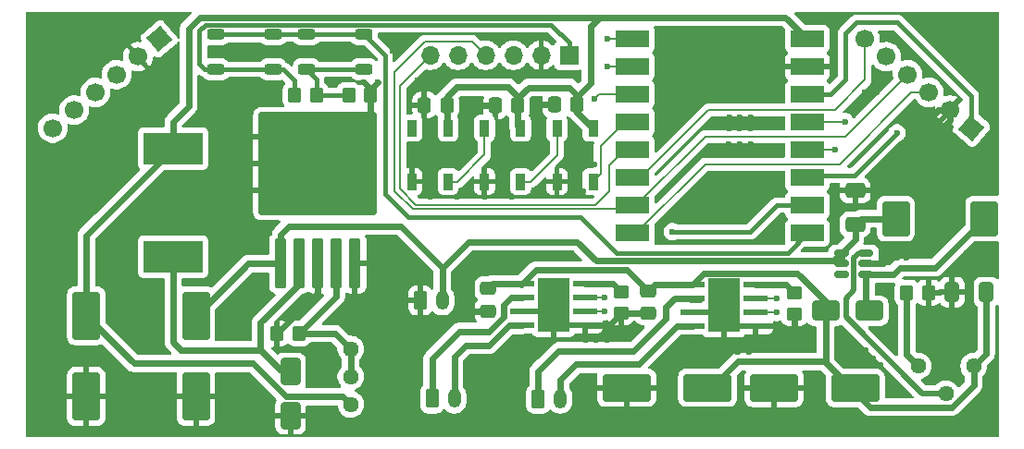
<source format=gbr>
%TF.GenerationSoftware,KiCad,Pcbnew,9.0.1+1*%
%TF.CreationDate,2025-05-17T11:18:49+02:00*%
%TF.ProjectId,WikiSumo_v25,57696b69-5375-46d6-9f5f-7632352e6b69,rev?*%
%TF.SameCoordinates,Original*%
%TF.FileFunction,Copper,L1,Top*%
%TF.FilePolarity,Positive*%
%FSLAX46Y46*%
G04 Gerber Fmt 4.6, Leading zero omitted, Abs format (unit mm)*
G04 Created by KiCad (PCBNEW 9.0.1+1) date 2025-05-17 11:18:49*
%MOMM*%
%LPD*%
G01*
G04 APERTURE LIST*
G04 Aperture macros list*
%AMRoundRect*
0 Rectangle with rounded corners*
0 $1 Rounding radius*
0 $2 $3 $4 $5 $6 $7 $8 $9 X,Y pos of 4 corners*
0 Add a 4 corners polygon primitive as box body*
4,1,4,$2,$3,$4,$5,$6,$7,$8,$9,$2,$3,0*
0 Add four circle primitives for the rounded corners*
1,1,$1+$1,$2,$3*
1,1,$1+$1,$4,$5*
1,1,$1+$1,$6,$7*
1,1,$1+$1,$8,$9*
0 Add four rect primitives between the rounded corners*
20,1,$1+$1,$2,$3,$4,$5,0*
20,1,$1+$1,$4,$5,$6,$7,0*
20,1,$1+$1,$6,$7,$8,$9,0*
20,1,$1+$1,$8,$9,$2,$3,0*%
%AMHorizOval*
0 Thick line with rounded ends*
0 $1 width*
0 $2 $3 position (X,Y) of the first rounded end (center of the circle)*
0 $4 $5 position (X,Y) of the second rounded end (center of the circle)*
0 Add line between two ends*
20,1,$1,$2,$3,$4,$5,0*
0 Add two circle primitives to create the rounded ends*
1,1,$1,$2,$3*
1,1,$1,$4,$5*%
%AMRotRect*
0 Rectangle, with rotation*
0 The origin of the aperture is its center*
0 $1 length*
0 $2 width*
0 $3 Rotation angle, in degrees counterclockwise*
0 Add horizontal line*
21,1,$1,$2,0,0,$3*%
G04 Aperture macros list end*
%TA.AperFunction,ComponentPad*%
%ADD10RoundRect,0.250000X-0.350000X-0.625000X0.350000X-0.625000X0.350000X0.625000X-0.350000X0.625000X0*%
%TD*%
%TA.AperFunction,ComponentPad*%
%ADD11O,1.200000X1.750000*%
%TD*%
%TA.AperFunction,SMDPad,CuDef*%
%ADD12RoundRect,0.250000X-0.475000X0.337500X-0.475000X-0.337500X0.475000X-0.337500X0.475000X0.337500X0*%
%TD*%
%TA.AperFunction,ComponentPad*%
%ADD13RotRect,1.700000X1.700000X230.000000*%
%TD*%
%TA.AperFunction,ComponentPad*%
%ADD14HorizOval,1.700000X0.000000X0.000000X0.000000X0.000000X0*%
%TD*%
%TA.AperFunction,SMDPad,CuDef*%
%ADD15RoundRect,0.250000X0.525000X0.250000X-0.525000X0.250000X-0.525000X-0.250000X0.525000X-0.250000X0*%
%TD*%
%TA.AperFunction,ComponentPad*%
%ADD16C,1.440000*%
%TD*%
%TA.AperFunction,SMDPad,CuDef*%
%ADD17RoundRect,0.250000X-0.350000X-0.450000X0.350000X-0.450000X0.350000X0.450000X-0.350000X0.450000X0*%
%TD*%
%TA.AperFunction,SMDPad,CuDef*%
%ADD18RoundRect,0.250000X1.950000X1.000000X-1.950000X1.000000X-1.950000X-1.000000X1.950000X-1.000000X0*%
%TD*%
%TA.AperFunction,SMDPad,CuDef*%
%ADD19RoundRect,0.250000X-1.000000X1.950000X-1.000000X-1.950000X1.000000X-1.950000X1.000000X1.950000X0*%
%TD*%
%TA.AperFunction,SMDPad,CuDef*%
%ADD20RoundRect,0.250000X0.337500X0.475000X-0.337500X0.475000X-0.337500X-0.475000X0.337500X-0.475000X0*%
%TD*%
%TA.AperFunction,SMDPad,CuDef*%
%ADD21RoundRect,0.150000X0.512500X0.150000X-0.512500X0.150000X-0.512500X-0.150000X0.512500X-0.150000X0*%
%TD*%
%TA.AperFunction,SMDPad,CuDef*%
%ADD22RoundRect,0.250000X0.350000X0.450000X-0.350000X0.450000X-0.350000X-0.450000X0.350000X-0.450000X0*%
%TD*%
%TA.AperFunction,ComponentPad*%
%ADD23RotRect,1.700000X1.700000X310.000000*%
%TD*%
%TA.AperFunction,ComponentPad*%
%ADD24HorizOval,1.700000X0.000000X0.000000X0.000000X0.000000X0*%
%TD*%
%TA.AperFunction,SMDPad,CuDef*%
%ADD25RoundRect,0.250000X-0.450000X0.350000X-0.450000X-0.350000X0.450000X-0.350000X0.450000X0.350000X0*%
%TD*%
%TA.AperFunction,SMDPad,CuDef*%
%ADD26RoundRect,0.250000X-0.650000X1.000000X-0.650000X-1.000000X0.650000X-1.000000X0.650000X1.000000X0*%
%TD*%
%TA.AperFunction,SMDPad,CuDef*%
%ADD27RoundRect,0.090000X-0.360000X0.660000X-0.360000X-0.660000X0.360000X-0.660000X0.360000X0.660000X0*%
%TD*%
%TA.AperFunction,SMDPad,CuDef*%
%ADD28R,5.400000X2.900000*%
%TD*%
%TA.AperFunction,SMDPad,CuDef*%
%ADD29RoundRect,0.250000X0.412500X0.650000X-0.412500X0.650000X-0.412500X-0.650000X0.412500X-0.650000X0*%
%TD*%
%TA.AperFunction,SMDPad,CuDef*%
%ADD30RoundRect,0.250000X0.650000X-0.412500X0.650000X0.412500X-0.650000X0.412500X-0.650000X-0.412500X0*%
%TD*%
%TA.AperFunction,SMDPad,CuDef*%
%ADD31RoundRect,0.250000X0.300000X-2.050000X0.300000X2.050000X-0.300000X2.050000X-0.300000X-2.050000X0*%
%TD*%
%TA.AperFunction,SMDPad,CuDef*%
%ADD32RoundRect,0.250000X2.375000X-2.025000X2.375000X2.025000X-2.375000X2.025000X-2.375000X-2.025000X0*%
%TD*%
%TA.AperFunction,SMDPad,CuDef*%
%ADD33RoundRect,0.250002X5.149998X-4.449998X5.149998X4.449998X-5.149998X4.449998X-5.149998X-4.449998X0*%
%TD*%
%TA.AperFunction,SMDPad,CuDef*%
%ADD34RoundRect,0.250000X-1.000000X-0.650000X1.000000X-0.650000X1.000000X0.650000X-1.000000X0.650000X0*%
%TD*%
%TA.AperFunction,SMDPad,CuDef*%
%ADD35RoundRect,0.250000X-1.000000X-1.350000X1.000000X-1.350000X1.000000X1.350000X-1.000000X1.350000X0*%
%TD*%
%TA.AperFunction,SMDPad,CuDef*%
%ADD36R,2.200000X0.500000*%
%TD*%
%TA.AperFunction,ComponentPad*%
%ADD37C,0.630000*%
%TD*%
%TA.AperFunction,SMDPad,CuDef*%
%ADD38R,2.950000X4.900000*%
%TD*%
%TA.AperFunction,ComponentPad*%
%ADD39R,1.700000X1.700000*%
%TD*%
%TA.AperFunction,ComponentPad*%
%ADD40O,1.700000X1.700000*%
%TD*%
%TA.AperFunction,SMDPad,CuDef*%
%ADD41R,3.025000X1.524000*%
%TD*%
%TA.AperFunction,ViaPad*%
%ADD42C,0.600000*%
%TD*%
%TA.AperFunction,ViaPad*%
%ADD43C,4.100000*%
%TD*%
%TA.AperFunction,Conductor*%
%ADD44C,0.200000*%
%TD*%
%TA.AperFunction,Conductor*%
%ADD45C,0.600000*%
%TD*%
%TA.AperFunction,Conductor*%
%ADD46C,0.400000*%
%TD*%
%TA.AperFunction,Conductor*%
%ADD47C,0.500000*%
%TD*%
G04 APERTURE END LIST*
D10*
%TO.P,J4,1,Pin_1*%
%TO.N,GND*%
X141620000Y-96970000D03*
D11*
%TO.P,J4,2,Pin_2*%
%TO.N,+BATT*%
X143620000Y-96970000D03*
%TD*%
D12*
%TO.P,C13,1*%
%TO.N,+12V*%
X162430000Y-96092500D03*
%TO.P,C13,2*%
%TO.N,GND*%
X162430000Y-98167500D03*
%TD*%
%TO.P,C11,1*%
%TO.N,+12V*%
X147790000Y-95855000D03*
%TO.P,C11,2*%
%TO.N,GND*%
X147790000Y-97930000D03*
%TD*%
D13*
%TO.P,J3,1,Pin_1*%
%TO.N,+3V3*%
X192000000Y-81163403D03*
D14*
%TO.P,J3,2,Pin_2*%
%TO.N,GND*%
X190054247Y-79530722D03*
%TO.P,J3,3,Pin_3*%
%TO.N,SCL*%
X188108494Y-77898042D03*
%TO.P,J3,4,Pin_4*%
%TO.N,SDA*%
X186162741Y-76265361D03*
%TO.P,J3,5,Pin_5*%
%TO.N,unconnected-(J3-Pin_5-Pad5)*%
X184216988Y-74632681D03*
%TO.P,J3,6,Pin_6*%
%TO.N,VL53L0X_R*%
X182271235Y-73000000D03*
%TD*%
D15*
%TO.P,SW2,1,1*%
%TO.N,Net-(R7-Pad2)*%
X136450000Y-75780000D03*
X131200000Y-75780000D03*
%TO.P,SW2,2,2*%
%TO.N,Net-(U1-GPIO0)*%
X136450000Y-72580000D03*
X131200000Y-72580000D03*
%TD*%
D16*
%TO.P,RV2,1,1*%
%TO.N,Net-(U7-FB)*%
X135250000Y-101420000D03*
%TO.P,RV2,2,2*%
X135250000Y-103960000D03*
%TO.P,RV2,3,3*%
%TO.N,+5V*%
X135250000Y-106500000D03*
%TD*%
D15*
%TO.P,SW1,1,1*%
%TO.N,+3V3*%
X128150000Y-75790000D03*
X122900000Y-75790000D03*
%TO.P,SW1,2,2*%
%TO.N,Net-(U1-GPIO0)*%
X128150000Y-72590000D03*
X122900000Y-72590000D03*
%TD*%
D17*
%TO.P,R8,1*%
%TO.N,Net-(R7-Pad2)*%
X135050000Y-78140000D03*
%TO.P,R8,2*%
%TO.N,GND*%
X137050000Y-78140000D03*
%TD*%
D18*
%TO.P,C14,1*%
%TO.N,+12V*%
X167880000Y-104960000D03*
%TO.P,C14,2*%
%TO.N,GND*%
X160480000Y-104960000D03*
%TD*%
D19*
%TO.P,C4,1*%
%TO.N,+5V*%
X111050000Y-98360000D03*
%TO.P,C4,2*%
%TO.N,GND*%
X111050000Y-105760000D03*
%TD*%
D20*
%TO.P,C9,1*%
%TO.N,+5V*%
X150537500Y-79110000D03*
%TO.P,C9,2*%
%TO.N,GND*%
X148462500Y-79110000D03*
%TD*%
D21*
%TO.P,U6,1,SW*%
%TO.N,Net-(D1-A)*%
X182365000Y-94540000D03*
%TO.P,U6,2,GND*%
%TO.N,GND*%
X182365000Y-93590000D03*
%TO.P,U6,3,FB*%
%TO.N,Net-(U6-FB)*%
X182365000Y-92640000D03*
%TO.P,U6,4,EN*%
%TO.N,+BATT*%
X180090000Y-92640000D03*
%TO.P,U6,5,IN*%
X180090000Y-93590000D03*
%TO.P,U6,6,NC*%
%TO.N,unconnected-(U6-NC-Pad6)*%
X180090000Y-94540000D03*
%TD*%
D10*
%TO.P,J6,1,Pin_1*%
%TO.N,Net-(J6-Pin_1)*%
X152400000Y-105970000D03*
D11*
%TO.P,J6,2,Pin_2*%
%TO.N,Net-(J6-Pin_2)*%
X154400000Y-105970000D03*
%TD*%
D22*
%TO.P,R6,1*%
%TO.N,Net-(U7-FB)*%
X130500000Y-100000000D03*
%TO.P,R6,2*%
%TO.N,GND*%
X128500000Y-100000000D03*
%TD*%
D23*
%TO.P,J1,1,Pin_1*%
%TO.N,+3V3*%
X117728764Y-73000000D03*
D24*
%TO.P,J1,2,Pin_2*%
%TO.N,GND*%
X115783011Y-74632681D03*
%TO.P,J1,3,Pin_3*%
%TO.N,SCL*%
X113837258Y-76265361D03*
%TO.P,J1,4,Pin_4*%
%TO.N,SDA*%
X111891505Y-77898042D03*
%TO.P,J1,5,Pin_5*%
%TO.N,unconnected-(J1-Pin_5-Pad5)*%
X109945752Y-79530722D03*
%TO.P,J1,6,Pin_6*%
%TO.N,VL53L0X_L*%
X108000000Y-81163403D03*
%TD*%
D25*
%TO.P,R9,1*%
%TO.N,Net-(U2-ILIM)*%
X159950000Y-96150000D03*
%TO.P,R9,2*%
%TO.N,GND*%
X159950000Y-98150000D03*
%TD*%
D26*
%TO.P,D2,1,K*%
%TO.N,Net-(D2-K)*%
X129750000Y-103500000D03*
%TO.P,D2,2,A*%
%TO.N,GND*%
X129750000Y-107500000D03*
%TD*%
D27*
%TO.P,D6,1,VDD*%
%TO.N,+5V*%
X144160000Y-81170000D03*
%TO.P,D6,2,DOUT*%
%TO.N,unconnected-(D6-DOUT-Pad2)*%
X140860000Y-81170000D03*
%TO.P,D6,3,VSS*%
%TO.N,GND*%
X140860000Y-86070000D03*
%TO.P,D6,4,DIN*%
%TO.N,Net-(D5-DOUT)*%
X144160000Y-86070000D03*
%TD*%
%TO.P,D4,1,VDD*%
%TO.N,+5V*%
X157400000Y-81170000D03*
%TO.P,D4,2,DOUT*%
%TO.N,Net-(D4-DOUT)*%
X154100000Y-81170000D03*
%TO.P,D4,3,VSS*%
%TO.N,GND*%
X154100000Y-86070000D03*
%TO.P,D4,4,DIN*%
%TO.N,LED*%
X157400000Y-86070000D03*
%TD*%
D20*
%TO.P,C10,1*%
%TO.N,+5V*%
X144045000Y-79060000D03*
%TO.P,C10,2*%
%TO.N,GND*%
X141970000Y-79060000D03*
%TD*%
%TO.P,C8,1*%
%TO.N,+5V*%
X155957500Y-79020000D03*
%TO.P,C8,2*%
%TO.N,GND*%
X153882500Y-79020000D03*
%TD*%
D16*
%TO.P,RV1,1,1*%
%TO.N,Net-(R5-Pad1)*%
X187130000Y-102970000D03*
%TO.P,RV1,2,2*%
%TO.N,Net-(U6-FB)*%
X189670000Y-105510000D03*
%TO.P,RV1,3,3*%
%TO.N,+12V*%
X192210000Y-102970000D03*
%TD*%
D28*
%TO.P,L2,1,1*%
%TO.N,Net-(D2-K)*%
X119000000Y-92950000D03*
%TO.P,L2,2,2*%
%TO.N,+5V*%
X119000000Y-83050000D03*
%TD*%
D25*
%TO.P,R10,1*%
%TO.N,Net-(U5-ILIM)*%
X175800000Y-96230000D03*
%TO.P,R10,2*%
%TO.N,GND*%
X175800000Y-98230000D03*
%TD*%
D17*
%TO.P,R5,1*%
%TO.N,Net-(R5-Pad1)*%
X186080000Y-96250000D03*
%TO.P,R5,2*%
%TO.N,GND*%
X188080000Y-96250000D03*
%TD*%
D27*
%TO.P,D5,1,VDD*%
%TO.N,+5V*%
X150780000Y-81170000D03*
%TO.P,D5,2,DOUT*%
%TO.N,Net-(D5-DOUT)*%
X147480000Y-81170000D03*
%TO.P,D5,3,VSS*%
%TO.N,GND*%
X147480000Y-86070000D03*
%TO.P,D5,4,DIN*%
%TO.N,Net-(D4-DOUT)*%
X150780000Y-86070000D03*
%TD*%
D18*
%TO.P,C12,1*%
%TO.N,+12V*%
X181370000Y-104980000D03*
%TO.P,C12,2*%
%TO.N,GND*%
X173970000Y-104980000D03*
%TD*%
D29*
%TO.P,C2,1*%
%TO.N,+12V*%
X193360000Y-96200000D03*
%TO.P,C2,2*%
%TO.N,GND*%
X190235000Y-96200000D03*
%TD*%
D30*
%TO.P,C1,1*%
%TO.N,+BATT*%
X181380000Y-90012500D03*
%TO.P,C1,2*%
%TO.N,GND*%
X181380000Y-86887500D03*
%TD*%
D31*
%TO.P,U7,1,VIN*%
%TO.N,+BATT*%
X128825000Y-93575000D03*
%TO.P,U7,2,OUT*%
%TO.N,Net-(D2-K)*%
X130525000Y-93575000D03*
%TO.P,U7,3,GND*%
%TO.N,GND*%
X132225000Y-93575000D03*
D32*
X129450000Y-86850000D03*
X135000000Y-86850000D03*
D33*
X132225000Y-84425000D03*
D32*
X129450000Y-82000000D03*
X135000000Y-82000000D03*
D31*
%TO.P,U7,4,FB*%
%TO.N,Net-(U7-FB)*%
X133925000Y-93575000D03*
%TO.P,U7,5,~{ON}/OFF*%
%TO.N,GND*%
X135625000Y-93575000D03*
%TD*%
D34*
%TO.P,D1,1,K*%
%TO.N,+12V*%
X178660000Y-97920000D03*
%TO.P,D1,2,A*%
%TO.N,Net-(D1-A)*%
X182660000Y-97920000D03*
%TD*%
D35*
%TO.P,L1,1,1*%
%TO.N,+BATT*%
X185090000Y-89462500D03*
%TO.P,L1,2,2*%
%TO.N,Net-(D1-A)*%
X193190000Y-89462500D03*
%TD*%
D36*
%TO.P,U2,1,GND*%
%TO.N,GND*%
X156670000Y-99250000D03*
%TO.P,U2,2,IN2*%
%TO.N,DRV8871_AI2*%
X156670000Y-97980000D03*
%TO.P,U2,3,IN1*%
%TO.N,DRV8871_AI1*%
X156670000Y-96710000D03*
%TO.P,U2,4,ILIM*%
%TO.N,Net-(U2-ILIM)*%
X156670000Y-95440000D03*
%TO.P,U2,5,VM*%
%TO.N,+12V*%
X150920000Y-95440000D03*
%TO.P,U2,6,OUT1*%
%TO.N,Net-(J5-Pin_1)*%
X150920000Y-96710000D03*
%TO.P,U2,7,GND*%
%TO.N,GND*%
X150920000Y-97980000D03*
%TO.P,U2,8,OUT2*%
%TO.N,Net-(J5-Pin_2)*%
X150920000Y-99250000D03*
D37*
%TO.P,U2,9,GND*%
%TO.N,GND*%
X154445000Y-98645000D03*
X154445000Y-97345000D03*
X154445000Y-96045000D03*
D38*
X153795000Y-97345000D03*
D37*
X153145000Y-98645000D03*
X153145000Y-97345000D03*
X153145000Y-96045000D03*
%TD*%
D10*
%TO.P,J5,1,Pin_1*%
%TO.N,Net-(J5-Pin_1)*%
X142700000Y-105950000D03*
D11*
%TO.P,J5,2,Pin_2*%
%TO.N,Net-(J5-Pin_2)*%
X144700000Y-105950000D03*
%TD*%
D36*
%TO.P,U5,1,GND*%
%TO.N,GND*%
X172250000Y-99310000D03*
%TO.P,U5,2,IN2*%
%TO.N,DRV8871_BI2*%
X172250000Y-98040000D03*
%TO.P,U5,3,IN1*%
%TO.N,DRV8871_BI1*%
X172250000Y-96770000D03*
%TO.P,U5,4,ILIM*%
%TO.N,Net-(U5-ILIM)*%
X172250000Y-95500000D03*
%TO.P,U5,5,VM*%
%TO.N,+12V*%
X166500000Y-95500000D03*
%TO.P,U5,6,OUT1*%
%TO.N,Net-(J6-Pin_1)*%
X166500000Y-96770000D03*
%TO.P,U5,7,GND*%
%TO.N,GND*%
X166500000Y-98040000D03*
%TO.P,U5,8,OUT2*%
%TO.N,Net-(J6-Pin_2)*%
X166500000Y-99310000D03*
D37*
%TO.P,U5,9,GND*%
%TO.N,GND*%
X170025000Y-98705000D03*
X170025000Y-97405000D03*
X170025000Y-96105000D03*
D38*
X169375000Y-97405000D03*
D37*
X168725000Y-98705000D03*
X168725000Y-97405000D03*
X168725000Y-96105000D03*
%TD*%
D19*
%TO.P,C3,1*%
%TO.N,+BATT*%
X121100000Y-98360000D03*
%TO.P,C3,2*%
%TO.N,GND*%
X121100000Y-105760000D03*
%TD*%
D39*
%TO.P,J2,1,Pin_1*%
%TO.N,+3V3*%
X155200000Y-74500000D03*
D40*
%TO.P,J2,2,Pin_2*%
%TO.N,GND*%
X152660000Y-74500000D03*
%TO.P,J2,3,Pin_3*%
%TO.N,SCL*%
X150120000Y-74500000D03*
%TO.P,J2,4,Pin_4*%
%TO.N,SDA*%
X147580000Y-74500000D03*
%TO.P,J2,5,Pin_5*%
%TO.N,unconnected-(J2-Pin_5-Pad5)*%
X145040000Y-74500000D03*
%TO.P,J2,6,Pin_6*%
%TO.N,VL53L0X_C*%
X142500000Y-74500000D03*
%TD*%
D41*
%TO.P,U1,0,GPIO0*%
%TO.N,Net-(U1-GPIO0)*%
X177000000Y-90780000D03*
%TO.P,U1,1,GPIO1*%
%TO.N,QR1113_L*%
X177000000Y-88240000D03*
%TO.P,U1,2,GPIO2*%
%TO.N,QR1113_R*%
X177000000Y-85700000D03*
%TO.P,U1,3,GPIO3*%
%TO.N,DRV8871_AI1*%
X177000000Y-83160000D03*
%TO.P,U1,3.3,3V3*%
%TO.N,+3V3*%
X177000000Y-78080000D03*
%TO.P,U1,4,GPIO4*%
%TO.N,DRV8871_AI2*%
X177000000Y-80620000D03*
%TO.P,U1,5,GPIO5*%
%TO.N,DRV8871_BI1*%
X161030000Y-73000000D03*
%TO.P,U1,5V,5V*%
%TO.N,+5V*%
X177000000Y-73000000D03*
%TO.P,U1,6,GPIO6*%
%TO.N,DRV8871_BI2*%
X161030000Y-75540000D03*
%TO.P,U1,7,GPIO7*%
%TO.N,VL53L0X_L*%
X161030000Y-78080000D03*
%TO.P,U1,8,GPIO8*%
%TO.N,LED*%
X161030000Y-80620000D03*
%TO.P,U1,9,GPIO9*%
%TO.N,VL53L0X_C*%
X161030000Y-83160000D03*
%TO.P,U1,10,GPIO10*%
%TO.N,VL53L0X_R*%
X161030000Y-85700000D03*
%TO.P,U1,20,GPIO20*%
%TO.N,SDA*%
X161030000Y-88240000D03*
%TO.P,U1,21,GPIO21*%
%TO.N,SCL*%
X161030000Y-90780000D03*
%TO.P,U1,G,GND*%
%TO.N,GND*%
X177000000Y-75540000D03*
%TD*%
D17*
%TO.P,R7,1*%
%TO.N,+3V3*%
X130095000Y-78150000D03*
%TO.P,R7,2*%
%TO.N,Net-(R7-Pad2)*%
X132095000Y-78150000D03*
%TD*%
D42*
%TO.N,GND*%
X139860000Y-74050000D03*
X142540000Y-76820000D03*
X141360000Y-76820000D03*
X164580000Y-78800000D03*
X166580000Y-78800000D03*
X166580000Y-77800000D03*
X164580000Y-77800000D03*
X165580000Y-78800000D03*
X165580000Y-77800000D03*
X179460000Y-76050000D03*
X179470000Y-75030000D03*
X193140000Y-77000000D03*
X193960000Y-77770000D03*
%TO.N,QR1113_L*%
X164654381Y-90672008D03*
%TO.N,QR1113_R*%
X185200000Y-81620000D03*
%TO.N,VL53L0X_L*%
X157500000Y-78500000D03*
%TO.N,GND*%
X147500000Y-87500000D03*
X190220000Y-108810000D03*
X142500000Y-87500000D03*
X109500000Y-73000000D03*
X169550000Y-108830000D03*
X138700000Y-101930000D03*
X168020000Y-74640000D03*
X149030000Y-92780000D03*
X108000000Y-91500000D03*
X149470000Y-104800000D03*
X174850000Y-99960000D03*
X139360000Y-92240000D03*
X186640000Y-80220000D03*
X186830000Y-82700000D03*
X125390000Y-108270000D03*
X124790000Y-78980000D03*
X169380000Y-88640000D03*
X108961133Y-92500000D03*
X189340000Y-100180000D03*
X152380000Y-83500000D03*
X137710000Y-76990000D03*
X187470000Y-80230000D03*
X107260000Y-77440000D03*
X185270000Y-92300000D03*
X190340000Y-99180000D03*
X148030000Y-92780000D03*
X108220000Y-77450000D03*
X133940000Y-74499000D03*
X169860000Y-80170000D03*
X182970000Y-102250000D03*
X109000000Y-90500000D03*
X148470000Y-105800000D03*
X149030000Y-93780000D03*
X160070000Y-107690000D03*
X132000000Y-102500000D03*
X124390000Y-108270000D03*
X108000000Y-90500000D03*
X183980000Y-107910000D03*
X189340000Y-99180000D03*
X107280000Y-78400000D03*
X170380000Y-88640000D03*
X170550000Y-107830000D03*
X170830000Y-83630000D03*
X181980000Y-107910000D03*
X193520000Y-93660000D03*
X171680000Y-100650000D03*
X115730000Y-72050000D03*
X148470000Y-103800000D03*
X152440000Y-80090000D03*
X109000000Y-91500000D03*
X139700000Y-102930000D03*
X168020000Y-75640000D03*
X169550000Y-107830000D03*
X124390000Y-107270000D03*
X170680000Y-101650000D03*
X148030000Y-93780000D03*
X171680000Y-101650000D03*
X135370000Y-74490000D03*
X191240000Y-108780000D03*
X139700000Y-101930000D03*
X170860000Y-80170000D03*
X117000000Y-79000000D03*
X169830000Y-82630000D03*
X168380000Y-88640000D03*
X123790000Y-77980000D03*
X170550000Y-108830000D03*
X147030000Y-93780000D03*
X170860000Y-81170000D03*
X141390000Y-77610000D03*
X171860000Y-81170000D03*
X192150000Y-108780000D03*
X183330000Y-77930000D03*
X126000000Y-97500000D03*
X192520000Y-93660000D03*
X159250000Y-107670000D03*
X110000000Y-92500000D03*
X132000000Y-104500000D03*
X114730000Y-72050000D03*
X187830000Y-82700000D03*
X168380000Y-87640000D03*
X170830000Y-82630000D03*
X143500000Y-83500000D03*
X125790000Y-77980000D03*
X125000000Y-96500000D03*
X139060000Y-74060000D03*
X193949000Y-77010000D03*
X110500000Y-73000000D03*
X158390000Y-107670000D03*
X167020000Y-74640000D03*
X176850000Y-100960000D03*
X188340000Y-99180000D03*
X169830000Y-83630000D03*
X139700000Y-103930000D03*
X169680000Y-101650000D03*
X182980000Y-107910000D03*
X150000000Y-87500000D03*
X175850000Y-100960000D03*
X171550000Y-108830000D03*
X138360000Y-92240000D03*
X125790000Y-78980000D03*
X185250000Y-93080000D03*
X125460000Y-74530000D03*
X139360000Y-93240000D03*
X184190000Y-100380000D03*
X188340000Y-100180000D03*
X157500000Y-84500000D03*
X193520000Y-92660000D03*
X113730000Y-71050000D03*
X184400000Y-92300000D03*
X169380000Y-87640000D03*
X140360000Y-92240000D03*
X115730000Y-71050000D03*
X138700000Y-103930000D03*
X169860000Y-81170000D03*
X157730000Y-100630000D03*
X133500000Y-102500000D03*
X182980000Y-108910000D03*
X152410000Y-79180000D03*
X123790000Y-78980000D03*
X134160000Y-76845361D03*
X133300000Y-76845361D03*
X171550000Y-107830000D03*
X113730000Y-72050000D03*
X169680000Y-100650000D03*
X169020000Y-74640000D03*
X184190000Y-95810000D03*
X191000000Y-72000000D03*
X149470000Y-105800000D03*
X114730000Y-71050000D03*
X136440000Y-76940000D03*
X149470000Y-103800000D03*
X174850000Y-100960000D03*
X142540000Y-77590000D03*
X156000000Y-84500000D03*
X171860000Y-80170000D03*
X170380000Y-87640000D03*
X116970000Y-77920000D03*
D43*
X108000000Y-86500000D03*
D42*
X186830000Y-83700000D03*
X192520000Y-92660000D03*
X145000000Y-87500000D03*
X146000000Y-83500000D03*
X170020000Y-75640000D03*
X147030000Y-92780000D03*
X156730000Y-100630000D03*
X184410000Y-93090000D03*
X140360000Y-93240000D03*
X185830000Y-82700000D03*
X156500000Y-87000000D03*
X124790000Y-77980000D03*
X191520000Y-93660000D03*
X146240000Y-79310000D03*
X158730000Y-100630000D03*
X182230000Y-77930000D03*
X171830000Y-83630000D03*
X182340000Y-101500000D03*
X185840000Y-80210000D03*
X138360000Y-93240000D03*
X169020000Y-75640000D03*
X127030000Y-74590000D03*
X141000000Y-83500000D03*
X118520000Y-77940000D03*
X191000000Y-71000000D03*
X175850000Y-99960000D03*
X126390000Y-108270000D03*
X118500000Y-79000000D03*
X108000000Y-92500000D03*
X186060000Y-92320000D03*
X185830000Y-83700000D03*
X183980000Y-108910000D03*
X148470000Y-104800000D03*
X183680000Y-102840000D03*
X170020000Y-74640000D03*
X138700000Y-102930000D03*
X125390000Y-107270000D03*
X190340000Y-100180000D03*
X126390000Y-107270000D03*
X110000000Y-90500000D03*
X167020000Y-75640000D03*
X186060000Y-93080000D03*
X171830000Y-82630000D03*
X110000000Y-91500000D03*
X176850000Y-99960000D03*
X181980000Y-108910000D03*
X170680000Y-100650000D03*
X191520000Y-92660000D03*
X187830000Y-83700000D03*
%TO.N,DRV8871_BI1*%
X174210000Y-96770000D03*
X158690000Y-73010000D03*
%TO.N,DRV8871_AI1*%
X158450000Y-96700000D03*
X179560000Y-83170000D03*
%TO.N,DRV8871_AI2*%
X180470000Y-80590000D03*
X158440000Y-97980000D03*
%TO.N,DRV8871_BI2*%
X158670000Y-75540000D03*
X174170000Y-98070000D03*
%TD*%
D44*
%TO.N,SDA*%
X161030000Y-88240000D02*
X160670000Y-88600000D01*
X139260000Y-76000000D02*
X142010000Y-73250000D01*
X160670000Y-88600000D02*
X140903580Y-88600000D01*
X140903580Y-88600000D02*
X139260000Y-86956420D01*
X142010000Y-73250000D02*
X146330000Y-73250000D01*
X139260000Y-86956420D02*
X139260000Y-76000000D01*
X146330000Y-73250000D02*
X147580000Y-74500000D01*
D45*
%TO.N,+5V*%
X155957500Y-79020000D02*
X155957500Y-78295000D01*
X155957500Y-78295000D02*
X157180000Y-77072500D01*
X157180000Y-77072500D02*
X157180000Y-71830000D01*
X157180000Y-71830000D02*
X158010000Y-71000000D01*
D44*
%TO.N,DRV8871_BI1*%
X158690000Y-73010000D02*
X158910000Y-73010000D01*
X158910000Y-73010000D02*
X158920000Y-73000000D01*
X158920000Y-73000000D02*
X161030000Y-73000000D01*
%TO.N,DRV8871_BI2*%
X158670000Y-75540000D02*
X161030000Y-75540000D01*
D45*
%TO.N,GND*%
X148462500Y-79110000D02*
X146440000Y-79110000D01*
X146440000Y-79110000D02*
X146240000Y-79310000D01*
X153882500Y-79020000D02*
X152570000Y-79020000D01*
X152570000Y-79020000D02*
X152410000Y-79180000D01*
D44*
%TO.N,VL53L0X_C*%
X161030000Y-83160000D02*
X160279500Y-83160000D01*
X160279500Y-83160000D02*
X158880000Y-84559500D01*
X158880000Y-84559500D02*
X158880000Y-86970000D01*
X158880000Y-86970000D02*
X157650000Y-88200000D01*
X139730000Y-77270000D02*
X142500000Y-74500000D01*
X157650000Y-88200000D02*
X141220000Y-88200000D01*
X141220000Y-88200000D02*
X139730000Y-86710000D01*
X139730000Y-86710000D02*
X139730000Y-77270000D01*
D46*
%TO.N,QR1113_L*%
X164654381Y-90672008D02*
X164672373Y-90690000D01*
X164672373Y-90690000D02*
X171790000Y-90690000D01*
X171790000Y-90690000D02*
X174240000Y-88240000D01*
X174240000Y-88240000D02*
X177000000Y-88240000D01*
%TO.N,Net-(R7-Pad2)*%
X135050000Y-78140000D02*
X132105000Y-78140000D01*
D47*
%TO.N,Net-(U6-FB)*%
X181260000Y-93080000D02*
X181700000Y-92640000D01*
X180520000Y-96760000D02*
X181260000Y-96020000D01*
X181260000Y-96020000D02*
X181260000Y-93080000D01*
X189670000Y-105510000D02*
X187520000Y-105510000D01*
X181700000Y-92640000D02*
X182365000Y-92640000D01*
X187520000Y-105510000D02*
X180520000Y-98510000D01*
X180520000Y-98510000D02*
X180520000Y-96760000D01*
D45*
%TO.N,Net-(J5-Pin_1)*%
X142700000Y-105950000D02*
X142700000Y-102250000D01*
X142700000Y-102250000D02*
X145150000Y-99800000D01*
X149210000Y-98480000D02*
X149210000Y-97378000D01*
X145150000Y-99800000D02*
X147890000Y-99800000D01*
X149210000Y-97378000D02*
X149878000Y-96710000D01*
X147890000Y-99800000D02*
X149210000Y-98480000D01*
X149878000Y-96710000D02*
X150920000Y-96710000D01*
D46*
%TO.N,+3V3*%
X177000000Y-78080000D02*
X179110000Y-78080000D01*
X179110000Y-78080000D02*
X180480000Y-76710000D01*
X121900000Y-75790000D02*
X122900000Y-75790000D01*
X122900000Y-75790000D02*
X128150000Y-75790000D01*
X128150000Y-75630000D02*
X128150000Y-75790000D01*
X153531000Y-71681000D02*
X121929000Y-71681000D01*
X155200000Y-73350000D02*
X153531000Y-71681000D01*
X121410000Y-72200000D02*
X121410000Y-75300000D01*
X121410000Y-75300000D02*
X121900000Y-75790000D01*
X185250000Y-71500000D02*
X192000000Y-78250000D01*
X130095000Y-76825000D02*
X130095000Y-78150000D01*
X155200000Y-74500000D02*
X155200000Y-73350000D01*
X129060000Y-75790000D02*
X130095000Y-76825000D01*
X192000000Y-78250000D02*
X192000000Y-81163403D01*
X181460000Y-71500000D02*
X185250000Y-71500000D01*
X180480000Y-72480000D02*
X181460000Y-71500000D01*
X121929000Y-71681000D02*
X121410000Y-72200000D01*
X180480000Y-76710000D02*
X180480000Y-72480000D01*
X128150000Y-75790000D02*
X129060000Y-75790000D01*
%TO.N,QR1113_R*%
X181320000Y-85500000D02*
X177200000Y-85500000D01*
X177200000Y-85500000D02*
X177000000Y-85700000D01*
X185200000Y-81620000D02*
X181320000Y-85500000D01*
D45*
%TO.N,Net-(D1-A)*%
X185450000Y-93960000D02*
X188692500Y-93960000D01*
X182365000Y-94540000D02*
X184870000Y-94540000D01*
X182365000Y-94540000D02*
X182365000Y-97625000D01*
X182365000Y-97625000D02*
X182660000Y-97920000D01*
X188692500Y-93960000D02*
X193190000Y-89462500D01*
X184870000Y-94540000D02*
X185450000Y-93960000D01*
D44*
%TO.N,Net-(D4-DOUT)*%
X154100000Y-81170000D02*
X154100000Y-83660000D01*
X151690000Y-86070000D02*
X150780000Y-86070000D01*
X154100000Y-83660000D02*
X151690000Y-86070000D01*
%TO.N,SDA*%
X186162741Y-76265361D02*
X180468102Y-81960000D01*
X180468102Y-81960000D02*
X167646500Y-81960000D01*
X161366500Y-88240000D02*
X161030000Y-88240000D01*
X167646500Y-81960000D02*
X161366500Y-88240000D01*
%TO.N,SCL*%
X188108494Y-77898042D02*
X186511958Y-77898042D01*
X167668444Y-84478056D02*
X161366500Y-90780000D01*
X179931944Y-84478056D02*
X167668444Y-84478056D01*
X161366500Y-90780000D02*
X161030000Y-90780000D01*
X186511958Y-77898042D02*
X179931944Y-84478056D01*
%TO.N,VL53L0X_L*%
X157920000Y-78080000D02*
X157500000Y-78500000D01*
X161030000Y-78080000D02*
X157920000Y-78080000D01*
D45*
%TO.N,+5V*%
X129328282Y-105769000D02*
X134519000Y-105769000D01*
X150537500Y-78392500D02*
X150537500Y-79110000D01*
X177000000Y-73000000D02*
X175000000Y-71000000D01*
X155957500Y-79020000D02*
X155957500Y-78127500D01*
X115430000Y-102740000D02*
X126299282Y-102740000D01*
X155957500Y-79727500D02*
X155957500Y-79020000D01*
X144045000Y-79060000D02*
X144045000Y-81055000D01*
X155957500Y-78127500D02*
X155270000Y-77440000D01*
X150537500Y-79110000D02*
X150537500Y-78287500D01*
X111050000Y-91000000D02*
X111050000Y-98360000D01*
X126299282Y-102740000D02*
X129328282Y-105769000D01*
X175000000Y-71000000D02*
X158010000Y-71000000D01*
X151490000Y-77440000D02*
X150537500Y-78392500D01*
X144045000Y-81055000D02*
X144160000Y-81170000D01*
X134519000Y-105769000D02*
X135250000Y-106500000D01*
X150537500Y-78287500D02*
X149660000Y-77410000D01*
X157400000Y-81170000D02*
X155957500Y-79727500D01*
X119000000Y-80570000D02*
X119000000Y-83050000D01*
X150537500Y-79110000D02*
X150537500Y-80927500D01*
X158010000Y-71000000D02*
X121490000Y-71000000D01*
X120420000Y-72070000D02*
X120420000Y-79150000D01*
X121490000Y-71000000D02*
X120420000Y-72070000D01*
X111050000Y-98360000D02*
X115430000Y-102740000D01*
D44*
X144242500Y-79300000D02*
X144220000Y-79277500D01*
D45*
X144045000Y-78305000D02*
X144045000Y-79060000D01*
X119000000Y-83050000D02*
X111050000Y-91000000D01*
X150537500Y-80927500D02*
X150780000Y-81170000D01*
X120420000Y-79150000D02*
X119000000Y-80570000D01*
X149660000Y-77410000D02*
X144940000Y-77410000D01*
X144940000Y-77410000D02*
X144045000Y-78305000D01*
X155270000Y-77440000D02*
X151490000Y-77440000D01*
D44*
%TO.N,VL53L0X_R*%
X167980500Y-79500000D02*
X161780500Y-85700000D01*
X161780500Y-85700000D02*
X161030000Y-85700000D01*
X182271235Y-73000000D02*
X182271235Y-76745765D01*
X179517000Y-79500000D02*
X175771235Y-79500000D01*
X175771235Y-79500000D02*
X167980500Y-79500000D01*
X182271235Y-76745765D02*
X179517000Y-79500000D01*
D45*
%TO.N,+12V*%
X152200000Y-94160000D02*
X160497500Y-94160000D01*
X167546000Y-94454000D02*
X166500000Y-95500000D01*
X162430000Y-96092500D02*
X163022500Y-95500000D01*
X181400000Y-105400000D02*
X182731000Y-106731000D01*
X150920000Y-95440000D02*
X148205000Y-95440000D01*
X150920000Y-95440000D02*
X152200000Y-94160000D01*
X178660000Y-97920000D02*
X178660000Y-102480000D01*
X178660000Y-97020000D02*
X176094000Y-94454000D01*
X190175755Y-106731000D02*
X192210000Y-104696755D01*
X178660000Y-102480000D02*
X178570000Y-102570000D01*
X178660000Y-97920000D02*
X178660000Y-97020000D01*
X182731000Y-106731000D02*
X190175755Y-106731000D01*
X150817500Y-95542500D02*
X150920000Y-95440000D01*
X148205000Y-95440000D02*
X147790000Y-95855000D01*
X160497500Y-94160000D02*
X162430000Y-96092500D01*
X167880000Y-105370000D02*
X170680000Y-102570000D01*
X170680000Y-102570000D02*
X178570000Y-102570000D01*
X178570000Y-102570000D02*
X181400000Y-105400000D01*
X193360000Y-96200000D02*
X193360000Y-101820000D01*
X192210000Y-104696755D02*
X192210000Y-102970000D01*
X176094000Y-94454000D02*
X167546000Y-94454000D01*
X163022500Y-95500000D02*
X166500000Y-95500000D01*
X193360000Y-101820000D02*
X192210000Y-102970000D01*
%TO.N,+BATT*%
X121100000Y-98360000D02*
X125885000Y-93575000D01*
X180090000Y-92640000D02*
X180090000Y-93590000D01*
X128825000Y-90905000D02*
X128825000Y-93575000D01*
X179390000Y-93340000D02*
X157703596Y-93340000D01*
X181380000Y-90012500D02*
X181380000Y-91350000D01*
X155953596Y-91590000D02*
X146000000Y-91590000D01*
X143620000Y-93970000D02*
X143620000Y-96970000D01*
X185090000Y-89462500D02*
X181930000Y-89462500D01*
X139790000Y-90140000D02*
X129590000Y-90140000D01*
X146000000Y-91590000D02*
X143620000Y-93970000D01*
X139790000Y-90140000D02*
X143620000Y-93970000D01*
X181930000Y-89462500D02*
X181380000Y-90012500D01*
X180090000Y-92640000D02*
X179390000Y-93340000D01*
X125885000Y-93575000D02*
X128825000Y-93575000D01*
X181380000Y-91350000D02*
X180090000Y-92640000D01*
X157703596Y-93340000D02*
X155953596Y-91590000D01*
X129590000Y-90140000D02*
X128825000Y-90905000D01*
%TO.N,Net-(D2-K)*%
X129000000Y-103500000D02*
X127000000Y-101500000D01*
D44*
X129750000Y-103500000D02*
X129000000Y-103500000D01*
D45*
X127000000Y-101500000D02*
X127000000Y-99000000D01*
X127000000Y-101500000D02*
X119720000Y-101500000D01*
X127000000Y-99000000D02*
X130525000Y-95475000D01*
D44*
X130525000Y-95475000D02*
X130525000Y-93575000D01*
D45*
X119000000Y-100780000D02*
X119000000Y-92950000D01*
X119720000Y-101500000D02*
X119000000Y-100780000D01*
%TO.N,Net-(R5-Pad1)*%
X186080000Y-101920000D02*
X187130000Y-102970000D01*
X186080000Y-96250000D02*
X186080000Y-101920000D01*
%TO.N,Net-(U7-FB)*%
X135250000Y-101420000D02*
X135250000Y-103960000D01*
X133925000Y-96575000D02*
X133925000Y-93575000D01*
X130500000Y-100000000D02*
X133830000Y-100000000D01*
X133830000Y-100000000D02*
X135250000Y-101420000D01*
X130500000Y-100000000D02*
X133925000Y-96575000D01*
%TO.N,Net-(J5-Pin_2)*%
X149710000Y-99250000D02*
X147890000Y-101070000D01*
X144700000Y-102120000D02*
X144700000Y-105950000D01*
X150920000Y-99250000D02*
X149710000Y-99250000D01*
X147890000Y-101070000D02*
X145750000Y-101070000D01*
X145750000Y-101070000D02*
X144700000Y-102120000D01*
%TO.N,Net-(J6-Pin_1)*%
X164860000Y-96770000D02*
X166500000Y-96770000D01*
X164080000Y-97550000D02*
X164860000Y-96770000D01*
X152400000Y-103440000D02*
X154240000Y-101600000D01*
X164080000Y-98620000D02*
X164080000Y-97550000D01*
X152400000Y-105970000D02*
X152400000Y-103440000D01*
X161100000Y-101600000D02*
X164080000Y-98620000D01*
X154240000Y-101600000D02*
X161100000Y-101600000D01*
X167180000Y-96840000D02*
X166330000Y-96840000D01*
X166500000Y-96770000D02*
X165499000Y-96770000D01*
%TO.N,Net-(J6-Pin_2)*%
X154400000Y-105970000D02*
X154400000Y-104250000D01*
X155850000Y-102800000D02*
X161560000Y-102800000D01*
X154400000Y-104250000D02*
X155850000Y-102800000D01*
X165050000Y-99310000D02*
X166500000Y-99310000D01*
X161560000Y-102800000D02*
X165050000Y-99310000D01*
D46*
%TO.N,Net-(U1-GPIO0)*%
X128150000Y-72590000D02*
X128180000Y-72590000D01*
X175179000Y-92601000D02*
X177000000Y-90780000D01*
X128180000Y-72590000D02*
X128190000Y-72580000D01*
X138410000Y-87170000D02*
X140531000Y-89291000D01*
X156246140Y-89291000D02*
X159556140Y-92601000D01*
X138410000Y-74540000D02*
X138410000Y-87170000D01*
X136440000Y-72590000D02*
X136450000Y-72580000D01*
X122900000Y-72590000D02*
X128150000Y-72590000D01*
X136450000Y-72580000D02*
X131200000Y-72580000D01*
X136450000Y-72580000D02*
X138410000Y-74540000D01*
X128190000Y-72580000D02*
X131200000Y-72580000D01*
X140531000Y-89291000D02*
X156246140Y-89291000D01*
X159556140Y-92601000D02*
X175179000Y-92601000D01*
D45*
%TO.N,GND*%
X147790000Y-97930000D02*
X145970000Y-97930000D01*
X188969278Y-79530722D02*
X188500000Y-80000000D01*
X137050000Y-78140000D02*
X137050000Y-77650000D01*
X137050000Y-77650000D02*
X137710000Y-76990000D01*
X137050000Y-78140000D02*
X137050000Y-77550000D01*
X158850000Y-99250000D02*
X156670000Y-99250000D01*
X182365000Y-93590000D02*
X183910000Y-93590000D01*
X132225000Y-96275000D02*
X128500000Y-100000000D01*
X175800000Y-99910000D02*
X175850000Y-99960000D01*
X159950000Y-98150000D02*
X162412500Y-98150000D01*
X190054247Y-79530722D02*
X190054247Y-80445753D01*
X132225000Y-93575000D02*
X132225000Y-96275000D01*
X159950000Y-98150000D02*
X158850000Y-99250000D01*
X137050000Y-77550000D02*
X136440000Y-76940000D01*
X190054247Y-80445753D02*
X189500000Y-81000000D01*
X188969278Y-79530722D02*
X190054247Y-79530722D01*
X137050000Y-78140000D02*
X137050000Y-79950000D01*
X162412500Y-98150000D02*
X162430000Y-98167500D01*
X175800000Y-98230000D02*
X175800000Y-99910000D01*
X183910000Y-93590000D02*
X184410000Y-93090000D01*
X137050000Y-79950000D02*
X135000000Y-82000000D01*
D44*
%TO.N,LED*%
X161030000Y-80620000D02*
X160279500Y-80620000D01*
X158081000Y-82818500D02*
X158081000Y-85389000D01*
X158081000Y-85389000D02*
X157400000Y-86070000D01*
X160279500Y-80620000D02*
X158081000Y-82818500D01*
%TO.N,Net-(D5-DOUT)*%
X145020000Y-86070000D02*
X144160000Y-86070000D01*
X147480000Y-81170000D02*
X147480000Y-83610000D01*
X147480000Y-83610000D02*
X145020000Y-86070000D01*
D46*
%TO.N,Net-(R7-Pad2)*%
X132095000Y-76675000D02*
X132095000Y-78150000D01*
X131200000Y-75780000D02*
X131200000Y-75830000D01*
X131200000Y-75780000D02*
X136450000Y-75780000D01*
X131200000Y-75780000D02*
X132095000Y-76675000D01*
X132105000Y-78140000D02*
X132095000Y-78150000D01*
X131190000Y-75790000D02*
X131200000Y-75780000D01*
X135040000Y-78150000D02*
X135050000Y-78140000D01*
D45*
%TO.N,Net-(U2-ILIM)*%
X156670000Y-95440000D02*
X159240000Y-95440000D01*
X159240000Y-95440000D02*
X159890000Y-96090000D01*
%TO.N,Net-(U5-ILIM)*%
X175070000Y-95500000D02*
X175800000Y-96230000D01*
X172250000Y-95500000D02*
X175070000Y-95500000D01*
D44*
%TO.N,DRV8871_BI1*%
X172250000Y-96770000D02*
X174210000Y-96770000D01*
%TO.N,DRV8871_AI1*%
X177000000Y-83160000D02*
X179550000Y-83160000D01*
X156680000Y-96700000D02*
X156670000Y-96710000D01*
X158450000Y-96700000D02*
X156680000Y-96700000D01*
X179550000Y-83160000D02*
X179560000Y-83170000D01*
%TO.N,DRV8871_AI2*%
X180270000Y-80590000D02*
X180240000Y-80620000D01*
X156670000Y-97980000D02*
X158440000Y-97980000D01*
X180240000Y-80620000D02*
X177000000Y-80620000D01*
X180470000Y-80590000D02*
X180270000Y-80590000D01*
%TO.N,DRV8871_BI2*%
X172250000Y-98040000D02*
X174140000Y-98040000D01*
X174140000Y-98040000D02*
X174170000Y-98070000D01*
%TD*%
%TA.AperFunction,Conductor*%
%TO.N,GND*%
G36*
X120625099Y-70520185D02*
G01*
X120670854Y-70572989D01*
X120680798Y-70642147D01*
X120651773Y-70705703D01*
X120645741Y-70712181D01*
X119909711Y-71448211D01*
X119853960Y-71503962D01*
X119798209Y-71559712D01*
X119710609Y-71690814D01*
X119710602Y-71690827D01*
X119650264Y-71836498D01*
X119650261Y-71836510D01*
X119619500Y-71991153D01*
X119619500Y-72841515D01*
X119599815Y-72908554D01*
X119547011Y-72954309D01*
X119477853Y-72964253D01*
X119414297Y-72935228D01*
X119378646Y-72883002D01*
X119373855Y-72869507D01*
X119373852Y-72869503D01*
X119340451Y-72819728D01*
X118186162Y-71444102D01*
X118186158Y-71444098D01*
X118142938Y-71402559D01*
X118017738Y-71331592D01*
X118017734Y-71331591D01*
X118017733Y-71331590D01*
X118017732Y-71331590D01*
X117877602Y-71298770D01*
X117877601Y-71298770D01*
X117733901Y-71306757D01*
X117733898Y-71306758D01*
X117598275Y-71354906D01*
X117598267Y-71354911D01*
X117548492Y-71388312D01*
X116172866Y-72542601D01*
X116172862Y-72542605D01*
X116131323Y-72585824D01*
X116131323Y-72585825D01*
X116060356Y-72711025D01*
X116060355Y-72711029D01*
X116027534Y-72851162D01*
X116035521Y-72994862D01*
X116035522Y-72994865D01*
X116082710Y-73127782D01*
X116086589Y-73197544D01*
X116052135Y-73258328D01*
X115990289Y-73290836D01*
X115946460Y-73291741D01*
X115889253Y-73282681D01*
X115676765Y-73282681D01*
X115466883Y-73315923D01*
X115466880Y-73315923D01*
X115264793Y-73381585D01*
X115264790Y-73381587D01*
X115121033Y-73454834D01*
X115694837Y-74138669D01*
X115590018Y-74166756D01*
X115476004Y-74232582D01*
X115382912Y-74325674D01*
X115317086Y-74439688D01*
X115311672Y-74459891D01*
X114737237Y-73775307D01*
X114628386Y-73925130D01*
X114531915Y-74114463D01*
X114466253Y-74316550D01*
X114466253Y-74316553D01*
X114433011Y-74526434D01*
X114433011Y-74738927D01*
X114451451Y-74855352D01*
X114442496Y-74924645D01*
X114397500Y-74978097D01*
X114330749Y-74998737D01*
X114290660Y-74992681D01*
X114290124Y-74992507D01*
X114153501Y-74948115D01*
X114153498Y-74948114D01*
X113992215Y-74922569D01*
X113943545Y-74914861D01*
X113730971Y-74914861D01*
X113682300Y-74922569D01*
X113521018Y-74948114D01*
X113318843Y-75013805D01*
X113129437Y-75110312D01*
X112957471Y-75235251D01*
X112807148Y-75385574D01*
X112682209Y-75557540D01*
X112585702Y-75746946D01*
X112520011Y-75949121D01*
X112486758Y-76159074D01*
X112486758Y-76371647D01*
X112505164Y-76487859D01*
X112496209Y-76557153D01*
X112451213Y-76610605D01*
X112384461Y-76631244D01*
X112344373Y-76625188D01*
X112207745Y-76580795D01*
X112046462Y-76555250D01*
X111997792Y-76547542D01*
X111785218Y-76547542D01*
X111736547Y-76555250D01*
X111575265Y-76580795D01*
X111373090Y-76646486D01*
X111183684Y-76742993D01*
X111011718Y-76867932D01*
X110861395Y-77018255D01*
X110736456Y-77190221D01*
X110639949Y-77379627D01*
X110574258Y-77581802D01*
X110541005Y-77791755D01*
X110541005Y-78004328D01*
X110559411Y-78120539D01*
X110550456Y-78189833D01*
X110505460Y-78243285D01*
X110438709Y-78263924D01*
X110398620Y-78257868D01*
X110261992Y-78213475D01*
X110100709Y-78187930D01*
X110052039Y-78180222D01*
X109839465Y-78180222D01*
X109790794Y-78187930D01*
X109629512Y-78213475D01*
X109427337Y-78279166D01*
X109237931Y-78375673D01*
X109065965Y-78500612D01*
X108915642Y-78650935D01*
X108790703Y-78822901D01*
X108694196Y-79012307D01*
X108628505Y-79214482D01*
X108595252Y-79424435D01*
X108595252Y-79637006D01*
X108595251Y-79637006D01*
X108613658Y-79753220D01*
X108604703Y-79822514D01*
X108559707Y-79875966D01*
X108492955Y-79896605D01*
X108452867Y-79890549D01*
X108316240Y-79846156D01*
X108152743Y-79820261D01*
X108106287Y-79812903D01*
X107893713Y-79812903D01*
X107847257Y-79820261D01*
X107683760Y-79846156D01*
X107681270Y-79846965D01*
X107504708Y-79904334D01*
X107481585Y-79911847D01*
X107292179Y-80008354D01*
X107120213Y-80133293D01*
X106969890Y-80283616D01*
X106844951Y-80455582D01*
X106748444Y-80644988D01*
X106682753Y-80847163D01*
X106656239Y-81014565D01*
X106649500Y-81057116D01*
X106649500Y-81269690D01*
X106659534Y-81333047D01*
X106682727Y-81479480D01*
X106682754Y-81479646D01*
X106729765Y-81624331D01*
X106748444Y-81681817D01*
X106844951Y-81871223D01*
X106969890Y-82043189D01*
X107120213Y-82193512D01*
X107292179Y-82318451D01*
X107292181Y-82318452D01*
X107292184Y-82318454D01*
X107481588Y-82414960D01*
X107683757Y-82480649D01*
X107893713Y-82513903D01*
X107893714Y-82513903D01*
X108106286Y-82513903D01*
X108106287Y-82513903D01*
X108316243Y-82480649D01*
X108518412Y-82414960D01*
X108707816Y-82318454D01*
X108800454Y-82251149D01*
X108879786Y-82193512D01*
X108879788Y-82193509D01*
X108879792Y-82193507D01*
X109030104Y-82043195D01*
X109030106Y-82043191D01*
X109030109Y-82043189D01*
X109155048Y-81871223D01*
X109155047Y-81871223D01*
X109155051Y-81871219D01*
X109251557Y-81681815D01*
X109317246Y-81479646D01*
X109350500Y-81269690D01*
X109350500Y-81057116D01*
X109332093Y-80940902D01*
X109341047Y-80871611D01*
X109386043Y-80818159D01*
X109452795Y-80797519D01*
X109492880Y-80803574D01*
X109629509Y-80847968D01*
X109839465Y-80881222D01*
X109839466Y-80881222D01*
X110052038Y-80881222D01*
X110052039Y-80881222D01*
X110261995Y-80847968D01*
X110464164Y-80782279D01*
X110653568Y-80685773D01*
X110709704Y-80644988D01*
X110825538Y-80560831D01*
X110825540Y-80560828D01*
X110825544Y-80560826D01*
X110975856Y-80410514D01*
X110975858Y-80410510D01*
X110975861Y-80410508D01*
X111100800Y-80238542D01*
X111100799Y-80238542D01*
X111100803Y-80238538D01*
X111197309Y-80049134D01*
X111262998Y-79846965D01*
X111296252Y-79637009D01*
X111296252Y-79424435D01*
X111277845Y-79308221D01*
X111286799Y-79238931D01*
X111331795Y-79185479D01*
X111398547Y-79164839D01*
X111438634Y-79170894D01*
X111575262Y-79215288D01*
X111785218Y-79248542D01*
X111785219Y-79248542D01*
X111997791Y-79248542D01*
X111997792Y-79248542D01*
X112207748Y-79215288D01*
X112409917Y-79149599D01*
X112599321Y-79053093D01*
X112645587Y-79019479D01*
X112771291Y-78928151D01*
X112771293Y-78928148D01*
X112771297Y-78928146D01*
X112921609Y-78777834D01*
X112921611Y-78777830D01*
X112921614Y-78777828D01*
X113046553Y-78605862D01*
X113046552Y-78605862D01*
X113046556Y-78605858D01*
X113143062Y-78416454D01*
X113208751Y-78214285D01*
X113242005Y-78004329D01*
X113242005Y-77791755D01*
X113223598Y-77675541D01*
X113232552Y-77606250D01*
X113277548Y-77552798D01*
X113344300Y-77532158D01*
X113384387Y-77538213D01*
X113521015Y-77582607D01*
X113730971Y-77615861D01*
X113730972Y-77615861D01*
X113943544Y-77615861D01*
X113943545Y-77615861D01*
X114153501Y-77582607D01*
X114355670Y-77516918D01*
X114545074Y-77420412D01*
X114601210Y-77379627D01*
X114717044Y-77295470D01*
X114717046Y-77295467D01*
X114717050Y-77295465D01*
X114867362Y-77145153D01*
X114867364Y-77145149D01*
X114867367Y-77145147D01*
X114992306Y-76973181D01*
X114992305Y-76973181D01*
X114992309Y-76973177D01*
X115088815Y-76783773D01*
X115154504Y-76581604D01*
X115187758Y-76371648D01*
X115187758Y-76159074D01*
X115169264Y-76042309D01*
X115178218Y-75973017D01*
X115223215Y-75919565D01*
X115289966Y-75898925D01*
X115330055Y-75904981D01*
X115466881Y-75949438D01*
X115676765Y-75982681D01*
X115889257Y-75982681D01*
X116099138Y-75949438D01*
X116099141Y-75949438D01*
X116301227Y-75883775D01*
X116444987Y-75810526D01*
X115871184Y-75126693D01*
X115976004Y-75098606D01*
X116090018Y-75032780D01*
X116183110Y-74939688D01*
X116248936Y-74825674D01*
X116254349Y-74805470D01*
X116828783Y-75490053D01*
X116937633Y-75340235D01*
X117034106Y-75150898D01*
X117099768Y-74948811D01*
X117099768Y-74948808D01*
X117133011Y-74738927D01*
X117133011Y-74707337D01*
X117152696Y-74640298D01*
X117205500Y-74594543D01*
X117274658Y-74584599D01*
X117318153Y-74599460D01*
X117439796Y-74668410D01*
X117579926Y-74701230D01*
X117723626Y-74693242D01*
X117724328Y-74692993D01*
X117859252Y-74645093D01*
X117859251Y-74645093D01*
X117859255Y-74645092D01*
X117909038Y-74611685D01*
X119284658Y-73457401D01*
X119308388Y-73432712D01*
X119326204Y-73414175D01*
X119375720Y-73326818D01*
X119387625Y-73305816D01*
X119437808Y-73257200D01*
X119506308Y-73243434D01*
X119571376Y-73268887D01*
X119612355Y-73325478D01*
X119619500Y-73366962D01*
X119619500Y-78767060D01*
X119599815Y-78834099D01*
X119583181Y-78854741D01*
X118489711Y-79948211D01*
X118457874Y-79980048D01*
X118378209Y-80059712D01*
X118290609Y-80190814D01*
X118290602Y-80190827D01*
X118230264Y-80336498D01*
X118230261Y-80336510D01*
X118199500Y-80491153D01*
X118199500Y-80975500D01*
X118179815Y-81042539D01*
X118127011Y-81088294D01*
X118075500Y-81099500D01*
X116252129Y-81099500D01*
X116252123Y-81099501D01*
X116192516Y-81105908D01*
X116057671Y-81156202D01*
X116057664Y-81156206D01*
X115942455Y-81242452D01*
X115942452Y-81242455D01*
X115856206Y-81357664D01*
X115856202Y-81357671D01*
X115805908Y-81492517D01*
X115800679Y-81541158D01*
X115799501Y-81552123D01*
X115799500Y-81552135D01*
X115799500Y-84547870D01*
X115799501Y-84547876D01*
X115805908Y-84607483D01*
X115856202Y-84742328D01*
X115856204Y-84742331D01*
X115928546Y-84838968D01*
X115952964Y-84904430D01*
X115938113Y-84972703D01*
X115916961Y-85000959D01*
X111868058Y-89049864D01*
X110539711Y-90378211D01*
X110483960Y-90433962D01*
X110428209Y-90489712D01*
X110340609Y-90620814D01*
X110340602Y-90620827D01*
X110280264Y-90766498D01*
X110280261Y-90766510D01*
X110249500Y-90921153D01*
X110249500Y-95535500D01*
X110229815Y-95602539D01*
X110177011Y-95648294D01*
X110125501Y-95659500D01*
X109999999Y-95659500D01*
X109999980Y-95659501D01*
X109897203Y-95670000D01*
X109897200Y-95670001D01*
X109730668Y-95725185D01*
X109730663Y-95725187D01*
X109581342Y-95817289D01*
X109457289Y-95941342D01*
X109365187Y-96090663D01*
X109365185Y-96090668D01*
X109356058Y-96118211D01*
X109310001Y-96257203D01*
X109310001Y-96257204D01*
X109310000Y-96257204D01*
X109299500Y-96359983D01*
X109299500Y-100360001D01*
X109299501Y-100360018D01*
X109310000Y-100462796D01*
X109310001Y-100462799D01*
X109334422Y-100536496D01*
X109365186Y-100629334D01*
X109457288Y-100778656D01*
X109581344Y-100902712D01*
X109730666Y-100994814D01*
X109897203Y-101049999D01*
X109999991Y-101060500D01*
X112100008Y-101060499D01*
X112202797Y-101049999D01*
X112369334Y-100994814D01*
X112399321Y-100976317D01*
X112466713Y-100957878D01*
X112533376Y-100978801D01*
X112552098Y-100994176D01*
X114808211Y-103250289D01*
X114878240Y-103320318D01*
X114919712Y-103361790D01*
X115050816Y-103449391D01*
X115050817Y-103449391D01*
X115050821Y-103449394D01*
X115125409Y-103480289D01*
X115196502Y-103509737D01*
X115351152Y-103540499D01*
X115351155Y-103540500D01*
X115351157Y-103540500D01*
X115351158Y-103540500D01*
X119235113Y-103540500D01*
X119302152Y-103560185D01*
X119347907Y-103612989D01*
X119358471Y-103677103D01*
X119350000Y-103760013D01*
X119350000Y-105510000D01*
X122849999Y-105510000D01*
X122849999Y-103760028D01*
X122849998Y-103760013D01*
X122841528Y-103677102D01*
X122854297Y-103608409D01*
X122902178Y-103557525D01*
X122964886Y-103540500D01*
X125916342Y-103540500D01*
X125983381Y-103560185D01*
X126004023Y-103576819D01*
X128419727Y-105992523D01*
X128453212Y-106053846D01*
X128448228Y-106123538D01*
X128437586Y-106145298D01*
X128415647Y-106180868D01*
X128415641Y-106180880D01*
X128360494Y-106347302D01*
X128360493Y-106347309D01*
X128350000Y-106450013D01*
X128350000Y-107250000D01*
X131149999Y-107250000D01*
X131149999Y-106693500D01*
X131169684Y-106626461D01*
X131222488Y-106580706D01*
X131273999Y-106569500D01*
X133919389Y-106569500D01*
X133986428Y-106589185D01*
X134032183Y-106641989D01*
X134041862Y-106674103D01*
X134059552Y-106785801D01*
X134118916Y-106968506D01*
X134167783Y-107064411D01*
X134206135Y-107139681D01*
X134319055Y-107295102D01*
X134454898Y-107430945D01*
X134610319Y-107543865D01*
X134781491Y-107631082D01*
X134781493Y-107631083D01*
X134872845Y-107660764D01*
X134964199Y-107690447D01*
X135153945Y-107720500D01*
X135153946Y-107720500D01*
X135346054Y-107720500D01*
X135346055Y-107720500D01*
X135535801Y-107690447D01*
X135718509Y-107631082D01*
X135889681Y-107543865D01*
X136045102Y-107430945D01*
X136180945Y-107295102D01*
X136293865Y-107139681D01*
X136381082Y-106968509D01*
X136440447Y-106785801D01*
X136470500Y-106596055D01*
X136470500Y-106403945D01*
X136440447Y-106214199D01*
X136381082Y-106031491D01*
X136293865Y-105860319D01*
X136180945Y-105704898D01*
X136045102Y-105569055D01*
X135889681Y-105456135D01*
X135718504Y-105368915D01*
X135653919Y-105347931D01*
X135596243Y-105308494D01*
X135569044Y-105244136D01*
X135580958Y-105175289D01*
X135628202Y-105123813D01*
X135653919Y-105112069D01*
X135718504Y-105091084D01*
X135718506Y-105091082D01*
X135718509Y-105091082D01*
X135889681Y-105003865D01*
X136045102Y-104890945D01*
X136180945Y-104755102D01*
X136293865Y-104599681D01*
X136381082Y-104428509D01*
X136440447Y-104245801D01*
X136470500Y-104056055D01*
X136470500Y-103863945D01*
X136440447Y-103674199D01*
X136408807Y-103576819D01*
X136381083Y-103491493D01*
X136354086Y-103438509D01*
X136293865Y-103320319D01*
X136180945Y-103164898D01*
X136086819Y-103070772D01*
X136053334Y-103009449D01*
X136050500Y-102983091D01*
X136050500Y-102396909D01*
X136070185Y-102329870D01*
X136086819Y-102309228D01*
X136118987Y-102277060D01*
X136180945Y-102215102D01*
X136293865Y-102059681D01*
X136381082Y-101888509D01*
X136440447Y-101705801D01*
X136470500Y-101516055D01*
X136470500Y-101323945D01*
X136440447Y-101134199D01*
X136401226Y-101013489D01*
X136381083Y-100951493D01*
X136350057Y-100890602D01*
X136293865Y-100780319D01*
X136180945Y-100624898D01*
X136045102Y-100489055D01*
X135889681Y-100376135D01*
X135858030Y-100360008D01*
X135718506Y-100288916D01*
X135535802Y-100229553D01*
X135426157Y-100212187D01*
X135346055Y-100199500D01*
X135346054Y-100199500D01*
X135212940Y-100199500D01*
X135145901Y-100179815D01*
X135125259Y-100163181D01*
X134340292Y-99378213D01*
X134340288Y-99378210D01*
X134209185Y-99290609D01*
X134209172Y-99290602D01*
X134063501Y-99230264D01*
X134063489Y-99230261D01*
X133908845Y-99199500D01*
X133908842Y-99199500D01*
X132731940Y-99199500D01*
X132664901Y-99179815D01*
X132619146Y-99127011D01*
X132609202Y-99057853D01*
X132638227Y-98994297D01*
X132644259Y-98987819D01*
X133590578Y-98041500D01*
X134546788Y-97085290D01*
X134546789Y-97085289D01*
X134634394Y-96954179D01*
X134635850Y-96950663D01*
X134684208Y-96833918D01*
X134692795Y-96813187D01*
X134694737Y-96808498D01*
X134725500Y-96653843D01*
X134725500Y-96496158D01*
X134725500Y-96358593D01*
X134745185Y-96291554D01*
X134797989Y-96245799D01*
X134867147Y-96235855D01*
X134914597Y-96253055D01*
X135005869Y-96309353D01*
X135005880Y-96309358D01*
X135172302Y-96364505D01*
X135172309Y-96364506D01*
X135275019Y-96374999D01*
X135875000Y-96374999D01*
X135974972Y-96374999D01*
X135974986Y-96374998D01*
X136077697Y-96364505D01*
X136244119Y-96309358D01*
X136244124Y-96309356D01*
X136393345Y-96217315D01*
X136406478Y-96204183D01*
X136517315Y-96093345D01*
X136609356Y-95944124D01*
X136609358Y-95944119D01*
X136664505Y-95777697D01*
X136664506Y-95777690D01*
X136674999Y-95674986D01*
X136675000Y-95674973D01*
X136675000Y-93825000D01*
X135875000Y-93825000D01*
X135875000Y-96374999D01*
X135275019Y-96374999D01*
X135375000Y-96374998D01*
X135375000Y-93699000D01*
X135394685Y-93631961D01*
X135447489Y-93586206D01*
X135499000Y-93575000D01*
X135625000Y-93575000D01*
X135625000Y-93449000D01*
X135644685Y-93381961D01*
X135697489Y-93336206D01*
X135749000Y-93325000D01*
X136674999Y-93325000D01*
X136674999Y-91475028D01*
X136674998Y-91475013D01*
X136664505Y-91372302D01*
X136609358Y-91205880D01*
X136609356Y-91205875D01*
X136562307Y-91129597D01*
X136543867Y-91062204D01*
X136564790Y-90995541D01*
X136618432Y-90950771D01*
X136667846Y-90940500D01*
X139407060Y-90940500D01*
X139474099Y-90960185D01*
X139494741Y-90976819D01*
X142783181Y-94265259D01*
X142816666Y-94326582D01*
X142819500Y-94352940D01*
X142819500Y-95856377D01*
X142799815Y-95923416D01*
X142747011Y-95969171D01*
X142677853Y-95979115D01*
X142614297Y-95950090D01*
X142589962Y-95921475D01*
X142562317Y-95876656D01*
X142438345Y-95752684D01*
X142289124Y-95660643D01*
X142289119Y-95660641D01*
X142122697Y-95605494D01*
X142122690Y-95605493D01*
X142019986Y-95595000D01*
X141870000Y-95595000D01*
X141870000Y-96689670D01*
X141850255Y-96669925D01*
X141764745Y-96620556D01*
X141669370Y-96595000D01*
X141570630Y-96595000D01*
X141475255Y-96620556D01*
X141389745Y-96669925D01*
X141370000Y-96689670D01*
X141370000Y-95595000D01*
X141220027Y-95595000D01*
X141220012Y-95595001D01*
X141117302Y-95605494D01*
X140950880Y-95660641D01*
X140950875Y-95660643D01*
X140801654Y-95752684D01*
X140677684Y-95876654D01*
X140585643Y-96025875D01*
X140585641Y-96025880D01*
X140530494Y-96192302D01*
X140530493Y-96192309D01*
X140520000Y-96295013D01*
X140520000Y-96720000D01*
X141339670Y-96720000D01*
X141319925Y-96739745D01*
X141270556Y-96825255D01*
X141245000Y-96920630D01*
X141245000Y-97019370D01*
X141270556Y-97114745D01*
X141319925Y-97200255D01*
X141339670Y-97220000D01*
X140520001Y-97220000D01*
X140520001Y-97644986D01*
X140530494Y-97747697D01*
X140585641Y-97914119D01*
X140585643Y-97914124D01*
X140677684Y-98063345D01*
X140801654Y-98187315D01*
X140950875Y-98279356D01*
X140950880Y-98279358D01*
X141117302Y-98334505D01*
X141117309Y-98334506D01*
X141220019Y-98344999D01*
X141369999Y-98344999D01*
X141370000Y-98344998D01*
X141370000Y-97250330D01*
X141389745Y-97270075D01*
X141475255Y-97319444D01*
X141570630Y-97345000D01*
X141669370Y-97345000D01*
X141764745Y-97319444D01*
X141850255Y-97270075D01*
X141870000Y-97250330D01*
X141870000Y-98344999D01*
X142019972Y-98344999D01*
X142019986Y-98344998D01*
X142122697Y-98334505D01*
X142289119Y-98279358D01*
X142289124Y-98279356D01*
X142438345Y-98187315D01*
X142562315Y-98063345D01*
X142601945Y-97999094D01*
X142653893Y-97952368D01*
X142722855Y-97941145D01*
X142786937Y-97968988D01*
X142795166Y-97976508D01*
X142903072Y-98084414D01*
X143043212Y-98186232D01*
X143197555Y-98264873D01*
X143362299Y-98318402D01*
X143533389Y-98345500D01*
X143533390Y-98345500D01*
X143706610Y-98345500D01*
X143706611Y-98345500D01*
X143877701Y-98318402D01*
X144042445Y-98264873D01*
X144196788Y-98186232D01*
X144336928Y-98084414D01*
X144459414Y-97961928D01*
X144561232Y-97821788D01*
X144639873Y-97667445D01*
X144693402Y-97502701D01*
X144720500Y-97331611D01*
X144720500Y-96608389D01*
X144693402Y-96437299D01*
X144639873Y-96272555D01*
X144561232Y-96118212D01*
X144459414Y-95978072D01*
X144456819Y-95975477D01*
X144423334Y-95914154D01*
X144420500Y-95887796D01*
X144420500Y-94352939D01*
X144440185Y-94285900D01*
X144456819Y-94265258D01*
X146295258Y-92426819D01*
X146356581Y-92393334D01*
X146382939Y-92390500D01*
X155570656Y-92390500D01*
X155637695Y-92410185D01*
X155658337Y-92426819D01*
X156379337Y-93147819D01*
X156412822Y-93209142D01*
X156407838Y-93278834D01*
X156365966Y-93334767D01*
X156300502Y-93359184D01*
X156291656Y-93359500D01*
X152121154Y-93359500D01*
X151966509Y-93390261D01*
X151966497Y-93390264D01*
X151923832Y-93407936D01*
X151923833Y-93407937D01*
X151820823Y-93450604D01*
X151820814Y-93450609D01*
X151689712Y-93538209D01*
X151689710Y-93538212D01*
X150624741Y-94603181D01*
X150563418Y-94636666D01*
X150537060Y-94639500D01*
X148126153Y-94639500D01*
X147971510Y-94670260D01*
X147971502Y-94670262D01*
X147825820Y-94730605D01*
X147802625Y-94746104D01*
X147735947Y-94766980D01*
X147733737Y-94767000D01*
X147264998Y-94767000D01*
X147264980Y-94767001D01*
X147162203Y-94777500D01*
X147162200Y-94777501D01*
X146995668Y-94832685D01*
X146995663Y-94832687D01*
X146846342Y-94924789D01*
X146722289Y-95048842D01*
X146630187Y-95198163D01*
X146630185Y-95198168D01*
X146611699Y-95253956D01*
X146575001Y-95364703D01*
X146575001Y-95364704D01*
X146575000Y-95364704D01*
X146564500Y-95467483D01*
X146564500Y-96242501D01*
X146564501Y-96242519D01*
X146575000Y-96345296D01*
X146575001Y-96345299D01*
X146630063Y-96511463D01*
X146630186Y-96511834D01*
X146722288Y-96661156D01*
X146846344Y-96785212D01*
X146849628Y-96787237D01*
X146849653Y-96787253D01*
X146851445Y-96789246D01*
X146852011Y-96789693D01*
X146851934Y-96789789D01*
X146896379Y-96839199D01*
X146907603Y-96908161D01*
X146879761Y-96972244D01*
X146849665Y-96998326D01*
X146846660Y-97000179D01*
X146846655Y-97000183D01*
X146722684Y-97124154D01*
X146630643Y-97273375D01*
X146630641Y-97273380D01*
X146575494Y-97439802D01*
X146575493Y-97439809D01*
X146565000Y-97542513D01*
X146565000Y-97680000D01*
X147666000Y-97680000D01*
X147733039Y-97699685D01*
X147778794Y-97752489D01*
X147790000Y-97804000D01*
X147790000Y-98056000D01*
X147770315Y-98123039D01*
X147717511Y-98168794D01*
X147666000Y-98180000D01*
X146565001Y-98180000D01*
X146565001Y-98317486D01*
X146575494Y-98420197D01*
X146630641Y-98586619D01*
X146630643Y-98586624D01*
X146722684Y-98735845D01*
X146774658Y-98787819D01*
X146808143Y-98849142D01*
X146803159Y-98918834D01*
X146761287Y-98974767D01*
X146695823Y-98999184D01*
X146686977Y-98999500D01*
X145071155Y-98999500D01*
X144916508Y-99030261D01*
X144916498Y-99030264D01*
X144770827Y-99090602D01*
X144770815Y-99090609D01*
X144662907Y-99162712D01*
X144662906Y-99162713D01*
X144639708Y-99178212D01*
X144639707Y-99178213D01*
X142775605Y-101042317D01*
X142189711Y-101628211D01*
X142133960Y-101683962D01*
X142078209Y-101739712D01*
X141990609Y-101870814D01*
X141990602Y-101870827D01*
X141930264Y-102016498D01*
X141930261Y-102016510D01*
X141899500Y-102171153D01*
X141899500Y-104662769D01*
X141879815Y-104729808D01*
X141863182Y-104750450D01*
X141757287Y-104856345D01*
X141665187Y-105005663D01*
X141665185Y-105005668D01*
X141658558Y-105025668D01*
X141610001Y-105172203D01*
X141610001Y-105172204D01*
X141610000Y-105172204D01*
X141599500Y-105274983D01*
X141599500Y-106625001D01*
X141599501Y-106625018D01*
X141610000Y-106727796D01*
X141610001Y-106727799D01*
X141665185Y-106894331D01*
X141665187Y-106894336D01*
X141688870Y-106932732D01*
X141757288Y-107043656D01*
X141881344Y-107167712D01*
X142030666Y-107259814D01*
X142197203Y-107314999D01*
X142299991Y-107325500D01*
X143100008Y-107325499D01*
X143100016Y-107325498D01*
X143100019Y-107325498D01*
X143156302Y-107319748D01*
X143202797Y-107314999D01*
X143369334Y-107259814D01*
X143518656Y-107167712D01*
X143642712Y-107043656D01*
X143682310Y-106979456D01*
X143734258Y-106932732D01*
X143803220Y-106921509D01*
X143867303Y-106949352D01*
X143875530Y-106956872D01*
X143983072Y-107064414D01*
X144123212Y-107166232D01*
X144277555Y-107244873D01*
X144442299Y-107298402D01*
X144613389Y-107325500D01*
X144613390Y-107325500D01*
X144786610Y-107325500D01*
X144786611Y-107325500D01*
X144957701Y-107298402D01*
X145122445Y-107244873D01*
X145276788Y-107166232D01*
X145416928Y-107064414D01*
X145539414Y-106941928D01*
X145641232Y-106801788D01*
X145719873Y-106647445D01*
X145773402Y-106482701D01*
X145800500Y-106311611D01*
X145800500Y-105588389D01*
X145773402Y-105417299D01*
X145719873Y-105252555D01*
X145641232Y-105098212D01*
X145539414Y-104958072D01*
X145536819Y-104955477D01*
X145503334Y-104894154D01*
X145500500Y-104867796D01*
X145500500Y-102502940D01*
X145520185Y-102435901D01*
X145536819Y-102415259D01*
X146045259Y-101906819D01*
X146106582Y-101873334D01*
X146132940Y-101870500D01*
X147968844Y-101870500D01*
X147968845Y-101870499D01*
X148123497Y-101839737D01*
X148269179Y-101779394D01*
X148400289Y-101691789D01*
X150005259Y-100086819D01*
X150066582Y-100053334D01*
X150092940Y-100050500D01*
X150998844Y-100050500D01*
X150998845Y-100050499D01*
X151153497Y-100019737D01*
X151177154Y-100009937D01*
X151224606Y-100000499D01*
X151787186Y-100000499D01*
X151854225Y-100020184D01*
X151886452Y-100050188D01*
X151962809Y-100152187D01*
X151962812Y-100152190D01*
X152077906Y-100238350D01*
X152077913Y-100238354D01*
X152212620Y-100288596D01*
X152212627Y-100288598D01*
X152272155Y-100294999D01*
X152272172Y-100295000D01*
X153545000Y-100295000D01*
X153545000Y-99398554D01*
X153544999Y-99398553D01*
X154045000Y-99398553D01*
X154045000Y-100295000D01*
X155317828Y-100295000D01*
X155317844Y-100294999D01*
X155377372Y-100288598D01*
X155377379Y-100288596D01*
X155512086Y-100238354D01*
X155512093Y-100238350D01*
X155627186Y-100152190D01*
X155703920Y-100049689D01*
X155759854Y-100007818D01*
X155803187Y-100000000D01*
X156420000Y-100000000D01*
X156920000Y-100000000D01*
X157817828Y-100000000D01*
X157817844Y-99999999D01*
X157877372Y-99993598D01*
X157877379Y-99993596D01*
X158012086Y-99943354D01*
X158012093Y-99943350D01*
X158127187Y-99857190D01*
X158127190Y-99857187D01*
X158213350Y-99742093D01*
X158213354Y-99742086D01*
X158263596Y-99607379D01*
X158263598Y-99607372D01*
X158269999Y-99547844D01*
X158270000Y-99547827D01*
X158270000Y-99500000D01*
X156920000Y-99500000D01*
X156920000Y-100000000D01*
X156420000Y-100000000D01*
X156420000Y-99500000D01*
X154997808Y-99500000D01*
X154930769Y-99480315D01*
X154910127Y-99463681D01*
X154445000Y-98998554D01*
X154045000Y-99398553D01*
X153544999Y-99398553D01*
X152758625Y-98612179D01*
X152980000Y-98612179D01*
X152980000Y-98677821D01*
X153005119Y-98738465D01*
X153051535Y-98784881D01*
X153112179Y-98810000D01*
X153177821Y-98810000D01*
X153238465Y-98784881D01*
X153284881Y-98738465D01*
X153310000Y-98677821D01*
X153310000Y-98645000D01*
X153498554Y-98645000D01*
X153545000Y-98691445D01*
X153545000Y-98691444D01*
X154045000Y-98691444D01*
X154091445Y-98645000D01*
X154058624Y-98612179D01*
X154280000Y-98612179D01*
X154280000Y-98677821D01*
X154305119Y-98738465D01*
X154351535Y-98784881D01*
X154412179Y-98810000D01*
X154477821Y-98810000D01*
X154538465Y-98784881D01*
X154584881Y-98738465D01*
X154610000Y-98677821D01*
X154610000Y-98612179D01*
X154584881Y-98551535D01*
X154538465Y-98505119D01*
X154477821Y-98480000D01*
X154412179Y-98480000D01*
X154351535Y-98505119D01*
X154305119Y-98551535D01*
X154280000Y-98612179D01*
X154058624Y-98612179D01*
X154045000Y-98598555D01*
X154045000Y-98691444D01*
X153545000Y-98691444D01*
X153545000Y-98598554D01*
X153498554Y-98645000D01*
X153310000Y-98645000D01*
X153310000Y-98612179D01*
X153284881Y-98551535D01*
X153238465Y-98505119D01*
X153177821Y-98480000D01*
X153112179Y-98480000D01*
X153051535Y-98505119D01*
X153005119Y-98551535D01*
X152980000Y-98612179D01*
X152758625Y-98612179D01*
X152376446Y-98230000D01*
X151044000Y-98230000D01*
X151035314Y-98227449D01*
X151026353Y-98228738D01*
X151002312Y-98217759D01*
X150976961Y-98210315D01*
X150971033Y-98203474D01*
X150962797Y-98199713D01*
X150948507Y-98177478D01*
X150931206Y-98157511D01*
X150928918Y-98146996D01*
X150925023Y-98140935D01*
X150920000Y-98106000D01*
X150920000Y-97995000D01*
X152848554Y-97995000D01*
X153145000Y-98291446D01*
X153441446Y-97995000D01*
X154148554Y-97995000D01*
X154445000Y-98291446D01*
X154741446Y-97995000D01*
X154445000Y-97698554D01*
X154148554Y-97995000D01*
X153441446Y-97995000D01*
X153145000Y-97698554D01*
X152848554Y-97995000D01*
X150920000Y-97995000D01*
X150920000Y-97854000D01*
X150939685Y-97786961D01*
X150992489Y-97741206D01*
X151044000Y-97730000D01*
X152406446Y-97730000D01*
X152406446Y-97729999D01*
X152791446Y-97345000D01*
X152758625Y-97312179D01*
X152980000Y-97312179D01*
X152980000Y-97377821D01*
X153005119Y-97438465D01*
X153051535Y-97484881D01*
X153112179Y-97510000D01*
X153177821Y-97510000D01*
X153238465Y-97484881D01*
X153284881Y-97438465D01*
X153310000Y-97377821D01*
X153310000Y-97344999D01*
X153498554Y-97344999D01*
X153545000Y-97391445D01*
X153605961Y-97366194D01*
X153617489Y-97356206D01*
X153669000Y-97345000D01*
X153921000Y-97345000D01*
X153988039Y-97364685D01*
X153992319Y-97369624D01*
X154044999Y-97391445D01*
X154091445Y-97344999D01*
X154058625Y-97312179D01*
X154280000Y-97312179D01*
X154280000Y-97377821D01*
X154305119Y-97438465D01*
X154351535Y-97484881D01*
X154412179Y-97510000D01*
X154477821Y-97510000D01*
X154538465Y-97484881D01*
X154584881Y-97438465D01*
X154610000Y-97377821D01*
X154610000Y-97312179D01*
X154584881Y-97251535D01*
X154538465Y-97205119D01*
X154477821Y-97180000D01*
X154412179Y-97180000D01*
X154351535Y-97205119D01*
X154305119Y-97251535D01*
X154280000Y-97312179D01*
X154058625Y-97312179D01*
X153795000Y-97048554D01*
X153498554Y-97344999D01*
X153310000Y-97344999D01*
X153310000Y-97312179D01*
X153284881Y-97251535D01*
X153238465Y-97205119D01*
X153177821Y-97180000D01*
X153112179Y-97180000D01*
X153051535Y-97205119D01*
X153005119Y-97251535D01*
X152980000Y-97312179D01*
X152758625Y-97312179D01*
X152556025Y-97109579D01*
X152522540Y-97048256D01*
X152520554Y-97011194D01*
X152520500Y-97011194D01*
X152520499Y-97011188D01*
X152520322Y-97011179D01*
X152520437Y-97009023D01*
X152520417Y-97008642D01*
X152520500Y-97007873D01*
X152520499Y-96695000D01*
X152848554Y-96695000D01*
X153145000Y-96991446D01*
X153441446Y-96695000D01*
X154148554Y-96695000D01*
X154445000Y-96991446D01*
X154741446Y-96695000D01*
X154445000Y-96398554D01*
X154148554Y-96695000D01*
X153441446Y-96695000D01*
X153145000Y-96398554D01*
X152848554Y-96695000D01*
X152520499Y-96695000D01*
X152520499Y-96412128D01*
X152517504Y-96384266D01*
X152529911Y-96315507D01*
X152553113Y-96283332D01*
X152824267Y-96012179D01*
X152980000Y-96012179D01*
X152980000Y-96077821D01*
X153005119Y-96138465D01*
X153051535Y-96184881D01*
X153112179Y-96210000D01*
X153177821Y-96210000D01*
X153238465Y-96184881D01*
X153284881Y-96138465D01*
X153310000Y-96077821D01*
X153310000Y-96045000D01*
X153498554Y-96045000D01*
X153795000Y-96341446D01*
X154091446Y-96045000D01*
X154058625Y-96012179D01*
X154280000Y-96012179D01*
X154280000Y-96077821D01*
X154305119Y-96138465D01*
X154351535Y-96184881D01*
X154412179Y-96210000D01*
X154477821Y-96210000D01*
X154538465Y-96184881D01*
X154584881Y-96138465D01*
X154610000Y-96077821D01*
X154610000Y-96012179D01*
X154584881Y-95951535D01*
X154538465Y-95905119D01*
X154477821Y-95880000D01*
X154412179Y-95880000D01*
X154351535Y-95905119D01*
X154305119Y-95951535D01*
X154280000Y-96012179D01*
X154058625Y-96012179D01*
X153795000Y-95748554D01*
X153498554Y-96045000D01*
X153310000Y-96045000D01*
X153310000Y-96012179D01*
X153284881Y-95951535D01*
X153238465Y-95905119D01*
X153177821Y-95880000D01*
X153112179Y-95880000D01*
X153051535Y-95905119D01*
X153005119Y-95951535D01*
X152980000Y-96012179D01*
X152824267Y-96012179D01*
X152930489Y-95905957D01*
X153548758Y-95287688D01*
X153610081Y-95254203D01*
X153679773Y-95259187D01*
X153724120Y-95287688D01*
X153795000Y-95358568D01*
X153865880Y-95287688D01*
X153927203Y-95254203D01*
X153996895Y-95259187D01*
X154041242Y-95287688D01*
X155036887Y-96283333D01*
X155070372Y-96344656D01*
X155072495Y-96384263D01*
X155069500Y-96412127D01*
X155069500Y-96412134D01*
X155069500Y-96412135D01*
X155069500Y-97007870D01*
X155069502Y-97007901D01*
X155069585Y-97008669D01*
X155069553Y-97008845D01*
X155069679Y-97011195D01*
X155069123Y-97011224D01*
X155057165Y-97077426D01*
X155033975Y-97109578D01*
X154798554Y-97345000D01*
X155033974Y-97580420D01*
X155067459Y-97641743D01*
X155069450Y-97678806D01*
X155069500Y-97678806D01*
X155069500Y-97678811D01*
X155069678Y-97678821D01*
X155069564Y-97680941D01*
X155069585Y-97681329D01*
X155069501Y-97682105D01*
X155069500Y-97682136D01*
X155069500Y-98277870D01*
X155069501Y-98277884D01*
X155072495Y-98305735D01*
X155060087Y-98374494D01*
X155036887Y-98406666D01*
X154798554Y-98645000D01*
X155153554Y-99000000D01*
X158270000Y-99000000D01*
X158270000Y-98952172D01*
X158269999Y-98952160D01*
X158266300Y-98917758D01*
X158278704Y-98848998D01*
X158326313Y-98797860D01*
X158389589Y-98780500D01*
X158518844Y-98780500D01*
X158589234Y-98766498D01*
X158673497Y-98749737D01*
X158673499Y-98749735D01*
X158678521Y-98748737D01*
X158748112Y-98754964D01*
X158803290Y-98797826D01*
X158815095Y-98817949D01*
X158815640Y-98819118D01*
X158907684Y-98968345D01*
X159031654Y-99092315D01*
X159180875Y-99184356D01*
X159180880Y-99184358D01*
X159347302Y-99239505D01*
X159347309Y-99239506D01*
X159450019Y-99249999D01*
X159699999Y-99249999D01*
X159700000Y-99249998D01*
X159700000Y-98274000D01*
X159719685Y-98206961D01*
X159772489Y-98161206D01*
X159824000Y-98150000D01*
X159950000Y-98150000D01*
X159950000Y-98024000D01*
X159969685Y-97956961D01*
X160022489Y-97911206D01*
X160074000Y-97900000D01*
X161211138Y-97900000D01*
X161270736Y-97917500D01*
X162306000Y-97917500D01*
X162373039Y-97937185D01*
X162418794Y-97989989D01*
X162430000Y-98041500D01*
X162430000Y-98293500D01*
X162410315Y-98360539D01*
X162357511Y-98406294D01*
X162306000Y-98417500D01*
X161143862Y-98417500D01*
X161084264Y-98400000D01*
X160200000Y-98400000D01*
X160200000Y-99249999D01*
X160449972Y-99249999D01*
X160449986Y-99249998D01*
X160552697Y-99239505D01*
X160719119Y-99184358D01*
X160719124Y-99184356D01*
X160868345Y-99092315D01*
X160992317Y-98968343D01*
X161070418Y-98841720D01*
X161122365Y-98794995D01*
X161191328Y-98783772D01*
X161255410Y-98811615D01*
X161281495Y-98841719D01*
X161362680Y-98973340D01*
X161362683Y-98973344D01*
X161486654Y-99097315D01*
X161635875Y-99189356D01*
X161635880Y-99189358D01*
X161802302Y-99244505D01*
X161802309Y-99244506D01*
X161905019Y-99254999D01*
X162013558Y-99254999D01*
X162080598Y-99274683D01*
X162126353Y-99327487D01*
X162136297Y-99396645D01*
X162107273Y-99460201D01*
X162101240Y-99466680D01*
X160804741Y-100763181D01*
X160743418Y-100796666D01*
X160717060Y-100799500D01*
X154161155Y-100799500D01*
X154006510Y-100830261D01*
X154006498Y-100830264D01*
X153860827Y-100890602D01*
X153860814Y-100890609D01*
X153729711Y-100978210D01*
X153729707Y-100978213D01*
X152347148Y-102360774D01*
X151889711Y-102818211D01*
X151842021Y-102865901D01*
X151778209Y-102929712D01*
X151690609Y-103060814D01*
X151690602Y-103060827D01*
X151630264Y-103206498D01*
X151630261Y-103206510D01*
X151599500Y-103361153D01*
X151599500Y-104682769D01*
X151579815Y-104749808D01*
X151563182Y-104770450D01*
X151457287Y-104876345D01*
X151365187Y-105025663D01*
X151365186Y-105025666D01*
X151310001Y-105192203D01*
X151310001Y-105192204D01*
X151310000Y-105192204D01*
X151299500Y-105294983D01*
X151299500Y-106645001D01*
X151299501Y-106645018D01*
X151310000Y-106747796D01*
X151310001Y-106747799D01*
X151365185Y-106914331D01*
X151365187Y-106914336D01*
X151382206Y-106941928D01*
X151457288Y-107063656D01*
X151581344Y-107187712D01*
X151730666Y-107279814D01*
X151897203Y-107334999D01*
X151999991Y-107345500D01*
X152800008Y-107345499D01*
X152800016Y-107345498D01*
X152800019Y-107345498D01*
X152856302Y-107339748D01*
X152902797Y-107334999D01*
X153069334Y-107279814D01*
X153218656Y-107187712D01*
X153342712Y-107063656D01*
X153382310Y-106999456D01*
X153434258Y-106952732D01*
X153503220Y-106941509D01*
X153567303Y-106969352D01*
X153575530Y-106976872D01*
X153683072Y-107084414D01*
X153823212Y-107186232D01*
X153977555Y-107264873D01*
X154142299Y-107318402D01*
X154313389Y-107345500D01*
X154313390Y-107345500D01*
X154486610Y-107345500D01*
X154486611Y-107345500D01*
X154657701Y-107318402D01*
X154822445Y-107264873D01*
X154976788Y-107186232D01*
X155116928Y-107084414D01*
X155239414Y-106961928D01*
X155341232Y-106821788D01*
X155419873Y-106667445D01*
X155473402Y-106502701D01*
X155500500Y-106331611D01*
X155500500Y-106009986D01*
X157780001Y-106009986D01*
X157790494Y-106112697D01*
X157845641Y-106279119D01*
X157845643Y-106279124D01*
X157937684Y-106428345D01*
X158061654Y-106552315D01*
X158210875Y-106644356D01*
X158210880Y-106644358D01*
X158377302Y-106699505D01*
X158377309Y-106699506D01*
X158480019Y-106709999D01*
X160229999Y-106709999D01*
X160730000Y-106709999D01*
X162479972Y-106709999D01*
X162479986Y-106709998D01*
X162582697Y-106699505D01*
X162749119Y-106644358D01*
X162749124Y-106644356D01*
X162898345Y-106552315D01*
X163022315Y-106428345D01*
X163114356Y-106279124D01*
X163114358Y-106279119D01*
X163169505Y-106112697D01*
X163169506Y-106112690D01*
X163179999Y-106009986D01*
X163180000Y-106009973D01*
X163180000Y-105210000D01*
X160730000Y-105210000D01*
X160730000Y-106709999D01*
X160229999Y-106709999D01*
X160230000Y-106709998D01*
X160230000Y-105210000D01*
X157780001Y-105210000D01*
X157780001Y-106009986D01*
X155500500Y-106009986D01*
X155500500Y-105608389D01*
X155473402Y-105437299D01*
X155419873Y-105272555D01*
X155364208Y-105163305D01*
X155341233Y-105118213D01*
X155310510Y-105075927D01*
X155239414Y-104978072D01*
X155236819Y-104975477D01*
X155203334Y-104914154D01*
X155200500Y-104887796D01*
X155200500Y-104632940D01*
X155220185Y-104565901D01*
X155236819Y-104545259D01*
X156145259Y-103636819D01*
X156206582Y-103603334D01*
X156232940Y-103600500D01*
X157687302Y-103600500D01*
X157754341Y-103620185D01*
X157800096Y-103672989D01*
X157810040Y-103742147D01*
X157805008Y-103763503D01*
X157790495Y-103807299D01*
X157790493Y-103807309D01*
X157780000Y-103910013D01*
X157780000Y-104710000D01*
X163179999Y-104710000D01*
X163179999Y-103910028D01*
X163179998Y-103910013D01*
X163169505Y-103807302D01*
X163114358Y-103640880D01*
X163114356Y-103640875D01*
X163022315Y-103491654D01*
X162898345Y-103367684D01*
X162749124Y-103275643D01*
X162749119Y-103275641D01*
X162582697Y-103220494D01*
X162582683Y-103220491D01*
X162560013Y-103218175D01*
X162495322Y-103191777D01*
X162455173Y-103134595D01*
X162452312Y-103064784D01*
X162484936Y-103007141D01*
X165345259Y-100146819D01*
X165406582Y-100113334D01*
X165432940Y-100110500D01*
X166578844Y-100110500D01*
X166578845Y-100110499D01*
X166733497Y-100079737D01*
X166757154Y-100069937D01*
X166804606Y-100060499D01*
X167367186Y-100060499D01*
X167434225Y-100080184D01*
X167466452Y-100110188D01*
X167542809Y-100212187D01*
X167542812Y-100212190D01*
X167657906Y-100298350D01*
X167657913Y-100298354D01*
X167792620Y-100348596D01*
X167792627Y-100348598D01*
X167852155Y-100354999D01*
X167852172Y-100355000D01*
X169125000Y-100355000D01*
X169125000Y-99458554D01*
X169124999Y-99458553D01*
X169625000Y-99458553D01*
X169625000Y-100355000D01*
X170897828Y-100355000D01*
X170897844Y-100354999D01*
X170957372Y-100348598D01*
X170957379Y-100348596D01*
X171092086Y-100298354D01*
X171092093Y-100298350D01*
X171207186Y-100212190D01*
X171283920Y-100109689D01*
X171339854Y-100067818D01*
X171383187Y-100060000D01*
X172000000Y-100060000D01*
X172500000Y-100060000D01*
X173397828Y-100060000D01*
X173397844Y-100059999D01*
X173457372Y-100053598D01*
X173457379Y-100053596D01*
X173592086Y-100003354D01*
X173592093Y-100003350D01*
X173707187Y-99917190D01*
X173707190Y-99917187D01*
X173793350Y-99802093D01*
X173793354Y-99802086D01*
X173843596Y-99667379D01*
X173843598Y-99667372D01*
X173849999Y-99607844D01*
X173850000Y-99607827D01*
X173850000Y-99560000D01*
X172500000Y-99560000D01*
X172500000Y-100060000D01*
X172000000Y-100060000D01*
X172000000Y-99560000D01*
X170577808Y-99560000D01*
X170510769Y-99540315D01*
X170490127Y-99523681D01*
X170025000Y-99058554D01*
X169625000Y-99458553D01*
X169124999Y-99458553D01*
X168338625Y-98672179D01*
X168560000Y-98672179D01*
X168560000Y-98737821D01*
X168585119Y-98798465D01*
X168631535Y-98844881D01*
X168692179Y-98870000D01*
X168757821Y-98870000D01*
X168818465Y-98844881D01*
X168864881Y-98798465D01*
X168890000Y-98737821D01*
X168890000Y-98705000D01*
X169078554Y-98705000D01*
X169125000Y-98751445D01*
X169125000Y-98751444D01*
X169625000Y-98751444D01*
X169671445Y-98705000D01*
X169638624Y-98672179D01*
X169860000Y-98672179D01*
X169860000Y-98737821D01*
X169885119Y-98798465D01*
X169931535Y-98844881D01*
X169992179Y-98870000D01*
X170057821Y-98870000D01*
X170118465Y-98844881D01*
X170164881Y-98798465D01*
X170190000Y-98737821D01*
X170190000Y-98672179D01*
X170164881Y-98611535D01*
X170118465Y-98565119D01*
X170057821Y-98540000D01*
X169992179Y-98540000D01*
X169931535Y-98565119D01*
X169885119Y-98611535D01*
X169860000Y-98672179D01*
X169638624Y-98672179D01*
X169625000Y-98658555D01*
X169625000Y-98751444D01*
X169125000Y-98751444D01*
X169125000Y-98658554D01*
X169078554Y-98705000D01*
X168890000Y-98705000D01*
X168890000Y-98672179D01*
X168864881Y-98611535D01*
X168818465Y-98565119D01*
X168757821Y-98540000D01*
X168692179Y-98540000D01*
X168631535Y-98565119D01*
X168585119Y-98611535D01*
X168560000Y-98672179D01*
X168338625Y-98672179D01*
X167956446Y-98290000D01*
X166624000Y-98290000D01*
X166615314Y-98287449D01*
X166606353Y-98288738D01*
X166582312Y-98277759D01*
X166556961Y-98270315D01*
X166551033Y-98263474D01*
X166542797Y-98259713D01*
X166528507Y-98237478D01*
X166511206Y-98217511D01*
X166508918Y-98206996D01*
X166505023Y-98200935D01*
X166500000Y-98166000D01*
X166500000Y-98055000D01*
X168428554Y-98055000D01*
X168725000Y-98351446D01*
X169021446Y-98055000D01*
X169728554Y-98055000D01*
X170025000Y-98351446D01*
X170321446Y-98055000D01*
X170025000Y-97758554D01*
X169728554Y-98055000D01*
X169021446Y-98055000D01*
X168725000Y-97758554D01*
X168428554Y-98055000D01*
X166500000Y-98055000D01*
X166500000Y-97914000D01*
X166519685Y-97846961D01*
X166572489Y-97801206D01*
X166624000Y-97790000D01*
X167986446Y-97790000D01*
X167986446Y-97789999D01*
X168371446Y-97405000D01*
X168338625Y-97372179D01*
X168560000Y-97372179D01*
X168560000Y-97437821D01*
X168585119Y-97498465D01*
X168631535Y-97544881D01*
X168692179Y-97570000D01*
X168757821Y-97570000D01*
X168818465Y-97544881D01*
X168864881Y-97498465D01*
X168890000Y-97437821D01*
X168890000Y-97404999D01*
X169078554Y-97404999D01*
X169125000Y-97451445D01*
X169185961Y-97426194D01*
X169197489Y-97416206D01*
X169249000Y-97405000D01*
X169501000Y-97405000D01*
X169568039Y-97424685D01*
X169572319Y-97429624D01*
X169624999Y-97451445D01*
X169671445Y-97404999D01*
X169638625Y-97372179D01*
X169860000Y-97372179D01*
X169860000Y-97437821D01*
X169885119Y-97498465D01*
X169931535Y-97544881D01*
X169992179Y-97570000D01*
X170057821Y-97570000D01*
X170118465Y-97544881D01*
X170164881Y-97498465D01*
X170190000Y-97437821D01*
X170190000Y-97372179D01*
X170164881Y-97311535D01*
X170118465Y-97265119D01*
X170057821Y-97240000D01*
X169992179Y-97240000D01*
X169931535Y-97265119D01*
X169885119Y-97311535D01*
X169860000Y-97372179D01*
X169638625Y-97372179D01*
X169375000Y-97108554D01*
X169078554Y-97404999D01*
X168890000Y-97404999D01*
X168890000Y-97372179D01*
X168864881Y-97311535D01*
X168818465Y-97265119D01*
X168757821Y-97240000D01*
X168692179Y-97240000D01*
X168631535Y-97265119D01*
X168585119Y-97311535D01*
X168560000Y-97372179D01*
X168338625Y-97372179D01*
X168136025Y-97169579D01*
X168102540Y-97108256D01*
X168100554Y-97071194D01*
X168100500Y-97071194D01*
X168100499Y-97071188D01*
X168100322Y-97071179D01*
X168100437Y-97069023D01*
X168100417Y-97068642D01*
X168100500Y-97067873D01*
X168100499Y-96755000D01*
X168428554Y-96755000D01*
X168725000Y-97051446D01*
X169021446Y-96755000D01*
X169728554Y-96755000D01*
X170025000Y-97051446D01*
X170321446Y-96755000D01*
X170025000Y-96458554D01*
X169728554Y-96755000D01*
X169021446Y-96755000D01*
X168725000Y-96458554D01*
X168428554Y-96755000D01*
X168100499Y-96755000D01*
X168100499Y-96472128D01*
X168097504Y-96444266D01*
X168109911Y-96375507D01*
X168133113Y-96343332D01*
X168404267Y-96072179D01*
X168560000Y-96072179D01*
X168560000Y-96137821D01*
X168585119Y-96198465D01*
X168631535Y-96244881D01*
X168692179Y-96270000D01*
X168757821Y-96270000D01*
X168818465Y-96244881D01*
X168864881Y-96198465D01*
X168890000Y-96137821D01*
X168890000Y-96105000D01*
X169078554Y-96105000D01*
X169375000Y-96401446D01*
X169671446Y-96105000D01*
X169638625Y-96072179D01*
X169860000Y-96072179D01*
X169860000Y-96137821D01*
X169885119Y-96198465D01*
X169931535Y-96244881D01*
X169992179Y-96270000D01*
X170057821Y-96270000D01*
X170118465Y-96244881D01*
X170164881Y-96198465D01*
X170190000Y-96137821D01*
X170190000Y-96072179D01*
X170164881Y-96011535D01*
X170118465Y-95965119D01*
X170057821Y-95940000D01*
X169992179Y-95940000D01*
X169931535Y-95965119D01*
X169885119Y-96011535D01*
X169860000Y-96072179D01*
X169638625Y-96072179D01*
X169375000Y-95808554D01*
X169078554Y-96105000D01*
X168890000Y-96105000D01*
X168890000Y-96072179D01*
X168864881Y-96011535D01*
X168818465Y-95965119D01*
X168757821Y-95940000D01*
X168692179Y-95940000D01*
X168631535Y-95965119D01*
X168585119Y-96011535D01*
X168560000Y-96072179D01*
X168404267Y-96072179D01*
X168510489Y-95965957D01*
X169128758Y-95347688D01*
X169190081Y-95314203D01*
X169259773Y-95319187D01*
X169304120Y-95347688D01*
X169375000Y-95418568D01*
X169445880Y-95347688D01*
X169507203Y-95314203D01*
X169576895Y-95319187D01*
X169621242Y-95347688D01*
X170616887Y-96343333D01*
X170650372Y-96404656D01*
X170652495Y-96444263D01*
X170649500Y-96472127D01*
X170649500Y-96472134D01*
X170649500Y-96472135D01*
X170649500Y-97067870D01*
X170649502Y-97067901D01*
X170649585Y-97068669D01*
X170649553Y-97068845D01*
X170649679Y-97071195D01*
X170649123Y-97071224D01*
X170637165Y-97137426D01*
X170613975Y-97169578D01*
X170378554Y-97405000D01*
X170613974Y-97640420D01*
X170647459Y-97701743D01*
X170649450Y-97738806D01*
X170649500Y-97738806D01*
X170649500Y-97738811D01*
X170649678Y-97738821D01*
X170649564Y-97740941D01*
X170649585Y-97741329D01*
X170649501Y-97742105D01*
X170649500Y-97742136D01*
X170649500Y-98337870D01*
X170649501Y-98337884D01*
X170652495Y-98365735D01*
X170640087Y-98434494D01*
X170616887Y-98466666D01*
X170378554Y-98705000D01*
X170733554Y-99060000D01*
X173850000Y-99060000D01*
X173850000Y-99012172D01*
X173849999Y-99012163D01*
X173847206Y-98986187D01*
X173859609Y-98917427D01*
X173907218Y-98866288D01*
X173974917Y-98849007D01*
X173994686Y-98851311D01*
X174091153Y-98870499D01*
X174091156Y-98870500D01*
X174091158Y-98870500D01*
X174248844Y-98870500D01*
X174248845Y-98870499D01*
X174403497Y-98839737D01*
X174493493Y-98802459D01*
X174562959Y-98794991D01*
X174625438Y-98826266D01*
X174658649Y-98878017D01*
X174665641Y-98899119D01*
X174665643Y-98899124D01*
X174757684Y-99048345D01*
X174881654Y-99172315D01*
X175030875Y-99264356D01*
X175030880Y-99264358D01*
X175197302Y-99319505D01*
X175197309Y-99319506D01*
X175300019Y-99329999D01*
X175549999Y-99329999D01*
X175550000Y-99329998D01*
X175550000Y-98354000D01*
X175569685Y-98286961D01*
X175622489Y-98241206D01*
X175674000Y-98230000D01*
X175926000Y-98230000D01*
X175993039Y-98249685D01*
X176038794Y-98302489D01*
X176050000Y-98354000D01*
X176050000Y-99329999D01*
X176299972Y-99329999D01*
X176299986Y-99329998D01*
X176402697Y-99319505D01*
X176569119Y-99264358D01*
X176569124Y-99264356D01*
X176718345Y-99172315D01*
X176842316Y-99048344D01*
X176842320Y-99048339D01*
X176852251Y-99032239D01*
X176904198Y-98985513D01*
X176973160Y-98974290D01*
X177037243Y-99002133D01*
X177063328Y-99032236D01*
X177067288Y-99038656D01*
X177191344Y-99162712D01*
X177340666Y-99254814D01*
X177507203Y-99309999D01*
X177609991Y-99320500D01*
X177735500Y-99320499D01*
X177802539Y-99340183D01*
X177848294Y-99392987D01*
X177859500Y-99444499D01*
X177859500Y-101645500D01*
X177839815Y-101712539D01*
X177787011Y-101758294D01*
X177735500Y-101769500D01*
X170601155Y-101769500D01*
X170446510Y-101800261D01*
X170446498Y-101800264D01*
X170300827Y-101860602D01*
X170300814Y-101860609D01*
X170169711Y-101948210D01*
X170169707Y-101948213D01*
X168944739Y-103173181D01*
X168883416Y-103206666D01*
X168857058Y-103209500D01*
X165879998Y-103209500D01*
X165879981Y-103209501D01*
X165777203Y-103220000D01*
X165777200Y-103220001D01*
X165610668Y-103275185D01*
X165610663Y-103275187D01*
X165461342Y-103367289D01*
X165337289Y-103491342D01*
X165245187Y-103640663D01*
X165245185Y-103640668D01*
X165234475Y-103672989D01*
X165190001Y-103807203D01*
X165190001Y-103807204D01*
X165190000Y-103807204D01*
X165179500Y-103909983D01*
X165179500Y-103909996D01*
X165179501Y-106010000D01*
X165179501Y-106010018D01*
X165190000Y-106112796D01*
X165190001Y-106112799D01*
X165223602Y-106214199D01*
X165245186Y-106279334D01*
X165337288Y-106428656D01*
X165461344Y-106552712D01*
X165610666Y-106644814D01*
X165777203Y-106699999D01*
X165879991Y-106710500D01*
X169880008Y-106710499D01*
X169982797Y-106699999D01*
X170149334Y-106644814D01*
X170298656Y-106552712D01*
X170422712Y-106428656D01*
X170514814Y-106279334D01*
X170569999Y-106112797D01*
X170578459Y-106029986D01*
X171270001Y-106029986D01*
X171280494Y-106132697D01*
X171335641Y-106299119D01*
X171335643Y-106299124D01*
X171427684Y-106448345D01*
X171551654Y-106572315D01*
X171700875Y-106664356D01*
X171700880Y-106664358D01*
X171867302Y-106719505D01*
X171867309Y-106719506D01*
X171970019Y-106729999D01*
X173719999Y-106729999D01*
X174220000Y-106729999D01*
X175969972Y-106729999D01*
X175969986Y-106729998D01*
X176072697Y-106719505D01*
X176239119Y-106664358D01*
X176239124Y-106664356D01*
X176388345Y-106572315D01*
X176512315Y-106448345D01*
X176604356Y-106299124D01*
X176604358Y-106299119D01*
X176659505Y-106132697D01*
X176659506Y-106132690D01*
X176669999Y-106029986D01*
X176670000Y-106029973D01*
X176670000Y-105230000D01*
X174220000Y-105230000D01*
X174220000Y-106729999D01*
X173719999Y-106729999D01*
X173720000Y-106729998D01*
X173720000Y-105230000D01*
X171270001Y-105230000D01*
X171270001Y-106029986D01*
X170578459Y-106029986D01*
X170580500Y-106010009D01*
X170580499Y-104959424D01*
X170580499Y-103909997D01*
X170580498Y-103909991D01*
X170576438Y-103870244D01*
X170589207Y-103801553D01*
X170612112Y-103769964D01*
X170975259Y-103406819D01*
X171002186Y-103392115D01*
X171028005Y-103375523D01*
X171034205Y-103374631D01*
X171036582Y-103373334D01*
X171062940Y-103370500D01*
X171292574Y-103370500D01*
X171359613Y-103390185D01*
X171405368Y-103442989D01*
X171415312Y-103512147D01*
X171398113Y-103559597D01*
X171335643Y-103660875D01*
X171335641Y-103660880D01*
X171280494Y-103827302D01*
X171280493Y-103827309D01*
X171270000Y-103930013D01*
X171270000Y-104730000D01*
X176669999Y-104730000D01*
X176669999Y-103930028D01*
X176669998Y-103930013D01*
X176659505Y-103827302D01*
X176604358Y-103660880D01*
X176604356Y-103660875D01*
X176541887Y-103559597D01*
X176523447Y-103492204D01*
X176544370Y-103425541D01*
X176598012Y-103380771D01*
X176647426Y-103370500D01*
X178187060Y-103370500D01*
X178254099Y-103390185D01*
X178274741Y-103406819D01*
X178639737Y-103771815D01*
X178673222Y-103833138D01*
X178675414Y-103872098D01*
X178669500Y-103929981D01*
X178669500Y-106030001D01*
X178669501Y-106030018D01*
X178680000Y-106132796D01*
X178680001Y-106132799D01*
X178684143Y-106145298D01*
X178735186Y-106299334D01*
X178827288Y-106448656D01*
X178951344Y-106572712D01*
X179100666Y-106664814D01*
X179267203Y-106719999D01*
X179369991Y-106730500D01*
X181547059Y-106730499D01*
X181614098Y-106750184D01*
X181634740Y-106766818D01*
X182109211Y-107241289D01*
X182166324Y-107298402D01*
X182220712Y-107352790D01*
X182351814Y-107440390D01*
X182351827Y-107440397D01*
X182497498Y-107500735D01*
X182497503Y-107500737D01*
X182497507Y-107500737D01*
X182497508Y-107500738D01*
X182652154Y-107531500D01*
X182652157Y-107531500D01*
X190254599Y-107531500D01*
X190254600Y-107531499D01*
X190409252Y-107500737D01*
X190554934Y-107440394D01*
X190686044Y-107352789D01*
X192831789Y-105207044D01*
X192919394Y-105075934D01*
X192979737Y-104930252D01*
X193010500Y-104775597D01*
X193010500Y-104617913D01*
X193010500Y-103946909D01*
X193030185Y-103879870D01*
X193046819Y-103859228D01*
X193090204Y-103815843D01*
X193140945Y-103765102D01*
X193253865Y-103609681D01*
X193341082Y-103438509D01*
X193400447Y-103255801D01*
X193430500Y-103066055D01*
X193430500Y-102932940D01*
X193450185Y-102865901D01*
X193466819Y-102845259D01*
X193981786Y-102330292D01*
X193981789Y-102330289D01*
X194069394Y-102199179D01*
X194129738Y-102053497D01*
X194160500Y-101898842D01*
X194160500Y-101741157D01*
X194160500Y-97561667D01*
X194180185Y-97494628D01*
X194203839Y-97467487D01*
X194211175Y-97461203D01*
X194241156Y-97442712D01*
X194291209Y-97392658D01*
X194294839Y-97389550D01*
X194322516Y-97377102D01*
X194349142Y-97362564D01*
X194354061Y-97362915D01*
X194358562Y-97360892D01*
X194388570Y-97365383D01*
X194418834Y-97367548D01*
X194422783Y-97370504D01*
X194427662Y-97371235D01*
X194450478Y-97391237D01*
X194474767Y-97409420D01*
X194476490Y-97414041D01*
X194480201Y-97417294D01*
X194488581Y-97446459D01*
X194499184Y-97474884D01*
X194499500Y-97483730D01*
X194499500Y-109375500D01*
X194479815Y-109442539D01*
X194427011Y-109488294D01*
X194375500Y-109499500D01*
X105624500Y-109499500D01*
X105557461Y-109479815D01*
X105511706Y-109427011D01*
X105500500Y-109375500D01*
X105500500Y-108549986D01*
X128350001Y-108549986D01*
X128360494Y-108652697D01*
X128415641Y-108819119D01*
X128415643Y-108819124D01*
X128507684Y-108968345D01*
X128631654Y-109092315D01*
X128780875Y-109184356D01*
X128780880Y-109184358D01*
X128947302Y-109239505D01*
X128947309Y-109239506D01*
X129050019Y-109249999D01*
X129499999Y-109249999D01*
X130000000Y-109249999D01*
X130449972Y-109249999D01*
X130449986Y-109249998D01*
X130552697Y-109239505D01*
X130719119Y-109184358D01*
X130719124Y-109184356D01*
X130868345Y-109092315D01*
X130992315Y-108968345D01*
X131084356Y-108819124D01*
X131084358Y-108819119D01*
X131139505Y-108652697D01*
X131139506Y-108652690D01*
X131149999Y-108549986D01*
X131150000Y-108549973D01*
X131150000Y-107750000D01*
X130000000Y-107750000D01*
X130000000Y-109249999D01*
X129499999Y-109249999D01*
X129500000Y-109249998D01*
X129500000Y-107750000D01*
X128350001Y-107750000D01*
X128350001Y-108549986D01*
X105500500Y-108549986D01*
X105500500Y-107759986D01*
X109300001Y-107759986D01*
X109310494Y-107862697D01*
X109365641Y-108029119D01*
X109365643Y-108029124D01*
X109457684Y-108178345D01*
X109581654Y-108302315D01*
X109730875Y-108394356D01*
X109730880Y-108394358D01*
X109897302Y-108449505D01*
X109897309Y-108449506D01*
X110000019Y-108459999D01*
X110799999Y-108459999D01*
X111300000Y-108459999D01*
X112099972Y-108459999D01*
X112099986Y-108459998D01*
X112202697Y-108449505D01*
X112369119Y-108394358D01*
X112369124Y-108394356D01*
X112518345Y-108302315D01*
X112642315Y-108178345D01*
X112734356Y-108029124D01*
X112734358Y-108029119D01*
X112789505Y-107862697D01*
X112789506Y-107862690D01*
X112799999Y-107759986D01*
X119350001Y-107759986D01*
X119360494Y-107862697D01*
X119415641Y-108029119D01*
X119415643Y-108029124D01*
X119507684Y-108178345D01*
X119631654Y-108302315D01*
X119780875Y-108394356D01*
X119780880Y-108394358D01*
X119947302Y-108449505D01*
X119947309Y-108449506D01*
X120050019Y-108459999D01*
X120849999Y-108459999D01*
X121350000Y-108459999D01*
X122149972Y-108459999D01*
X122149986Y-108459998D01*
X122252697Y-108449505D01*
X122419119Y-108394358D01*
X122419124Y-108394356D01*
X122568345Y-108302315D01*
X122692315Y-108178345D01*
X122784356Y-108029124D01*
X122784358Y-108029119D01*
X122839505Y-107862697D01*
X122839506Y-107862690D01*
X122849999Y-107759986D01*
X122850000Y-107759973D01*
X122850000Y-106010000D01*
X121350000Y-106010000D01*
X121350000Y-108459999D01*
X120849999Y-108459999D01*
X120850000Y-108459998D01*
X120850000Y-106010000D01*
X119350001Y-106010000D01*
X119350001Y-107759986D01*
X112799999Y-107759986D01*
X112800000Y-107759973D01*
X112800000Y-106010000D01*
X111300000Y-106010000D01*
X111300000Y-108459999D01*
X110799999Y-108459999D01*
X110800000Y-108459998D01*
X110800000Y-106010000D01*
X109300001Y-106010000D01*
X109300001Y-107759986D01*
X105500500Y-107759986D01*
X105500500Y-103760013D01*
X109300000Y-103760013D01*
X109300000Y-105510000D01*
X110800000Y-105510000D01*
X111300000Y-105510000D01*
X112799999Y-105510000D01*
X112799999Y-103760028D01*
X112799998Y-103760013D01*
X112789505Y-103657302D01*
X112734358Y-103490880D01*
X112734356Y-103490875D01*
X112642315Y-103341654D01*
X112518345Y-103217684D01*
X112369124Y-103125643D01*
X112369119Y-103125641D01*
X112202697Y-103070494D01*
X112202690Y-103070493D01*
X112099986Y-103060000D01*
X111300000Y-103060000D01*
X111300000Y-105510000D01*
X110800000Y-105510000D01*
X110800000Y-103060000D01*
X110000028Y-103060000D01*
X110000012Y-103060001D01*
X109897302Y-103070494D01*
X109730880Y-103125641D01*
X109730875Y-103125643D01*
X109581654Y-103217684D01*
X109457684Y-103341654D01*
X109365643Y-103490875D01*
X109365641Y-103490880D01*
X109310494Y-103657302D01*
X109310493Y-103657309D01*
X109300000Y-103760013D01*
X105500500Y-103760013D01*
X105500500Y-70624500D01*
X105520185Y-70557461D01*
X105572989Y-70511706D01*
X105624500Y-70500500D01*
X120558060Y-70500500D01*
X120625099Y-70520185D01*
G37*
%TD.AperFunction*%
%TA.AperFunction,Conductor*%
G36*
X180168555Y-99223269D02*
G01*
X180187277Y-99238645D01*
X186667451Y-105718819D01*
X186700936Y-105780142D01*
X186695952Y-105849834D01*
X186654080Y-105905767D01*
X186588616Y-105930184D01*
X186579770Y-105930500D01*
X184194500Y-105930500D01*
X184127461Y-105910815D01*
X184081706Y-105858011D01*
X184070500Y-105806500D01*
X184070499Y-103929998D01*
X184070498Y-103929981D01*
X184059999Y-103827203D01*
X184059998Y-103827200D01*
X184041645Y-103771815D01*
X184004814Y-103660666D01*
X183912712Y-103511344D01*
X183788656Y-103387288D01*
X183639334Y-103295186D01*
X183472797Y-103240001D01*
X183472795Y-103240000D01*
X183370016Y-103229500D01*
X183370009Y-103229500D01*
X180412940Y-103229500D01*
X180345901Y-103209815D01*
X180325259Y-103193181D01*
X179496819Y-102364741D01*
X179463334Y-102303418D01*
X179460500Y-102277060D01*
X179460500Y-99444499D01*
X179480185Y-99377460D01*
X179532989Y-99331705D01*
X179584500Y-99320499D01*
X179710002Y-99320499D01*
X179710008Y-99320499D01*
X179812797Y-99309999D01*
X179979334Y-99254814D01*
X180019136Y-99230264D01*
X180034499Y-99220788D01*
X180101891Y-99202347D01*
X180168555Y-99223269D01*
G37*
%TD.AperFunction*%
%TA.AperFunction,Conductor*%
G36*
X132418039Y-93594685D02*
G01*
X132463794Y-93647489D01*
X132475000Y-93699000D01*
X132475000Y-96374999D01*
X132574972Y-96374999D01*
X132574986Y-96374998D01*
X132677691Y-96364506D01*
X132681696Y-96363649D01*
X132684229Y-96363838D01*
X132684431Y-96363818D01*
X132684434Y-96363853D01*
X132751371Y-96368861D01*
X132807167Y-96410915D01*
X132831370Y-96476459D01*
X132816295Y-96544683D01*
X132795339Y-96572582D01*
X130604739Y-98763181D01*
X130543416Y-98796666D01*
X130517058Y-98799500D01*
X130099998Y-98799500D01*
X130099980Y-98799501D01*
X129997203Y-98810000D01*
X129997200Y-98810001D01*
X129830668Y-98865185D01*
X129830663Y-98865187D01*
X129681345Y-98957287D01*
X129587327Y-99051305D01*
X129526003Y-99084789D01*
X129456312Y-99079805D01*
X129411965Y-99051304D01*
X129318345Y-98957684D01*
X129169124Y-98865643D01*
X129169119Y-98865641D01*
X129002697Y-98810494D01*
X129002690Y-98810493D01*
X128899986Y-98800000D01*
X128750000Y-98800000D01*
X128750000Y-101199999D01*
X128899972Y-101199999D01*
X128899986Y-101199998D01*
X129002697Y-101189505D01*
X129169119Y-101134358D01*
X129169124Y-101134356D01*
X129318342Y-101042317D01*
X129411964Y-100948695D01*
X129473287Y-100915210D01*
X129542979Y-100920194D01*
X129587327Y-100948695D01*
X129681344Y-101042712D01*
X129830666Y-101134814D01*
X129997203Y-101189999D01*
X130099991Y-101200500D01*
X130900008Y-101200499D01*
X130900016Y-101200498D01*
X130900019Y-101200498D01*
X130956302Y-101194748D01*
X131002797Y-101189999D01*
X131169334Y-101134814D01*
X131318656Y-101042712D01*
X131442712Y-100918656D01*
X131479259Y-100859402D01*
X131531207Y-100812679D01*
X131584798Y-100800500D01*
X133447060Y-100800500D01*
X133514099Y-100820185D01*
X133534741Y-100836819D01*
X133993181Y-101295259D01*
X134026666Y-101356582D01*
X134029500Y-101382940D01*
X134029500Y-101516054D01*
X134059553Y-101705802D01*
X134118916Y-101888506D01*
X134184138Y-102016510D01*
X134206135Y-102059681D01*
X134319055Y-102215102D01*
X134319057Y-102215104D01*
X134413181Y-102309228D01*
X134446666Y-102370551D01*
X134449500Y-102396909D01*
X134449500Y-102983091D01*
X134429815Y-103050130D01*
X134413181Y-103070772D01*
X134319057Y-103164895D01*
X134319057Y-103164896D01*
X134319055Y-103164898D01*
X134288831Y-103206498D01*
X134206135Y-103320318D01*
X134118916Y-103491493D01*
X134059553Y-103674197D01*
X134029500Y-103863945D01*
X134029500Y-104056054D01*
X134059553Y-104245802D01*
X134118916Y-104428506D01*
X134178405Y-104545259D01*
X134206135Y-104599681D01*
X134319055Y-104755102D01*
X134319057Y-104755104D01*
X134320772Y-104756819D01*
X134321215Y-104757630D01*
X134322219Y-104758806D01*
X134321972Y-104759016D01*
X134354257Y-104818142D01*
X134349273Y-104887834D01*
X134307401Y-104943767D01*
X134241937Y-104968184D01*
X134233091Y-104968500D01*
X131207105Y-104968500D01*
X131140066Y-104948815D01*
X131094311Y-104896011D01*
X131084367Y-104826853D01*
X131089399Y-104805496D01*
X131139999Y-104652797D01*
X131150500Y-104550009D01*
X131150499Y-102449992D01*
X131139999Y-102347203D01*
X131084814Y-102180666D01*
X130992712Y-102031344D01*
X130868656Y-101907288D01*
X130719334Y-101815186D01*
X130552797Y-101760001D01*
X130552795Y-101760000D01*
X130450010Y-101749500D01*
X129049998Y-101749500D01*
X129049981Y-101749501D01*
X128947203Y-101760000D01*
X128947200Y-101760001D01*
X128780668Y-101815185D01*
X128780659Y-101815189D01*
X128657903Y-101890906D01*
X128590511Y-101909346D01*
X128523847Y-101888423D01*
X128505126Y-101873048D01*
X128043758Y-101411680D01*
X128010273Y-101350357D01*
X128015257Y-101280665D01*
X128057129Y-101224732D01*
X128122593Y-101200315D01*
X128131439Y-101199999D01*
X128249999Y-101199999D01*
X128250000Y-101199998D01*
X128250000Y-98933439D01*
X128269685Y-98866400D01*
X128286315Y-98845762D01*
X130720259Y-96411817D01*
X130781582Y-96378333D01*
X130807940Y-96375499D01*
X130875002Y-96375499D01*
X130875008Y-96375499D01*
X130977797Y-96364999D01*
X131144334Y-96309814D01*
X131293656Y-96217712D01*
X131293661Y-96217706D01*
X131298497Y-96213884D01*
X131363293Y-96187745D01*
X131431935Y-96200787D01*
X131452317Y-96213886D01*
X131456653Y-96217314D01*
X131605875Y-96309356D01*
X131605880Y-96309358D01*
X131772302Y-96364505D01*
X131772309Y-96364506D01*
X131875019Y-96374999D01*
X131975000Y-96374998D01*
X131975000Y-93699000D01*
X131994685Y-93631961D01*
X132047489Y-93586206D01*
X132099000Y-93575000D01*
X132351000Y-93575000D01*
X132418039Y-93594685D01*
G37*
%TD.AperFunction*%
%TA.AperFunction,Conductor*%
G36*
X194350083Y-91554207D02*
G01*
X194405824Y-91552057D01*
X194466014Y-91587538D01*
X194497467Y-91649928D01*
X194499500Y-91672292D01*
X194499500Y-94916270D01*
X194479815Y-94983309D01*
X194427011Y-95029064D01*
X194357853Y-95039008D01*
X194294297Y-95009983D01*
X194287819Y-95003951D01*
X194241157Y-94957289D01*
X194241156Y-94957288D01*
X194112951Y-94878211D01*
X194091836Y-94865187D01*
X194091831Y-94865185D01*
X194027274Y-94843793D01*
X193925297Y-94810001D01*
X193925295Y-94810000D01*
X193822510Y-94799500D01*
X192897498Y-94799500D01*
X192897480Y-94799501D01*
X192794703Y-94810000D01*
X192794700Y-94810001D01*
X192628168Y-94865185D01*
X192628163Y-94865187D01*
X192478842Y-94957289D01*
X192354789Y-95081342D01*
X192262687Y-95230663D01*
X192262685Y-95230668D01*
X192236484Y-95309737D01*
X192207501Y-95397203D01*
X192207501Y-95397204D01*
X192207500Y-95397204D01*
X192197000Y-95499983D01*
X192197000Y-96900001D01*
X192197001Y-96900018D01*
X192207500Y-97002796D01*
X192207501Y-97002799D01*
X192262685Y-97169331D01*
X192262687Y-97169336D01*
X192284758Y-97205119D01*
X192354788Y-97318656D01*
X192478844Y-97442712D01*
X192500594Y-97456127D01*
X192547320Y-97508073D01*
X192559500Y-97561667D01*
X192559500Y-101437060D01*
X192539815Y-101504099D01*
X192523181Y-101524741D01*
X192334741Y-101713181D01*
X192273418Y-101746666D01*
X192247060Y-101749500D01*
X192113945Y-101749500D01*
X192058422Y-101758294D01*
X191924197Y-101779553D01*
X191741493Y-101838916D01*
X191570318Y-101926135D01*
X191481645Y-101990560D01*
X191414898Y-102039055D01*
X191414896Y-102039057D01*
X191414895Y-102039057D01*
X191279057Y-102174895D01*
X191279057Y-102174896D01*
X191279055Y-102174898D01*
X191249844Y-102215104D01*
X191166135Y-102330318D01*
X191078916Y-102501493D01*
X191019553Y-102684197D01*
X190989500Y-102873945D01*
X190989500Y-103066054D01*
X191019553Y-103255802D01*
X191078916Y-103438506D01*
X191130885Y-103540499D01*
X191166135Y-103609681D01*
X191279055Y-103765102D01*
X191279057Y-103765104D01*
X191373181Y-103859228D01*
X191406666Y-103920551D01*
X191409500Y-103946909D01*
X191409500Y-104313814D01*
X191389815Y-104380853D01*
X191373181Y-104401495D01*
X190896687Y-104877988D01*
X190835364Y-104911473D01*
X190765672Y-104906489D01*
X190709739Y-104864617D01*
X190708688Y-104863193D01*
X190645048Y-104775601D01*
X190600945Y-104714898D01*
X190465102Y-104579055D01*
X190309681Y-104466135D01*
X190138506Y-104378916D01*
X189955802Y-104319553D01*
X189860928Y-104304526D01*
X189766055Y-104289500D01*
X189573945Y-104289500D01*
X189510696Y-104299517D01*
X189384197Y-104319553D01*
X189201493Y-104378916D01*
X189030318Y-104466135D01*
X188941645Y-104530560D01*
X188874898Y-104579055D01*
X188874896Y-104579057D01*
X188874895Y-104579057D01*
X188739050Y-104714902D01*
X188738077Y-104716042D01*
X188737599Y-104716353D01*
X188735610Y-104718343D01*
X188735191Y-104717924D01*
X188679566Y-104754229D01*
X188643796Y-104759500D01*
X187882230Y-104759500D01*
X187815191Y-104739815D01*
X187794549Y-104723181D01*
X187420018Y-104348650D01*
X187386533Y-104287327D01*
X187391517Y-104217635D01*
X187433389Y-104161702D01*
X187469382Y-104143038D01*
X187598504Y-104101084D01*
X187598506Y-104101082D01*
X187598509Y-104101082D01*
X187769681Y-104013865D01*
X187925102Y-103900945D01*
X188060945Y-103765102D01*
X188173865Y-103609681D01*
X188261082Y-103438509D01*
X188320447Y-103255801D01*
X188350500Y-103066055D01*
X188350500Y-102873945D01*
X188320447Y-102684199D01*
X188261082Y-102501491D01*
X188173865Y-102330319D01*
X188060945Y-102174898D01*
X187925102Y-102039055D01*
X187769681Y-101926135D01*
X187736731Y-101909346D01*
X187598506Y-101838916D01*
X187415802Y-101779553D01*
X187292349Y-101760000D01*
X187226055Y-101749500D01*
X187226054Y-101749500D01*
X187092940Y-101749500D01*
X187063499Y-101740855D01*
X187033513Y-101734332D01*
X187028497Y-101730577D01*
X187025901Y-101729815D01*
X187005259Y-101713181D01*
X186916819Y-101624741D01*
X186883334Y-101563418D01*
X186880500Y-101537060D01*
X186880500Y-97362230D01*
X186900185Y-97295191D01*
X186916813Y-97274554D01*
X186992675Y-97198692D01*
X187053994Y-97165210D01*
X187123686Y-97170194D01*
X187168034Y-97198695D01*
X187261654Y-97292315D01*
X187410875Y-97384356D01*
X187410880Y-97384358D01*
X187577302Y-97439505D01*
X187577309Y-97439506D01*
X187680019Y-97449999D01*
X187829999Y-97449999D01*
X187830000Y-97449998D01*
X187830000Y-96500000D01*
X188330000Y-96500000D01*
X188330000Y-97449999D01*
X188479972Y-97449999D01*
X188479986Y-97449998D01*
X188582697Y-97439505D01*
X188749119Y-97384358D01*
X188749124Y-97384356D01*
X188898342Y-97292317D01*
X188982766Y-97207893D01*
X189044089Y-97174408D01*
X189113781Y-97179392D01*
X189169715Y-97221263D01*
X189175987Y-97230477D01*
X189230184Y-97318345D01*
X189354154Y-97442315D01*
X189503375Y-97534356D01*
X189503380Y-97534358D01*
X189669802Y-97589505D01*
X189669809Y-97589506D01*
X189772519Y-97599999D01*
X189984999Y-97599999D01*
X190485000Y-97599999D01*
X190697472Y-97599999D01*
X190697486Y-97599998D01*
X190800197Y-97589505D01*
X190966619Y-97534358D01*
X190966624Y-97534356D01*
X191115845Y-97442315D01*
X191239815Y-97318345D01*
X191331856Y-97169124D01*
X191331858Y-97169119D01*
X191387005Y-97002697D01*
X191387006Y-97002690D01*
X191397499Y-96899986D01*
X191397500Y-96899973D01*
X191397500Y-96450000D01*
X190485000Y-96450000D01*
X190485000Y-97599999D01*
X189984999Y-97599999D01*
X189985000Y-97599998D01*
X189985000Y-96450000D01*
X189310000Y-96450000D01*
X189296319Y-96463681D01*
X189234996Y-96497166D01*
X189208638Y-96500000D01*
X188330000Y-96500000D01*
X187830000Y-96500000D01*
X187830000Y-95050000D01*
X188330000Y-95050000D01*
X188330000Y-96000000D01*
X188942500Y-96000000D01*
X188956181Y-95986319D01*
X189017504Y-95952834D01*
X189043862Y-95950000D01*
X189985000Y-95950000D01*
X190485000Y-95950000D01*
X191397499Y-95950000D01*
X191397499Y-95500028D01*
X191397498Y-95500013D01*
X191387005Y-95397302D01*
X191331858Y-95230880D01*
X191331856Y-95230875D01*
X191239815Y-95081654D01*
X191115845Y-94957684D01*
X190966624Y-94865643D01*
X190966619Y-94865641D01*
X190800197Y-94810494D01*
X190800190Y-94810493D01*
X190697486Y-94800000D01*
X190485000Y-94800000D01*
X190485000Y-95950000D01*
X189985000Y-95950000D01*
X189985000Y-94800000D01*
X189772529Y-94800000D01*
X189772512Y-94800001D01*
X189669802Y-94810494D01*
X189503380Y-94865641D01*
X189503375Y-94865643D01*
X189354154Y-94957684D01*
X189230183Y-95081655D01*
X189230180Y-95081659D01*
X189137836Y-95231372D01*
X189085888Y-95278097D01*
X189016926Y-95289318D01*
X188952844Y-95261475D01*
X188944617Y-95253956D01*
X188898345Y-95207684D01*
X188749124Y-95115643D01*
X188749119Y-95115641D01*
X188582697Y-95060494D01*
X188582690Y-95060493D01*
X188479986Y-95050000D01*
X188330000Y-95050000D01*
X187830000Y-95050000D01*
X187680027Y-95050000D01*
X187680012Y-95050001D01*
X187577302Y-95060494D01*
X187410880Y-95115641D01*
X187410875Y-95115643D01*
X187261657Y-95207682D01*
X187168034Y-95301305D01*
X187106710Y-95334789D01*
X187037019Y-95329805D01*
X186992672Y-95301304D01*
X186898657Y-95207289D01*
X186898656Y-95207288D01*
X186749334Y-95115186D01*
X186582797Y-95060001D01*
X186582795Y-95060000D01*
X186480016Y-95049500D01*
X185791938Y-95049500D01*
X185770691Y-95043261D01*
X185748602Y-95041681D01*
X185737819Y-95033608D01*
X185724899Y-95029815D01*
X185710399Y-95013081D01*
X185692669Y-94999808D01*
X185687962Y-94987187D01*
X185679144Y-94977011D01*
X185675992Y-94955092D01*
X185668254Y-94934343D01*
X185671116Y-94921183D01*
X185669200Y-94907853D01*
X185678399Y-94887709D01*
X185683107Y-94866070D01*
X185696375Y-94848347D01*
X185698225Y-94844297D01*
X185704234Y-94837842D01*
X185745261Y-94796817D01*
X185806585Y-94763333D01*
X185832940Y-94760500D01*
X188771344Y-94760500D01*
X188771345Y-94760499D01*
X188925997Y-94729737D01*
X189038666Y-94683067D01*
X189071672Y-94669397D01*
X189071672Y-94669396D01*
X189071679Y-94669394D01*
X189202789Y-94581789D01*
X192185259Y-91599317D01*
X192246582Y-91565833D01*
X192272940Y-91562999D01*
X194240002Y-91562999D01*
X194240008Y-91562999D01*
X194342797Y-91552499D01*
X194342804Y-91552496D01*
X194349414Y-91551082D01*
X194350083Y-91554207D01*
G37*
%TD.AperFunction*%
%TA.AperFunction,Conductor*%
G36*
X184986952Y-95360185D02*
G01*
X185032707Y-95412989D01*
X185042651Y-95482147D01*
X185037620Y-95503495D01*
X185012010Y-95580781D01*
X184990000Y-95647204D01*
X184979500Y-95749983D01*
X184979500Y-96750001D01*
X184979501Y-96750019D01*
X184990000Y-96852796D01*
X184990001Y-96852799D01*
X185045185Y-97019331D01*
X185045187Y-97019336D01*
X185059182Y-97042025D01*
X185122390Y-97144503D01*
X185137289Y-97168657D01*
X185243181Y-97274549D01*
X185276666Y-97335872D01*
X185279500Y-97362230D01*
X185279500Y-101908770D01*
X185259815Y-101975809D01*
X185207011Y-102021564D01*
X185137853Y-102031508D01*
X185074297Y-102002483D01*
X185067819Y-101996451D01*
X182603548Y-99532180D01*
X182570063Y-99470857D01*
X182575047Y-99401165D01*
X182616919Y-99345232D01*
X182682383Y-99320815D01*
X182691229Y-99320499D01*
X183710002Y-99320499D01*
X183710008Y-99320499D01*
X183812797Y-99309999D01*
X183979334Y-99254814D01*
X184128656Y-99162712D01*
X184252712Y-99038656D01*
X184344814Y-98889334D01*
X184399999Y-98722797D01*
X184410500Y-98620009D01*
X184410499Y-97219992D01*
X184408323Y-97198695D01*
X184399999Y-97117203D01*
X184399998Y-97117200D01*
X184383662Y-97067901D01*
X184344814Y-96950666D01*
X184252712Y-96801344D01*
X184128656Y-96677288D01*
X183979334Y-96585186D01*
X183812797Y-96530001D01*
X183812795Y-96530000D01*
X183710016Y-96519500D01*
X183710009Y-96519500D01*
X183289500Y-96519500D01*
X183222461Y-96499815D01*
X183176706Y-96447011D01*
X183165500Y-96395500D01*
X183165500Y-95464500D01*
X183185185Y-95397461D01*
X183237989Y-95351706D01*
X183289500Y-95340500D01*
X184919913Y-95340500D01*
X184986952Y-95360185D01*
G37*
%TD.AperFunction*%
%TA.AperFunction,Conductor*%
G36*
X121425703Y-76306806D02*
G01*
X121432168Y-76312825D01*
X121453457Y-76334114D01*
X121568189Y-76410775D01*
X121695672Y-76463580D01*
X121711392Y-76466706D01*
X121773303Y-76499090D01*
X121778908Y-76505276D01*
X121782288Y-76508656D01*
X121906344Y-76632712D01*
X122055666Y-76724814D01*
X122222203Y-76779999D01*
X122324991Y-76790500D01*
X123475008Y-76790499D01*
X123577797Y-76779999D01*
X123744334Y-76724814D01*
X123893656Y-76632712D01*
X123999550Y-76526818D01*
X124060873Y-76493334D01*
X124087231Y-76490500D01*
X126962769Y-76490500D01*
X127029808Y-76510185D01*
X127050450Y-76526818D01*
X127156344Y-76632712D01*
X127305666Y-76724814D01*
X127472203Y-76779999D01*
X127574991Y-76790500D01*
X128725008Y-76790499D01*
X128827797Y-76779999D01*
X128929110Y-76746426D01*
X128998938Y-76744025D01*
X129055795Y-76776452D01*
X129243806Y-76964463D01*
X129277291Y-77025786D01*
X129272307Y-77095478D01*
X129243807Y-77139825D01*
X129152287Y-77231345D01*
X129060187Y-77380663D01*
X129060185Y-77380668D01*
X129041579Y-77436819D01*
X129005001Y-77547203D01*
X129005001Y-77547204D01*
X129005000Y-77547204D01*
X128994500Y-77649983D01*
X128994500Y-78650001D01*
X128994501Y-78650019D01*
X129005000Y-78752796D01*
X129005001Y-78752799D01*
X129060185Y-78919331D01*
X129060189Y-78919340D01*
X129132086Y-79035904D01*
X129150526Y-79103296D01*
X129129603Y-79169960D01*
X129075961Y-79214729D01*
X129026547Y-79225000D01*
X127025028Y-79225000D01*
X127025012Y-79225001D01*
X126922302Y-79235494D01*
X126755880Y-79290641D01*
X126755875Y-79290643D01*
X126606654Y-79382684D01*
X126482684Y-79506654D01*
X126390643Y-79655875D01*
X126390641Y-79655880D01*
X126335494Y-79822301D01*
X126335493Y-79822304D01*
X126332244Y-79854119D01*
X126332244Y-79854122D01*
X126325000Y-79925017D01*
X126325000Y-81750000D01*
X134876000Y-81750000D01*
X134943039Y-81769685D01*
X134988794Y-81822489D01*
X135000000Y-81874000D01*
X135000000Y-82000000D01*
X135126000Y-82000000D01*
X135193039Y-82019685D01*
X135238794Y-82072489D01*
X135250000Y-82124000D01*
X135250000Y-86726000D01*
X135230315Y-86793039D01*
X135177511Y-86838794D01*
X135126000Y-86850000D01*
X135000000Y-86850000D01*
X135000000Y-86976000D01*
X134980315Y-87043039D01*
X134927511Y-87088794D01*
X134876000Y-87100000D01*
X126325001Y-87100000D01*
X126325001Y-88924986D01*
X126335494Y-89027697D01*
X126390641Y-89194119D01*
X126390643Y-89194124D01*
X126482684Y-89343345D01*
X126606654Y-89467315D01*
X126755875Y-89559356D01*
X126755880Y-89559358D01*
X126922302Y-89614505D01*
X126922310Y-89614506D01*
X127006954Y-89623154D01*
X127006953Y-89623154D01*
X127031301Y-89625641D01*
X127031302Y-89625641D01*
X127031310Y-89625642D01*
X127038462Y-89626373D01*
X127046420Y-89624999D01*
X128673560Y-89624999D01*
X128740599Y-89644684D01*
X128786354Y-89697488D01*
X128796298Y-89766646D01*
X128767273Y-89830202D01*
X128761241Y-89836680D01*
X128525756Y-90072166D01*
X128314711Y-90283211D01*
X128277961Y-90319961D01*
X128203209Y-90394712D01*
X128115609Y-90525814D01*
X128115602Y-90525827D01*
X128055264Y-90671498D01*
X128055261Y-90671510D01*
X128024500Y-90826153D01*
X128024500Y-90912770D01*
X128004815Y-90979809D01*
X127988181Y-91000451D01*
X127932289Y-91056342D01*
X127840187Y-91205663D01*
X127840185Y-91205668D01*
X127822954Y-91257669D01*
X127785001Y-91372203D01*
X127785001Y-91372204D01*
X127785000Y-91372204D01*
X127774500Y-91474983D01*
X127774500Y-92650500D01*
X127754815Y-92717539D01*
X127702011Y-92763294D01*
X127650500Y-92774500D01*
X125806155Y-92774500D01*
X125651510Y-92805261D01*
X125651498Y-92805264D01*
X125505827Y-92865602D01*
X125505814Y-92865609D01*
X125374711Y-92953210D01*
X125374707Y-92953213D01*
X122602097Y-95725823D01*
X122540774Y-95759308D01*
X122471082Y-95754324D01*
X122449321Y-95743682D01*
X122439903Y-95737873D01*
X122419334Y-95725186D01*
X122252797Y-95670001D01*
X122252795Y-95670000D01*
X122150010Y-95659500D01*
X120049998Y-95659500D01*
X120049981Y-95659501D01*
X119940468Y-95670689D01*
X119940249Y-95668545D01*
X119880756Y-95664079D01*
X119824971Y-95622010D01*
X119800785Y-95556460D01*
X119800500Y-95548051D01*
X119800500Y-95024499D01*
X119820185Y-94957460D01*
X119872989Y-94911705D01*
X119924500Y-94900499D01*
X121747871Y-94900499D01*
X121747872Y-94900499D01*
X121807483Y-94894091D01*
X121942331Y-94843796D01*
X122057546Y-94757546D01*
X122143796Y-94642331D01*
X122194091Y-94507483D01*
X122200500Y-94447873D01*
X122200499Y-91452128D01*
X122194091Y-91392517D01*
X122189946Y-91381405D01*
X122143797Y-91257671D01*
X122143793Y-91257664D01*
X122057547Y-91142455D01*
X122057544Y-91142452D01*
X121942335Y-91056206D01*
X121942328Y-91056202D01*
X121807482Y-91005908D01*
X121807483Y-91005908D01*
X121747883Y-90999501D01*
X121747881Y-90999500D01*
X121747873Y-90999500D01*
X121747864Y-90999500D01*
X116252129Y-90999500D01*
X116252123Y-90999501D01*
X116192516Y-91005908D01*
X116057671Y-91056202D01*
X116057664Y-91056206D01*
X115942455Y-91142452D01*
X115942452Y-91142455D01*
X115856206Y-91257664D01*
X115856202Y-91257671D01*
X115805908Y-91392517D01*
X115800616Y-91441743D01*
X115799501Y-91452123D01*
X115799500Y-91452135D01*
X115799500Y-94447870D01*
X115799501Y-94447876D01*
X115805908Y-94507483D01*
X115856202Y-94642328D01*
X115856206Y-94642335D01*
X115942452Y-94757544D01*
X115942455Y-94757547D01*
X116057664Y-94843793D01*
X116057671Y-94843797D01*
X116192517Y-94894091D01*
X116192516Y-94894091D01*
X116199444Y-94894835D01*
X116252127Y-94900500D01*
X118075500Y-94900499D01*
X118142539Y-94920184D01*
X118188294Y-94972987D01*
X118199500Y-95024499D01*
X118199500Y-100858846D01*
X118230261Y-101013489D01*
X118230264Y-101013501D01*
X118290602Y-101159172D01*
X118290609Y-101159185D01*
X118378210Y-101290288D01*
X118378213Y-101290292D01*
X118815741Y-101727819D01*
X118849226Y-101789142D01*
X118844242Y-101858833D01*
X118802371Y-101914767D01*
X118736906Y-101939184D01*
X118728060Y-101939500D01*
X115812940Y-101939500D01*
X115745901Y-101919815D01*
X115725259Y-101903181D01*
X112836818Y-99014740D01*
X112803333Y-98953417D01*
X112800499Y-98927059D01*
X112800499Y-96359998D01*
X112800498Y-96359981D01*
X112789999Y-96257203D01*
X112789998Y-96257200D01*
X112785130Y-96242509D01*
X112734814Y-96090666D01*
X112642712Y-95941344D01*
X112518656Y-95817288D01*
X112424655Y-95759308D01*
X112369336Y-95725187D01*
X112369331Y-95725185D01*
X112320886Y-95709132D01*
X112202797Y-95670001D01*
X112202795Y-95670000D01*
X112100016Y-95659500D01*
X112100009Y-95659500D01*
X111974500Y-95659500D01*
X111907461Y-95639815D01*
X111861706Y-95587011D01*
X111850500Y-95535500D01*
X111850500Y-91382939D01*
X111870185Y-91315900D01*
X111886814Y-91295263D01*
X116582076Y-86600000D01*
X126325000Y-86600000D01*
X129200000Y-86600000D01*
X129200000Y-84675000D01*
X126325000Y-84675000D01*
X126325000Y-86600000D01*
X116582076Y-86600000D01*
X118145259Y-85036817D01*
X118206582Y-85003333D01*
X118232940Y-85000499D01*
X121747871Y-85000499D01*
X121747872Y-85000499D01*
X121807483Y-84994091D01*
X121942331Y-84943796D01*
X122057546Y-84857546D01*
X122143796Y-84742331D01*
X122194091Y-84607483D01*
X122200500Y-84547873D01*
X122200500Y-84175000D01*
X126325000Y-84175000D01*
X129200000Y-84175000D01*
X129700000Y-84175000D01*
X132101000Y-84175000D01*
X132168039Y-84194685D01*
X132213794Y-84247489D01*
X132225000Y-84299000D01*
X132225000Y-84551000D01*
X132205315Y-84618039D01*
X132152511Y-84663794D01*
X132101000Y-84675000D01*
X129700000Y-84675000D01*
X129700000Y-86600000D01*
X134750000Y-86600000D01*
X134750000Y-82250000D01*
X129700000Y-82250000D01*
X129700000Y-84175000D01*
X129200000Y-84175000D01*
X129200000Y-82250000D01*
X126325000Y-82250000D01*
X126325000Y-84175000D01*
X122200500Y-84175000D01*
X122200499Y-81552128D01*
X122194091Y-81492517D01*
X122192959Y-81489483D01*
X122143797Y-81357671D01*
X122143793Y-81357664D01*
X122057547Y-81242455D01*
X122057544Y-81242452D01*
X121942335Y-81156206D01*
X121942328Y-81156202D01*
X121807482Y-81105908D01*
X121807483Y-81105908D01*
X121747883Y-81099501D01*
X121747881Y-81099500D01*
X121747873Y-81099500D01*
X121747865Y-81099500D01*
X119924500Y-81099500D01*
X119915814Y-81096949D01*
X119906853Y-81098238D01*
X119882812Y-81087259D01*
X119857461Y-81079815D01*
X119851533Y-81072974D01*
X119843297Y-81069213D01*
X119829007Y-81046978D01*
X119811706Y-81027011D01*
X119809418Y-81016496D01*
X119805523Y-81010435D01*
X119800500Y-80975500D01*
X119800500Y-80952940D01*
X119820185Y-80885901D01*
X119836819Y-80865259D01*
X121041784Y-79660294D01*
X121041789Y-79660289D01*
X121057344Y-79637009D01*
X121129394Y-79529179D01*
X121189737Y-79383497D01*
X121199167Y-79336091D01*
X121200379Y-79329999D01*
X121220500Y-79228845D01*
X121220500Y-76400519D01*
X121240185Y-76333480D01*
X121292989Y-76287725D01*
X121362147Y-76277781D01*
X121425703Y-76306806D01*
G37*
%TD.AperFunction*%
%TA.AperFunction,Conductor*%
G36*
X127717540Y-94395185D02*
G01*
X127763295Y-94447989D01*
X127774501Y-94499500D01*
X127774501Y-95675018D01*
X127785000Y-95777796D01*
X127785001Y-95777799D01*
X127840185Y-95944331D01*
X127840187Y-95944336D01*
X127845429Y-95952834D01*
X127932288Y-96093656D01*
X128056344Y-96217712D01*
X128205666Y-96309814D01*
X128279559Y-96334299D01*
X128337003Y-96374072D01*
X128363826Y-96438587D01*
X128351511Y-96507363D01*
X128328235Y-96539686D01*
X127407423Y-97460499D01*
X126489711Y-98378211D01*
X126461628Y-98406294D01*
X126378209Y-98489712D01*
X126290609Y-98620814D01*
X126290602Y-98620827D01*
X126230264Y-98766498D01*
X126230261Y-98766510D01*
X126199500Y-98921153D01*
X126199500Y-100575500D01*
X126179815Y-100642539D01*
X126127011Y-100688294D01*
X126075500Y-100699500D01*
X122933283Y-100699500D01*
X122866244Y-100679815D01*
X122820489Y-100627011D01*
X122810545Y-100557853D01*
X122815575Y-100536501D01*
X122839999Y-100462797D01*
X122850500Y-100360009D01*
X122850499Y-97792938D01*
X122870184Y-97725900D01*
X122886813Y-97705263D01*
X126180259Y-94411819D01*
X126241582Y-94378334D01*
X126267940Y-94375500D01*
X127650501Y-94375500D01*
X127717540Y-94395185D01*
G37*
%TD.AperFunction*%
%TA.AperFunction,Conductor*%
G36*
X194442539Y-70520185D02*
G01*
X194488294Y-70572989D01*
X194499500Y-70624500D01*
X194499500Y-87252707D01*
X194479815Y-87319746D01*
X194427011Y-87365501D01*
X194357853Y-87375445D01*
X194349500Y-87373500D01*
X194349411Y-87373918D01*
X194342801Y-87372502D01*
X194342797Y-87372501D01*
X194342792Y-87372500D01*
X194342790Y-87372500D01*
X194240010Y-87362000D01*
X192139998Y-87362000D01*
X192139981Y-87362001D01*
X192037203Y-87372500D01*
X192037200Y-87372501D01*
X191870668Y-87427685D01*
X191870663Y-87427687D01*
X191721342Y-87519789D01*
X191597289Y-87643842D01*
X191505187Y-87793163D01*
X191505186Y-87793166D01*
X191450001Y-87959703D01*
X191450001Y-87959704D01*
X191450000Y-87959704D01*
X191439500Y-88062483D01*
X191439500Y-90029559D01*
X191419815Y-90096598D01*
X191403181Y-90117240D01*
X188397241Y-93123181D01*
X188335918Y-93156666D01*
X188309560Y-93159500D01*
X185371155Y-93159500D01*
X185216510Y-93190261D01*
X185216498Y-93190264D01*
X185070827Y-93250602D01*
X185070814Y-93250609D01*
X184939711Y-93338210D01*
X184939707Y-93338213D01*
X184574741Y-93703181D01*
X184513418Y-93736666D01*
X184487060Y-93739500D01*
X182489000Y-93739500D01*
X182480314Y-93736949D01*
X182471353Y-93738238D01*
X182447312Y-93727259D01*
X182421961Y-93719815D01*
X182416033Y-93712974D01*
X182407797Y-93709213D01*
X182393507Y-93686978D01*
X182376206Y-93667011D01*
X182373918Y-93656496D01*
X182370023Y-93650435D01*
X182365000Y-93615500D01*
X182365000Y-93564500D01*
X182384685Y-93497461D01*
X182437489Y-93451706D01*
X182489000Y-93440500D01*
X182943186Y-93440500D01*
X182943194Y-93440500D01*
X182980069Y-93437598D01*
X182980071Y-93437597D01*
X182980073Y-93437597D01*
X183021691Y-93425505D01*
X183137898Y-93391744D01*
X183196194Y-93357268D01*
X183259315Y-93340000D01*
X183524795Y-93340000D01*
X183524795Y-93339998D01*
X183524600Y-93337511D01*
X183524599Y-93337505D01*
X183478783Y-93179806D01*
X183478781Y-93179801D01*
X183478078Y-93178612D01*
X183477810Y-93177558D01*
X183475684Y-93172644D01*
X183476476Y-93172300D01*
X183460895Y-93110888D01*
X183476509Y-93057714D01*
X183476146Y-93057557D01*
X183477420Y-93054612D01*
X183478079Y-93052369D01*
X183479242Y-93050401D01*
X183479244Y-93050398D01*
X183525098Y-92892569D01*
X183528000Y-92855694D01*
X183528000Y-92424306D01*
X183525098Y-92387431D01*
X183522160Y-92377320D01*
X183479245Y-92229606D01*
X183479244Y-92229603D01*
X183479244Y-92229602D01*
X183395581Y-92088135D01*
X183395579Y-92088133D01*
X183395576Y-92088129D01*
X183279370Y-91971923D01*
X183279362Y-91971917D01*
X183201181Y-91925681D01*
X183137898Y-91888256D01*
X183137897Y-91888255D01*
X183137896Y-91888255D01*
X183137893Y-91888254D01*
X182980073Y-91842402D01*
X182980067Y-91842401D01*
X182943201Y-91839500D01*
X182943194Y-91839500D01*
X182229276Y-91839500D01*
X182162237Y-91819815D01*
X182116482Y-91767011D01*
X182106538Y-91697853D01*
X182114715Y-91668048D01*
X182147096Y-91589873D01*
X182147097Y-91589872D01*
X182148063Y-91587538D01*
X182149737Y-91583498D01*
X182180500Y-91428843D01*
X182180500Y-91271158D01*
X182180500Y-91255300D01*
X182200185Y-91188261D01*
X182252989Y-91142506D01*
X182265482Y-91137599D01*
X182349334Y-91109814D01*
X182498656Y-91017712D01*
X182622712Y-90893656D01*
X182714814Y-90744334D01*
X182769999Y-90577797D01*
X182780500Y-90475009D01*
X182780500Y-90387000D01*
X182800185Y-90319961D01*
X182852989Y-90274206D01*
X182904500Y-90263000D01*
X183215501Y-90263000D01*
X183282540Y-90282685D01*
X183328295Y-90335489D01*
X183339501Y-90387000D01*
X183339501Y-90862518D01*
X183350000Y-90965296D01*
X183350001Y-90965299D01*
X183405185Y-91131831D01*
X183405187Y-91131836D01*
X183433622Y-91177937D01*
X183497288Y-91281156D01*
X183621344Y-91405212D01*
X183770666Y-91497314D01*
X183937203Y-91552499D01*
X184039991Y-91563000D01*
X186140008Y-91562999D01*
X186242797Y-91552499D01*
X186409334Y-91497314D01*
X186558656Y-91405212D01*
X186682712Y-91281156D01*
X186774814Y-91131834D01*
X186829999Y-90965297D01*
X186840500Y-90862509D01*
X186840499Y-88062492D01*
X186829999Y-87959703D01*
X186774814Y-87793166D01*
X186682712Y-87643844D01*
X186558656Y-87519788D01*
X186443587Y-87448813D01*
X186409336Y-87427687D01*
X186409331Y-87427685D01*
X186399499Y-87424427D01*
X186242797Y-87372501D01*
X186242795Y-87372500D01*
X186140010Y-87362000D01*
X184039998Y-87362000D01*
X184039981Y-87362001D01*
X183937203Y-87372500D01*
X183937200Y-87372501D01*
X183770668Y-87427685D01*
X183770663Y-87427687D01*
X183621342Y-87519789D01*
X183497289Y-87643842D01*
X183405187Y-87793163D01*
X183405186Y-87793166D01*
X183350001Y-87959703D01*
X183350001Y-87959704D01*
X183350000Y-87959704D01*
X183339500Y-88062483D01*
X183339500Y-88538000D01*
X183319815Y-88605039D01*
X183267011Y-88650794D01*
X183215500Y-88662000D01*
X181851154Y-88662000D01*
X181696509Y-88692761D01*
X181696497Y-88692764D01*
X181653832Y-88710436D01*
X181653833Y-88710437D01*
X181550823Y-88753104D01*
X181550814Y-88753109D01*
X181437832Y-88828602D01*
X181371154Y-88849480D01*
X181368941Y-88849500D01*
X180679998Y-88849500D01*
X180679980Y-88849501D01*
X180577203Y-88860000D01*
X180577200Y-88860001D01*
X180410668Y-88915185D01*
X180410663Y-88915187D01*
X180261342Y-89007289D01*
X180137289Y-89131342D01*
X180045187Y-89280663D01*
X180045186Y-89280666D01*
X179990001Y-89447203D01*
X179990001Y-89447204D01*
X179990000Y-89447204D01*
X179979500Y-89549983D01*
X179979500Y-90475001D01*
X179979501Y-90475019D01*
X179990000Y-90577796D01*
X179990001Y-90577799D01*
X180045185Y-90744331D01*
X180045187Y-90744336D01*
X180058857Y-90766498D01*
X180137288Y-90893656D01*
X180261344Y-91017712D01*
X180325088Y-91057029D01*
X180371812Y-91108975D01*
X180383035Y-91177937D01*
X180355192Y-91242020D01*
X180347672Y-91250248D01*
X179794741Y-91803181D01*
X179733418Y-91836666D01*
X179707060Y-91839500D01*
X179511798Y-91839500D01*
X179474932Y-91842401D01*
X179474926Y-91842402D01*
X179317106Y-91888254D01*
X179317103Y-91888255D01*
X179175637Y-91971917D01*
X179175629Y-91971923D01*
X179059423Y-92088129D01*
X179059417Y-92088137D01*
X178975755Y-92229603D01*
X178975754Y-92229606D01*
X178929902Y-92387426D01*
X178929901Y-92387432D01*
X178926927Y-92425229D01*
X178902043Y-92490518D01*
X178845812Y-92531988D01*
X178803309Y-92539500D01*
X176530519Y-92539500D01*
X176463480Y-92519815D01*
X176417725Y-92467011D01*
X176407781Y-92397853D01*
X176436806Y-92334297D01*
X176442838Y-92327819D01*
X176691838Y-92078818D01*
X176753161Y-92045333D01*
X176779519Y-92042499D01*
X178560371Y-92042499D01*
X178560372Y-92042499D01*
X178619983Y-92036091D01*
X178754831Y-91985796D01*
X178870046Y-91899546D01*
X178956296Y-91784331D01*
X179006591Y-91649483D01*
X179013000Y-91589873D01*
X179012999Y-89970128D01*
X179006591Y-89910517D01*
X179003515Y-89902271D01*
X178956297Y-89775671D01*
X178956293Y-89775664D01*
X178870047Y-89660456D01*
X178870048Y-89660456D01*
X178870046Y-89660454D01*
X178801666Y-89609265D01*
X178759797Y-89553333D01*
X178754813Y-89483641D01*
X178788298Y-89422318D01*
X178801661Y-89410738D01*
X178870046Y-89359546D01*
X178956296Y-89244331D01*
X179006591Y-89109483D01*
X179013000Y-89049873D01*
X179012999Y-87430128D01*
X179006591Y-87370517D01*
X179004720Y-87365501D01*
X178998933Y-87349986D01*
X179980001Y-87349986D01*
X179990494Y-87452697D01*
X180045641Y-87619119D01*
X180045643Y-87619124D01*
X180137684Y-87768345D01*
X180261654Y-87892315D01*
X180410875Y-87984356D01*
X180410880Y-87984358D01*
X180577302Y-88039505D01*
X180577309Y-88039506D01*
X180680019Y-88049999D01*
X181129999Y-88049999D01*
X181630000Y-88049999D01*
X182079972Y-88049999D01*
X182079986Y-88049998D01*
X182182697Y-88039505D01*
X182349119Y-87984358D01*
X182349124Y-87984356D01*
X182498345Y-87892315D01*
X182622315Y-87768345D01*
X182714356Y-87619124D01*
X182714358Y-87619119D01*
X182769505Y-87452697D01*
X182769506Y-87452690D01*
X182779999Y-87349986D01*
X182780000Y-87349973D01*
X182780000Y-87137500D01*
X181630000Y-87137500D01*
X181630000Y-88049999D01*
X181129999Y-88049999D01*
X181130000Y-88049998D01*
X181130000Y-87137500D01*
X179980001Y-87137500D01*
X179980001Y-87349986D01*
X178998933Y-87349986D01*
X178956297Y-87235671D01*
X178956296Y-87235669D01*
X178956292Y-87235664D01*
X178870046Y-87120454D01*
X178796049Y-87065059D01*
X178790949Y-87060255D01*
X178776700Y-87035913D01*
X178759797Y-87013333D01*
X178759284Y-87006160D01*
X178755652Y-86999956D01*
X178756825Y-86971776D01*
X178754813Y-86943641D01*
X178758258Y-86937330D01*
X178758558Y-86930147D01*
X178774779Y-86907075D01*
X178788298Y-86882318D01*
X178798248Y-86873696D01*
X178798744Y-86872991D01*
X178799344Y-86872746D01*
X178801661Y-86870738D01*
X178870046Y-86819546D01*
X178956296Y-86704331D01*
X179006591Y-86569483D01*
X179013000Y-86509873D01*
X179013000Y-86324500D01*
X179032685Y-86257461D01*
X179085489Y-86211706D01*
X179137000Y-86200500D01*
X179865624Y-86200500D01*
X179932663Y-86220185D01*
X179978418Y-86272989D01*
X179988982Y-86337103D01*
X179980000Y-86425013D01*
X179980000Y-86637500D01*
X182779999Y-86637500D01*
X182779999Y-86425028D01*
X182779998Y-86425013D01*
X182769505Y-86322302D01*
X182714358Y-86155880D01*
X182714356Y-86155875D01*
X182622315Y-86006654D01*
X182498345Y-85882684D01*
X182349124Y-85790643D01*
X182349119Y-85790641D01*
X182292755Y-85771964D01*
X182235310Y-85732191D01*
X182208487Y-85667675D01*
X182220802Y-85598899D01*
X182244073Y-85566583D01*
X185394586Y-82416069D01*
X185434810Y-82389192D01*
X185489435Y-82366566D01*
X185579173Y-82329397D01*
X185579176Y-82329395D01*
X185579179Y-82329394D01*
X185710289Y-82241789D01*
X185821789Y-82130289D01*
X185909394Y-81999179D01*
X185915623Y-81984142D01*
X185961244Y-81874000D01*
X185969737Y-81853497D01*
X186000500Y-81698842D01*
X186000500Y-81541158D01*
X186000500Y-81541155D01*
X186000499Y-81541153D01*
X185988264Y-81479646D01*
X185969737Y-81386503D01*
X185958552Y-81359500D01*
X185909397Y-81240827D01*
X185909390Y-81240814D01*
X185821789Y-81109711D01*
X185821786Y-81109707D01*
X185710292Y-80998213D01*
X185710288Y-80998210D01*
X185579185Y-80910609D01*
X185579172Y-80910602D01*
X185433501Y-80850264D01*
X185433489Y-80850261D01*
X185278845Y-80819500D01*
X185278842Y-80819500D01*
X185121158Y-80819500D01*
X185121155Y-80819500D01*
X184966510Y-80850261D01*
X184966498Y-80850264D01*
X184820827Y-80910602D01*
X184820814Y-80910609D01*
X184689711Y-80998210D01*
X184689707Y-80998213D01*
X184578213Y-81109707D01*
X184578210Y-81109711D01*
X184490609Y-81240814D01*
X184490604Y-81240823D01*
X184430809Y-81385184D01*
X184403929Y-81425412D01*
X181066162Y-84763181D01*
X181004839Y-84796666D01*
X180978481Y-84799500D01*
X180759097Y-84799500D01*
X180692058Y-84779815D01*
X180646303Y-84727011D01*
X180636359Y-84657853D01*
X180665384Y-84594297D01*
X180671416Y-84587819D01*
X186724374Y-78534861D01*
X186751301Y-78520157D01*
X186777120Y-78503565D01*
X186783320Y-78502673D01*
X186785697Y-78501376D01*
X186812055Y-78498542D01*
X186822775Y-78498542D01*
X186889814Y-78518227D01*
X186933259Y-78566247D01*
X186953441Y-78605856D01*
X186953442Y-78605857D01*
X187078384Y-78777828D01*
X187228707Y-78928151D01*
X187400673Y-79053090D01*
X187400675Y-79053091D01*
X187400678Y-79053093D01*
X187590082Y-79149599D01*
X187792251Y-79215288D01*
X188002207Y-79248542D01*
X188002208Y-79248542D01*
X188214780Y-79248542D01*
X188214781Y-79248542D01*
X188424737Y-79215288D01*
X188561899Y-79170720D01*
X188631736Y-79168726D01*
X188691569Y-79204806D01*
X188722398Y-79267506D01*
X188722687Y-79308050D01*
X188704247Y-79424475D01*
X188704247Y-79636968D01*
X188737489Y-79846849D01*
X188737489Y-79846852D01*
X188803151Y-80048939D01*
X188899626Y-80238279D01*
X189008472Y-80388095D01*
X189582908Y-79703510D01*
X189588322Y-79723715D01*
X189654148Y-79837729D01*
X189747240Y-79930821D01*
X189861254Y-79996647D01*
X189966073Y-80024733D01*
X189392269Y-80708567D01*
X189536024Y-80781814D01*
X189738118Y-80847479D01*
X189948001Y-80880722D01*
X190160493Y-80880722D01*
X190217694Y-80871662D01*
X190286987Y-80880616D01*
X190340439Y-80925612D01*
X190361079Y-80992364D01*
X190353947Y-81035618D01*
X190338257Y-81079815D01*
X190306757Y-81168542D01*
X190302649Y-81242452D01*
X190298770Y-81312241D01*
X190331590Y-81452371D01*
X190331590Y-81452372D01*
X190331591Y-81452373D01*
X190331592Y-81452377D01*
X190402558Y-81577576D01*
X190402560Y-81577578D01*
X190444105Y-81620804D01*
X191819726Y-82775086D01*
X191869509Y-82808495D01*
X192005138Y-82856645D01*
X192005137Y-82856645D01*
X192013125Y-82857088D01*
X192148838Y-82864633D01*
X192288968Y-82831813D01*
X192288972Y-82831810D01*
X192288974Y-82831810D01*
X192414173Y-82760844D01*
X192414172Y-82760844D01*
X192414175Y-82760843D01*
X192457401Y-82719298D01*
X193611683Y-81343677D01*
X193645092Y-81293894D01*
X193693242Y-81158265D01*
X193701230Y-81014565D01*
X193668410Y-80874435D01*
X193668407Y-80874431D01*
X193668407Y-80874428D01*
X193597441Y-80749229D01*
X193597439Y-80749227D01*
X193558360Y-80708567D01*
X193555895Y-80706002D01*
X193276187Y-80471299D01*
X192744794Y-80025407D01*
X192706092Y-79967236D01*
X192700500Y-79930418D01*
X192700500Y-78181010D01*
X192700500Y-78181007D01*
X192700247Y-78179737D01*
X192673580Y-78045672D01*
X192673578Y-78045667D01*
X192620777Y-77918192D01*
X192544112Y-77803454D01*
X185696545Y-70955887D01*
X185581807Y-70879222D01*
X185454332Y-70826421D01*
X185454322Y-70826418D01*
X185318996Y-70799500D01*
X185318994Y-70799500D01*
X185318993Y-70799500D01*
X181391007Y-70799500D01*
X181391003Y-70799500D01*
X181282590Y-70821065D01*
X181282589Y-70821065D01*
X181269131Y-70823742D01*
X181255673Y-70826419D01*
X181218330Y-70841887D01*
X181128192Y-70879223D01*
X181065432Y-70921158D01*
X181013454Y-70955887D01*
X179935887Y-72033454D01*
X179859222Y-72148192D01*
X179806421Y-72275667D01*
X179806418Y-72275679D01*
X179780830Y-72404320D01*
X179780829Y-72404327D01*
X179779501Y-72411001D01*
X179779500Y-72411011D01*
X179779500Y-76368480D01*
X179759815Y-76435519D01*
X179743181Y-76456161D01*
X179129141Y-77070200D01*
X179120078Y-77075148D01*
X179113723Y-77083286D01*
X179089935Y-77091607D01*
X179067818Y-77103685D01*
X179057518Y-77102948D01*
X179047773Y-77106358D01*
X179023264Y-77100498D01*
X178998126Y-77098701D01*
X178988053Y-77092080D01*
X178979818Y-77090112D01*
X178964670Y-77076712D01*
X178952003Y-77068387D01*
X178946740Y-77062904D01*
X178870046Y-76960454D01*
X178793133Y-76902877D01*
X178786105Y-76895555D01*
X178774483Y-76873195D01*
X178759380Y-76853019D01*
X178758643Y-76842720D01*
X178753882Y-76833560D01*
X178756193Y-76808464D01*
X178754396Y-76783327D01*
X178759343Y-76774265D01*
X178760291Y-76763985D01*
X178775804Y-76744122D01*
X178787882Y-76722005D01*
X178801252Y-76710420D01*
X178869689Y-76659188D01*
X178869690Y-76659187D01*
X178955850Y-76544093D01*
X178955854Y-76544086D01*
X179006096Y-76409379D01*
X179006098Y-76409372D01*
X179012499Y-76349844D01*
X179012500Y-76349827D01*
X179012500Y-75790000D01*
X174987500Y-75790000D01*
X174987500Y-76349844D01*
X174993901Y-76409372D01*
X174993903Y-76409379D01*
X175044145Y-76544086D01*
X175044149Y-76544093D01*
X175130308Y-76659186D01*
X175198748Y-76710420D01*
X175240619Y-76766354D01*
X175245603Y-76836046D01*
X175212118Y-76897369D01*
X175198749Y-76908953D01*
X175129952Y-76960455D01*
X175043706Y-77075664D01*
X175043702Y-77075671D01*
X174993408Y-77210517D01*
X174987001Y-77270116D01*
X174987000Y-77270127D01*
X174987000Y-78045678D01*
X174987001Y-78775500D01*
X174967316Y-78842539D01*
X174914513Y-78888294D01*
X174863001Y-78899500D01*
X168059557Y-78899500D01*
X167901443Y-78899500D01*
X167748715Y-78940423D01*
X167718682Y-78957763D01*
X167673238Y-78984000D01*
X167611785Y-79019479D01*
X167611782Y-79019481D01*
X163254680Y-83376584D01*
X163193357Y-83410069D01*
X163123665Y-83405085D01*
X163067732Y-83363213D01*
X163043315Y-83297749D01*
X163042999Y-83288903D01*
X163042999Y-82350129D01*
X163042998Y-82350123D01*
X163042533Y-82345801D01*
X163036591Y-82290517D01*
X163021907Y-82251148D01*
X162986297Y-82155671D01*
X162986293Y-82155664D01*
X162924027Y-82072489D01*
X162900046Y-82040454D01*
X162831666Y-81989265D01*
X162789797Y-81933333D01*
X162784813Y-81863641D01*
X162818298Y-81802318D01*
X162831661Y-81790738D01*
X162900046Y-81739546D01*
X162986296Y-81624331D01*
X163036591Y-81489483D01*
X163043000Y-81429873D01*
X163042999Y-79810128D01*
X163036591Y-79750517D01*
X163013197Y-79687795D01*
X162986297Y-79615671D01*
X162986293Y-79615664D01*
X162921555Y-79529186D01*
X162900046Y-79500454D01*
X162831666Y-79449265D01*
X162789797Y-79393333D01*
X162784813Y-79323641D01*
X162818298Y-79262318D01*
X162831661Y-79250738D01*
X162900046Y-79199546D01*
X162986296Y-79084331D01*
X163036591Y-78949483D01*
X163043000Y-78889873D01*
X163042999Y-77270128D01*
X163036591Y-77210517D01*
X163029425Y-77191305D01*
X162986297Y-77075671D01*
X162986293Y-77075664D01*
X162933532Y-77005185D01*
X162900046Y-76960454D01*
X162831666Y-76909265D01*
X162789797Y-76853333D01*
X162784813Y-76783641D01*
X162818298Y-76722318D01*
X162831661Y-76710738D01*
X162900046Y-76659546D01*
X162986296Y-76544331D01*
X163036591Y-76409483D01*
X163043000Y-76349873D01*
X163042999Y-74730128D01*
X163036976Y-74674099D01*
X163036591Y-74670516D01*
X162986297Y-74535671D01*
X162986293Y-74535664D01*
X162934623Y-74466643D01*
X162900046Y-74420454D01*
X162831666Y-74369265D01*
X162789797Y-74313333D01*
X162784813Y-74243641D01*
X162818298Y-74182318D01*
X162831661Y-74170738D01*
X162900046Y-74119546D01*
X162986296Y-74004331D01*
X163036591Y-73869483D01*
X163043000Y-73809873D01*
X163042999Y-72190128D01*
X163036591Y-72130517D01*
X163036590Y-72130515D01*
X162986297Y-71995671D01*
X162982046Y-71987886D01*
X162984145Y-71986739D01*
X162964231Y-71933348D01*
X162979082Y-71865075D01*
X163028487Y-71815669D01*
X163087915Y-71800500D01*
X174617060Y-71800500D01*
X174684099Y-71820185D01*
X174704741Y-71836819D01*
X174951947Y-72084025D01*
X174985432Y-72145348D01*
X174987556Y-72184957D01*
X174987000Y-72190125D01*
X174987000Y-73809870D01*
X174987001Y-73809876D01*
X174993408Y-73869483D01*
X175043702Y-74004328D01*
X175043706Y-74004335D01*
X175129952Y-74119544D01*
X175129955Y-74119547D01*
X175198748Y-74171046D01*
X175240619Y-74226980D01*
X175245603Y-74296671D01*
X175212117Y-74357994D01*
X175198749Y-74369578D01*
X175130309Y-74420812D01*
X175044149Y-74535906D01*
X175044145Y-74535913D01*
X174993903Y-74670620D01*
X174993901Y-74670627D01*
X174987500Y-74730155D01*
X174987500Y-75290000D01*
X179012500Y-75290000D01*
X179012500Y-74730172D01*
X179012499Y-74730155D01*
X179006098Y-74670627D01*
X179006096Y-74670620D01*
X178955854Y-74535913D01*
X178955850Y-74535906D01*
X178869690Y-74420813D01*
X178801251Y-74369579D01*
X178759380Y-74313645D01*
X178754396Y-74243953D01*
X178787881Y-74182630D01*
X178801242Y-74171052D01*
X178870046Y-74119546D01*
X178956296Y-74004331D01*
X179006591Y-73869483D01*
X179013000Y-73809873D01*
X179012999Y-72190128D01*
X179006591Y-72130517D01*
X179006590Y-72130515D01*
X178956297Y-71995671D01*
X178956293Y-71995664D01*
X178870047Y-71880455D01*
X178870044Y-71880452D01*
X178754835Y-71794206D01*
X178754828Y-71794202D01*
X178619982Y-71743908D01*
X178619983Y-71743908D01*
X178560383Y-71737501D01*
X178560381Y-71737500D01*
X178560373Y-71737500D01*
X178560365Y-71737500D01*
X176920940Y-71737500D01*
X176853901Y-71717815D01*
X176833259Y-71701181D01*
X175844259Y-70712181D01*
X175810774Y-70650858D01*
X175815758Y-70581166D01*
X175857630Y-70525233D01*
X175923094Y-70500816D01*
X175931940Y-70500500D01*
X194375500Y-70500500D01*
X194442539Y-70520185D01*
G37*
%TD.AperFunction*%
%TA.AperFunction,Conductor*%
G36*
X174930039Y-85098241D02*
G01*
X174975794Y-85151045D01*
X174987000Y-85202556D01*
X174987000Y-86509870D01*
X174987001Y-86509876D01*
X174993408Y-86569483D01*
X175043702Y-86704328D01*
X175043706Y-86704335D01*
X175129952Y-86819544D01*
X175129953Y-86819544D01*
X175129954Y-86819546D01*
X175155666Y-86838794D01*
X175198332Y-86870734D01*
X175240202Y-86926668D01*
X175245186Y-86996360D01*
X175211700Y-87057682D01*
X175198332Y-87069266D01*
X175129952Y-87120455D01*
X175043706Y-87235664D01*
X175043702Y-87235671D01*
X174993408Y-87370516D01*
X174987147Y-87428756D01*
X174960409Y-87493307D01*
X174903016Y-87533155D01*
X174863858Y-87539500D01*
X174171003Y-87539500D01*
X174062590Y-87561065D01*
X174062589Y-87561065D01*
X174035671Y-87566420D01*
X173908190Y-87619224D01*
X173793454Y-87695887D01*
X173793453Y-87695888D01*
X171536162Y-89953181D01*
X171474839Y-89986666D01*
X171448481Y-89989500D01*
X165111412Y-89989500D01*
X165044373Y-89969815D01*
X165042580Y-89968641D01*
X165033560Y-89962614D01*
X165033556Y-89962612D01*
X165033552Y-89962610D01*
X164887882Y-89902272D01*
X164887870Y-89902269D01*
X164733226Y-89871508D01*
X164733223Y-89871508D01*
X164575539Y-89871508D01*
X164575536Y-89871508D01*
X164420891Y-89902269D01*
X164420879Y-89902272D01*
X164275208Y-89962610D01*
X164275195Y-89962617D01*
X164144092Y-90050218D01*
X164144088Y-90050221D01*
X164032594Y-90161715D01*
X164032591Y-90161719D01*
X163944990Y-90292822D01*
X163944983Y-90292835D01*
X163884645Y-90438506D01*
X163884642Y-90438518D01*
X163853881Y-90593161D01*
X163853881Y-90750854D01*
X163884642Y-90905497D01*
X163884645Y-90905509D01*
X163944983Y-91051180D01*
X163944990Y-91051193D01*
X164032591Y-91182296D01*
X164032594Y-91182300D01*
X164144088Y-91293794D01*
X164144092Y-91293797D01*
X164275195Y-91381398D01*
X164275208Y-91381405D01*
X164389740Y-91428845D01*
X164420884Y-91441745D01*
X164575534Y-91472507D01*
X164575537Y-91472508D01*
X164575539Y-91472508D01*
X164733225Y-91472508D01*
X164733226Y-91472507D01*
X164887878Y-91441745D01*
X164936905Y-91421437D01*
X164988808Y-91399939D01*
X165036260Y-91390500D01*
X171858996Y-91390500D01*
X171950978Y-91372203D01*
X171994328Y-91363580D01*
X172071588Y-91331578D01*
X172121807Y-91310777D01*
X172121808Y-91310776D01*
X172121811Y-91310775D01*
X172236543Y-91234114D01*
X174493838Y-88976819D01*
X174555161Y-88943334D01*
X174581519Y-88940500D01*
X174863859Y-88940500D01*
X174930898Y-88960185D01*
X174976653Y-89012989D01*
X174987149Y-89051247D01*
X174993408Y-89109483D01*
X175043702Y-89244328D01*
X175043706Y-89244335D01*
X175129952Y-89359544D01*
X175129953Y-89359544D01*
X175129954Y-89359546D01*
X175178947Y-89396222D01*
X175198332Y-89410734D01*
X175240202Y-89466668D01*
X175245186Y-89536360D01*
X175211700Y-89597682D01*
X175198332Y-89609266D01*
X175129952Y-89660455D01*
X175043706Y-89775664D01*
X175043702Y-89775671D01*
X174993408Y-89910517D01*
X174987001Y-89970116D01*
X174987001Y-89970123D01*
X174987000Y-89970135D01*
X174987000Y-91589870D01*
X174987001Y-91589876D01*
X174993408Y-91649483D01*
X175005344Y-91681483D01*
X175006615Y-91699264D01*
X175012846Y-91715968D01*
X175009056Y-91733390D01*
X175010328Y-91751175D01*
X175001783Y-91766822D01*
X174997995Y-91784241D01*
X174976845Y-91812496D01*
X174925163Y-91864180D01*
X174863840Y-91897666D01*
X174837480Y-91900500D01*
X163121561Y-91900500D01*
X163054522Y-91880815D01*
X163008767Y-91828011D01*
X162998823Y-91758853D01*
X163005379Y-91733167D01*
X163028084Y-91672292D01*
X163036591Y-91649483D01*
X163043000Y-91589873D01*
X163042999Y-90004095D01*
X163062684Y-89937057D01*
X163079313Y-89916420D01*
X167880861Y-85114875D01*
X167942184Y-85081390D01*
X167968542Y-85078556D01*
X174863000Y-85078556D01*
X174930039Y-85098241D01*
G37*
%TD.AperFunction*%
%TA.AperFunction,Conductor*%
G36*
X174930039Y-82580185D02*
G01*
X174975794Y-82632989D01*
X174987000Y-82684500D01*
X174987001Y-83753556D01*
X174967317Y-83820595D01*
X174914513Y-83866350D01*
X174863001Y-83877556D01*
X167755114Y-83877556D01*
X167755098Y-83877555D01*
X167747502Y-83877555D01*
X167589387Y-83877555D01*
X167513023Y-83898017D01*
X167436658Y-83918479D01*
X167436653Y-83918482D01*
X167299734Y-83997531D01*
X167299726Y-83997537D01*
X163254680Y-88042584D01*
X163193357Y-88076069D01*
X163123665Y-88071085D01*
X163067732Y-88029213D01*
X163043315Y-87963749D01*
X163042999Y-87954903D01*
X163042999Y-87464097D01*
X163062684Y-87397058D01*
X163079318Y-87376416D01*
X167858916Y-82596819D01*
X167920239Y-82563334D01*
X167946597Y-82560500D01*
X174863000Y-82560500D01*
X174930039Y-82580185D01*
G37*
%TD.AperFunction*%
%TA.AperFunction,Conductor*%
G36*
X152910000Y-75827230D02*
G01*
X152976126Y-75816757D01*
X152976129Y-75816757D01*
X153178217Y-75751095D01*
X153367557Y-75654620D01*
X153539458Y-75529728D01*
X153653133Y-75416053D01*
X153714456Y-75382568D01*
X153784148Y-75387552D01*
X153840082Y-75429423D01*
X153856997Y-75460401D01*
X153906202Y-75592328D01*
X153906206Y-75592335D01*
X153992452Y-75707544D01*
X153992455Y-75707547D01*
X154107664Y-75793793D01*
X154107671Y-75793797D01*
X154242517Y-75844091D01*
X154242516Y-75844091D01*
X154249444Y-75844835D01*
X154302127Y-75850500D01*
X156097872Y-75850499D01*
X156157483Y-75844091D01*
X156212167Y-75823694D01*
X156281858Y-75818711D01*
X156343181Y-75852196D01*
X156376666Y-75913519D01*
X156379500Y-75939877D01*
X156379500Y-76689560D01*
X156359815Y-76756599D01*
X156343181Y-76777241D01*
X156128931Y-76991490D01*
X156067608Y-77024975D01*
X155997916Y-77019991D01*
X155953569Y-76991490D01*
X155780292Y-76818213D01*
X155780288Y-76818210D01*
X155649185Y-76730609D01*
X155649172Y-76730602D01*
X155503501Y-76670264D01*
X155503489Y-76670261D01*
X155348845Y-76639500D01*
X155348842Y-76639500D01*
X151568842Y-76639500D01*
X151411157Y-76639500D01*
X151411154Y-76639500D01*
X151256509Y-76670261D01*
X151256497Y-76670264D01*
X151213832Y-76687936D01*
X151213833Y-76687937D01*
X151110823Y-76730604D01*
X151110814Y-76730609D01*
X150980772Y-76817502D01*
X150979711Y-76818210D01*
X150979705Y-76818215D01*
X150677680Y-77120240D01*
X150616357Y-77153725D01*
X150546665Y-77148741D01*
X150502318Y-77120240D01*
X150170292Y-76788213D01*
X150170288Y-76788210D01*
X150039185Y-76700609D01*
X150039172Y-76700602D01*
X149893501Y-76640264D01*
X149893489Y-76640261D01*
X149738845Y-76609500D01*
X149738842Y-76609500D01*
X145018842Y-76609500D01*
X144861157Y-76609500D01*
X144861155Y-76609500D01*
X144794737Y-76622712D01*
X144794736Y-76622712D01*
X144706510Y-76640261D01*
X144706498Y-76640264D01*
X144560827Y-76700602D01*
X144560820Y-76700606D01*
X144528795Y-76722005D01*
X144477908Y-76756007D01*
X144477907Y-76756008D01*
X144429708Y-76788212D01*
X144429707Y-76788213D01*
X143758107Y-77459815D01*
X143534711Y-77683211D01*
X143478960Y-77738962D01*
X143423209Y-77794712D01*
X143342906Y-77914895D01*
X143304902Y-77951542D01*
X143238844Y-77992287D01*
X143114788Y-78116343D01*
X143114783Y-78116349D01*
X143112741Y-78119661D01*
X143110747Y-78121453D01*
X143110307Y-78122011D01*
X143110211Y-78121935D01*
X143060791Y-78166383D01*
X142991828Y-78177602D01*
X142927747Y-78149755D01*
X142901668Y-78119656D01*
X142899819Y-78116659D01*
X142899816Y-78116655D01*
X142775845Y-77992684D01*
X142626624Y-77900643D01*
X142626619Y-77900641D01*
X142460197Y-77845494D01*
X142460190Y-77845493D01*
X142357486Y-77835000D01*
X142220000Y-77835000D01*
X142220000Y-80284999D01*
X142357472Y-80284999D01*
X142357486Y-80284998D01*
X142460197Y-80274505D01*
X142626619Y-80219358D01*
X142626624Y-80219356D01*
X142775845Y-80127315D01*
X142899818Y-80003342D01*
X142901665Y-80000348D01*
X142903469Y-79998724D01*
X142904298Y-79997677D01*
X142904476Y-79997818D01*
X142953610Y-79953621D01*
X143022573Y-79942396D01*
X143086656Y-79970236D01*
X143097118Y-79980048D01*
X143105985Y-79989384D01*
X143114788Y-80003656D01*
X143209316Y-80098184D01*
X143210412Y-80099338D01*
X143225662Y-80129063D01*
X143241666Y-80158372D01*
X143241922Y-80160757D01*
X143242305Y-80161503D01*
X143242161Y-80162977D01*
X143244500Y-80184730D01*
X143244500Y-80283380D01*
X143235061Y-80330832D01*
X143224700Y-80355845D01*
X143224698Y-80355850D01*
X143209500Y-80471298D01*
X143209500Y-81868703D01*
X143224696Y-81984142D01*
X143224699Y-81984151D01*
X143282626Y-82124000D01*
X143284200Y-82127798D01*
X143378851Y-82251149D01*
X143502202Y-82345800D01*
X143645849Y-82405301D01*
X143761299Y-82420500D01*
X144558700Y-82420499D01*
X144558703Y-82420499D01*
X144674142Y-82405303D01*
X144674146Y-82405301D01*
X144674151Y-82405301D01*
X144817798Y-82345800D01*
X144941149Y-82251149D01*
X145035800Y-82127798D01*
X145095301Y-81984151D01*
X145110500Y-81868701D01*
X145110499Y-80471300D01*
X145110499Y-80471298D01*
X145110499Y-80471296D01*
X145095303Y-80355857D01*
X145095301Y-80355850D01*
X145095301Y-80355849D01*
X145049279Y-80244744D01*
X145035801Y-80212204D01*
X145035799Y-80212200D01*
X144989305Y-80151609D01*
X144982942Y-80143317D01*
X144957748Y-80078149D01*
X144971786Y-80009704D01*
X144975770Y-80002749D01*
X145067314Y-79854334D01*
X145122499Y-79687797D01*
X145133000Y-79585009D01*
X145132999Y-78534992D01*
X145131286Y-78518227D01*
X145121811Y-78425467D01*
X145122921Y-78425353D01*
X145121380Y-78421221D01*
X145127036Y-78395218D01*
X145129017Y-78368682D01*
X145134739Y-78359807D01*
X145136232Y-78352948D01*
X145157383Y-78324694D01*
X145235260Y-78246818D01*
X145296584Y-78213334D01*
X145322941Y-78210500D01*
X147303841Y-78210500D01*
X147370880Y-78230185D01*
X147416635Y-78282989D01*
X147426579Y-78352147D01*
X147421547Y-78373504D01*
X147385494Y-78482302D01*
X147385493Y-78482309D01*
X147375000Y-78585013D01*
X147375000Y-78860000D01*
X148338500Y-78860000D01*
X148405539Y-78879685D01*
X148451294Y-78932489D01*
X148462500Y-78984000D01*
X148462500Y-79110000D01*
X148588500Y-79110000D01*
X148655539Y-79129685D01*
X148701294Y-79182489D01*
X148712500Y-79234000D01*
X148712500Y-80334999D01*
X148849972Y-80334999D01*
X148849986Y-80334998D01*
X148952697Y-80324505D01*
X149119119Y-80269358D01*
X149119124Y-80269356D01*
X149268345Y-80177315D01*
X149392318Y-80053342D01*
X149394165Y-80050348D01*
X149395969Y-80048724D01*
X149396798Y-80047677D01*
X149396976Y-80047818D01*
X149446110Y-80003621D01*
X149515073Y-79992396D01*
X149579156Y-80020236D01*
X149589618Y-80030048D01*
X149598485Y-80039384D01*
X149607288Y-80053656D01*
X149701816Y-80148184D01*
X149702912Y-80149338D01*
X149718162Y-80179063D01*
X149734166Y-80208372D01*
X149734422Y-80210757D01*
X149734805Y-80211503D01*
X149734661Y-80212977D01*
X149737000Y-80234730D01*
X149737000Y-81006346D01*
X149767761Y-81160989D01*
X149767764Y-81161001D01*
X149820061Y-81287257D01*
X149829500Y-81334709D01*
X149829500Y-81868703D01*
X149844696Y-81984142D01*
X149844699Y-81984151D01*
X149902626Y-82124000D01*
X149904200Y-82127798D01*
X149998851Y-82251149D01*
X150122202Y-82345800D01*
X150265849Y-82405301D01*
X150381299Y-82420500D01*
X151178700Y-82420499D01*
X151178703Y-82420499D01*
X151294142Y-82405303D01*
X151294146Y-82405301D01*
X151294151Y-82405301D01*
X151437798Y-82345800D01*
X151561149Y-82251149D01*
X151655800Y-82127798D01*
X151715301Y-81984151D01*
X151730500Y-81868701D01*
X151730499Y-80471300D01*
X151730499Y-80471298D01*
X151730499Y-80471296D01*
X151715303Y-80355857D01*
X151715301Y-80355850D01*
X151715301Y-80355849D01*
X151669279Y-80244744D01*
X151655801Y-80212204D01*
X151655799Y-80212201D01*
X151655263Y-80211503D01*
X151593645Y-80131200D01*
X151561147Y-80088848D01*
X151559260Y-80086961D01*
X151558176Y-80084976D01*
X151556201Y-80082402D01*
X151556602Y-80082093D01*
X151525775Y-80025638D01*
X151530759Y-79955946D01*
X151541401Y-79934185D01*
X151559814Y-79904334D01*
X151614999Y-79737797D01*
X151625500Y-79635009D01*
X151625499Y-78584992D01*
X151617731Y-78508949D01*
X151618088Y-78507027D01*
X151617405Y-78505194D01*
X151624448Y-78472815D01*
X151630501Y-78440258D01*
X151631972Y-78438228D01*
X151632257Y-78436921D01*
X151653401Y-78408675D01*
X151785260Y-78276817D01*
X151846583Y-78243334D01*
X151872940Y-78240500D01*
X152684637Y-78240500D01*
X152751676Y-78260185D01*
X152797431Y-78312989D01*
X152807375Y-78382147D01*
X152805888Y-78390466D01*
X152805493Y-78392308D01*
X152795000Y-78495013D01*
X152795000Y-78770000D01*
X153758500Y-78770000D01*
X153825539Y-78789685D01*
X153871294Y-78842489D01*
X153882500Y-78894000D01*
X153882500Y-79146000D01*
X153862815Y-79213039D01*
X153810011Y-79258794D01*
X153758500Y-79270000D01*
X152795001Y-79270000D01*
X152795001Y-79544986D01*
X152805494Y-79647697D01*
X152860641Y-79814119D01*
X152860643Y-79814124D01*
X152952684Y-79963345D01*
X153076655Y-80087316D01*
X153076659Y-80087319D01*
X153145503Y-80129783D01*
X153192228Y-80181731D01*
X153203449Y-80250693D01*
X153194968Y-80282773D01*
X153164698Y-80355851D01*
X153149500Y-80471298D01*
X153149500Y-81868703D01*
X153164696Y-81984142D01*
X153164699Y-81984151D01*
X153222626Y-82124000D01*
X153224200Y-82127798D01*
X153318851Y-82251149D01*
X153370155Y-82290516D01*
X153448651Y-82350749D01*
X153446934Y-82352986D01*
X153485703Y-82393627D01*
X153499500Y-82450472D01*
X153499500Y-83359902D01*
X153479815Y-83426941D01*
X153463181Y-83447583D01*
X151817764Y-85092999D01*
X151756441Y-85126484D01*
X151686749Y-85121500D01*
X151631709Y-85080806D01*
X151561149Y-84988851D01*
X151437798Y-84894200D01*
X151437794Y-84894198D01*
X151294151Y-84834699D01*
X151294149Y-84834698D01*
X151178701Y-84819500D01*
X150381296Y-84819500D01*
X150265857Y-84834696D01*
X150265848Y-84834699D01*
X150122205Y-84894198D01*
X150122202Y-84894199D01*
X150122202Y-84894200D01*
X149998851Y-84988851D01*
X149962045Y-85036818D01*
X149904198Y-85112205D01*
X149844699Y-85255848D01*
X149844698Y-85255850D01*
X149829500Y-85371298D01*
X149829500Y-86768703D01*
X149844696Y-86884142D01*
X149844699Y-86884151D01*
X149904093Y-87027541D01*
X149904200Y-87027798D01*
X149998851Y-87151149D01*
X150122202Y-87245800D01*
X150265849Y-87305301D01*
X150381299Y-87320500D01*
X151178700Y-87320499D01*
X151178703Y-87320499D01*
X151294142Y-87305303D01*
X151294146Y-87305301D01*
X151294151Y-87305301D01*
X151437798Y-87245800D01*
X151561149Y-87151149D01*
X151655800Y-87027798D01*
X151715301Y-86884151D01*
X151730500Y-86768701D01*
X151730500Y-86768692D01*
X151730501Y-86768670D01*
X153150000Y-86768670D01*
X153165185Y-86884019D01*
X153165187Y-86884024D01*
X153224633Y-87027541D01*
X153224633Y-87027542D01*
X153319207Y-87150792D01*
X153442458Y-87245366D01*
X153585975Y-87304812D01*
X153585980Y-87304814D01*
X153701329Y-87320000D01*
X153850000Y-87320000D01*
X154350000Y-87320000D01*
X154498671Y-87320000D01*
X154614019Y-87304814D01*
X154614024Y-87304812D01*
X154757541Y-87245366D01*
X154757542Y-87245366D01*
X154880792Y-87150792D01*
X154975366Y-87027542D01*
X154975366Y-87027541D01*
X155034812Y-86884024D01*
X155034814Y-86884019D01*
X155050000Y-86768670D01*
X155050000Y-86320000D01*
X154350000Y-86320000D01*
X154350000Y-87320000D01*
X153850000Y-87320000D01*
X153850000Y-86320000D01*
X153150000Y-86320000D01*
X153150000Y-86768670D01*
X151730501Y-86768670D01*
X151730550Y-86767932D01*
X151730630Y-86767713D01*
X151731030Y-86764676D01*
X151731709Y-86764765D01*
X151736702Y-86751131D01*
X151737890Y-86733280D01*
X151748466Y-86719005D01*
X151754575Y-86702322D01*
X151768832Y-86691515D01*
X151779483Y-86677140D01*
X151802902Y-86665691D01*
X151810257Y-86660117D01*
X151810376Y-86660072D01*
X151816181Y-86657873D01*
X151921785Y-86629577D01*
X151971904Y-86600639D01*
X152058716Y-86550520D01*
X152170520Y-86438716D01*
X152170520Y-86438714D01*
X152180728Y-86428507D01*
X152180729Y-86428504D01*
X152938320Y-85670914D01*
X152999642Y-85637430D01*
X153069334Y-85642414D01*
X153125267Y-85684286D01*
X153149684Y-85749750D01*
X153150000Y-85758596D01*
X153150000Y-85820000D01*
X153850000Y-85820000D01*
X154350000Y-85820000D01*
X155050000Y-85820000D01*
X155050000Y-85371329D01*
X155034814Y-85255980D01*
X155034812Y-85255975D01*
X154975366Y-85112458D01*
X154975366Y-85112457D01*
X154880792Y-84989207D01*
X154757541Y-84894633D01*
X154614024Y-84835187D01*
X154614019Y-84835185D01*
X154498671Y-84820000D01*
X154350000Y-84820000D01*
X154350000Y-85820000D01*
X153850000Y-85820000D01*
X153850000Y-84810597D01*
X153858644Y-84781156D01*
X153865168Y-84751170D01*
X153868922Y-84746154D01*
X153869685Y-84743558D01*
X153886319Y-84722916D01*
X153951382Y-84657853D01*
X154580520Y-84028716D01*
X154659577Y-83891784D01*
X154700501Y-83739057D01*
X154700501Y-83580942D01*
X154700501Y-83573347D01*
X154700500Y-83573329D01*
X154700500Y-82450472D01*
X154720185Y-82383433D01*
X154752667Y-82352467D01*
X154751349Y-82350749D01*
X154793440Y-82318451D01*
X154881149Y-82251149D01*
X154975800Y-82127798D01*
X155035301Y-81984151D01*
X155050500Y-81868701D01*
X155050499Y-80471300D01*
X155050499Y-80471298D01*
X155050499Y-80471296D01*
X155035303Y-80355857D01*
X155035301Y-80355851D01*
X155035301Y-80355849D01*
X154993067Y-80253890D01*
X154989678Y-80222362D01*
X154984585Y-80191066D01*
X154985970Y-80187877D01*
X154985599Y-80184422D01*
X154999791Y-80156068D01*
X155012429Y-80126984D01*
X155015317Y-80125050D01*
X155016874Y-80121942D01*
X155044142Y-80105763D01*
X155070497Y-80088128D01*
X155073973Y-80088063D01*
X155076963Y-80086290D01*
X155108648Y-80087421D01*
X155140355Y-80086834D01*
X155144666Y-80088707D01*
X155146788Y-80088783D01*
X155172716Y-80100894D01*
X155271391Y-80161756D01*
X155309393Y-80198402D01*
X155335710Y-80237788D01*
X155335713Y-80237792D01*
X156413181Y-81315259D01*
X156446666Y-81376582D01*
X156449500Y-81402940D01*
X156449500Y-81868703D01*
X156464696Y-81984142D01*
X156464699Y-81984151D01*
X156522626Y-82124000D01*
X156524200Y-82127798D01*
X156618851Y-82251149D01*
X156742202Y-82345800D01*
X156885849Y-82405301D01*
X157001299Y-82420500D01*
X157404693Y-82420499D01*
X157471731Y-82440183D01*
X157517486Y-82492987D01*
X157527430Y-82562146D01*
X157522893Y-82578695D01*
X157523527Y-82578865D01*
X157521424Y-82586713D01*
X157521423Y-82586715D01*
X157480499Y-82739443D01*
X157480499Y-82739445D01*
X157480499Y-82907546D01*
X157480500Y-82907559D01*
X157480500Y-84695500D01*
X157460815Y-84762539D01*
X157408011Y-84808294D01*
X157356500Y-84819500D01*
X157001296Y-84819500D01*
X156885857Y-84834696D01*
X156885848Y-84834699D01*
X156742205Y-84894198D01*
X156742202Y-84894199D01*
X156742202Y-84894200D01*
X156618851Y-84988851D01*
X156582045Y-85036818D01*
X156524198Y-85112205D01*
X156464699Y-85255848D01*
X156464698Y-85255850D01*
X156449500Y-85371298D01*
X156449500Y-86768703D01*
X156464696Y-86884142D01*
X156464699Y-86884151D01*
X156524093Y-87027541D01*
X156524200Y-87027798D01*
X156618851Y-87151149D01*
X156742202Y-87245800D01*
X156885849Y-87305301D01*
X157001299Y-87320500D01*
X157380904Y-87320499D01*
X157402150Y-87326737D01*
X157424235Y-87328317D01*
X157435016Y-87336387D01*
X157447942Y-87340183D01*
X157462442Y-87356917D01*
X157480169Y-87370187D01*
X157484876Y-87382807D01*
X157493697Y-87392987D01*
X157496848Y-87414903D01*
X157504587Y-87435651D01*
X157501723Y-87448813D01*
X157503641Y-87462146D01*
X157494442Y-87482287D01*
X157489736Y-87503924D01*
X157476463Y-87521654D01*
X157474616Y-87525701D01*
X157468589Y-87532175D01*
X157437583Y-87563181D01*
X157376263Y-87596666D01*
X157349903Y-87599500D01*
X141520097Y-87599500D01*
X141453058Y-87579815D01*
X141432416Y-87563181D01*
X141363843Y-87494608D01*
X141330358Y-87433285D01*
X141335342Y-87363593D01*
X141377214Y-87307660D01*
X141404072Y-87292366D01*
X141517541Y-87245366D01*
X141517542Y-87245366D01*
X141640792Y-87150792D01*
X141735366Y-87027542D01*
X141735366Y-87027541D01*
X141794812Y-86884024D01*
X141794814Y-86884019D01*
X141810000Y-86768670D01*
X141810000Y-86320000D01*
X140984000Y-86320000D01*
X140916961Y-86300315D01*
X140871206Y-86247511D01*
X140860000Y-86196000D01*
X140860000Y-86070000D01*
X140734000Y-86070000D01*
X140666961Y-86050315D01*
X140621206Y-85997511D01*
X140610000Y-85946000D01*
X140610000Y-85820000D01*
X141110000Y-85820000D01*
X141810000Y-85820000D01*
X141810000Y-85371329D01*
X141809996Y-85371298D01*
X143209500Y-85371298D01*
X143209500Y-86768703D01*
X143224696Y-86884142D01*
X143224699Y-86884151D01*
X143284093Y-87027541D01*
X143284200Y-87027798D01*
X143378851Y-87151149D01*
X143502202Y-87245800D01*
X143645849Y-87305301D01*
X143761299Y-87320500D01*
X144558700Y-87320499D01*
X144558703Y-87320499D01*
X144674142Y-87305303D01*
X144674146Y-87305301D01*
X144674151Y-87305301D01*
X144817798Y-87245800D01*
X144941149Y-87151149D01*
X145035800Y-87027798D01*
X145095301Y-86884151D01*
X145110500Y-86768701D01*
X145110500Y-86768670D01*
X146530000Y-86768670D01*
X146545185Y-86884019D01*
X146545187Y-86884024D01*
X146604633Y-87027541D01*
X146604633Y-87027542D01*
X146699207Y-87150792D01*
X146822458Y-87245366D01*
X146965975Y-87304812D01*
X146965980Y-87304814D01*
X147081329Y-87320000D01*
X147230000Y-87320000D01*
X147730000Y-87320000D01*
X147878671Y-87320000D01*
X147994019Y-87304814D01*
X147994024Y-87304812D01*
X148137541Y-87245366D01*
X148137542Y-87245366D01*
X148260792Y-87150792D01*
X148355366Y-87027542D01*
X148355366Y-87027541D01*
X148414812Y-86884024D01*
X148414814Y-86884019D01*
X148430000Y-86768670D01*
X148430000Y-86320000D01*
X147730000Y-86320000D01*
X147730000Y-87320000D01*
X147230000Y-87320000D01*
X147230000Y-86320000D01*
X146530000Y-86320000D01*
X146530000Y-86768670D01*
X145110500Y-86768670D01*
X145110499Y-86762590D01*
X145116024Y-86743770D01*
X145116601Y-86724162D01*
X145125661Y-86710935D01*
X145130177Y-86695553D01*
X145145000Y-86682705D01*
X145156088Y-86666521D01*
X145174625Y-86657030D01*
X145182976Y-86649793D01*
X145186328Y-86648321D01*
X145194171Y-86645014D01*
X145251785Y-86629577D01*
X145301904Y-86600639D01*
X145388716Y-86550520D01*
X145500520Y-86438716D01*
X145500520Y-86438714D01*
X145510728Y-86428507D01*
X145510730Y-86428504D01*
X146318319Y-85620915D01*
X146379642Y-85587430D01*
X146449334Y-85592414D01*
X146505267Y-85634286D01*
X146529684Y-85699750D01*
X146530000Y-85708596D01*
X146530000Y-85820000D01*
X147230000Y-85820000D01*
X147730000Y-85820000D01*
X148430000Y-85820000D01*
X148430000Y-85371329D01*
X148414814Y-85255980D01*
X148414812Y-85255975D01*
X148355366Y-85112458D01*
X148355366Y-85112457D01*
X148260792Y-84989207D01*
X148137541Y-84894633D01*
X147994024Y-84835187D01*
X147994019Y-84835185D01*
X147878671Y-84820000D01*
X147730000Y-84820000D01*
X147730000Y-85820000D01*
X147230000Y-85820000D01*
X147230000Y-84793148D01*
X147228813Y-84790975D01*
X147230000Y-84774377D01*
X147230000Y-84768638D01*
X147230410Y-84768638D01*
X147233797Y-84721283D01*
X147262298Y-84676936D01*
X147516735Y-84422499D01*
X147838506Y-84100728D01*
X147838511Y-84100724D01*
X147848714Y-84090520D01*
X147848716Y-84090520D01*
X147960520Y-83978716D01*
X148039577Y-83841784D01*
X148080500Y-83689057D01*
X148080500Y-82450472D01*
X148100185Y-82383433D01*
X148132667Y-82352467D01*
X148131349Y-82350749D01*
X148173440Y-82318451D01*
X148261149Y-82251149D01*
X148355800Y-82127798D01*
X148415301Y-81984151D01*
X148430500Y-81868701D01*
X148430499Y-80471300D01*
X148430499Y-80471298D01*
X148430499Y-80471296D01*
X148415303Y-80355857D01*
X148415301Y-80355850D01*
X148415301Y-80355849D01*
X148355800Y-80212202D01*
X148261149Y-80088851D01*
X148261145Y-80088848D01*
X148261143Y-80088845D01*
X148261005Y-80088739D01*
X148260917Y-80088618D01*
X148255399Y-80083100D01*
X148256259Y-80082239D01*
X148219807Y-80032308D01*
X148212500Y-79990370D01*
X148212500Y-79360000D01*
X147375001Y-79360000D01*
X147375001Y-79634986D01*
X147385494Y-79737696D01*
X147391724Y-79756498D01*
X147394124Y-79826326D01*
X147358392Y-79886368D01*
X147295871Y-79917559D01*
X147274018Y-79919500D01*
X147081296Y-79919500D01*
X146965857Y-79934696D01*
X146965848Y-79934699D01*
X146822205Y-79994198D01*
X146822202Y-79994199D01*
X146822202Y-79994200D01*
X146698851Y-80088851D01*
X146604737Y-80211503D01*
X146604198Y-80212205D01*
X146544699Y-80355848D01*
X146544698Y-80355850D01*
X146529500Y-80471298D01*
X146529500Y-81868703D01*
X146544696Y-81984142D01*
X146544699Y-81984151D01*
X146602626Y-82124000D01*
X146604200Y-82127798D01*
X146698851Y-82251149D01*
X146750155Y-82290516D01*
X146828651Y-82350749D01*
X146826934Y-82352986D01*
X146865703Y-82393627D01*
X146879500Y-82450472D01*
X146879500Y-83309902D01*
X146859815Y-83376941D01*
X146843181Y-83397583D01*
X145176055Y-85064708D01*
X145114732Y-85098193D01*
X145045040Y-85093209D01*
X144989999Y-85052514D01*
X144941149Y-84988851D01*
X144817798Y-84894200D01*
X144817794Y-84894198D01*
X144674151Y-84834699D01*
X144674149Y-84834698D01*
X144558701Y-84819500D01*
X143761296Y-84819500D01*
X143645857Y-84834696D01*
X143645848Y-84834699D01*
X143502205Y-84894198D01*
X143502202Y-84894199D01*
X143502202Y-84894200D01*
X143378851Y-84988851D01*
X143342045Y-85036818D01*
X143284198Y-85112205D01*
X143224699Y-85255848D01*
X143224698Y-85255850D01*
X143209500Y-85371298D01*
X141809996Y-85371298D01*
X141794814Y-85255980D01*
X141794812Y-85255975D01*
X141735366Y-85112458D01*
X141735366Y-85112457D01*
X141640792Y-84989207D01*
X141517541Y-84894633D01*
X141374024Y-84835187D01*
X141374019Y-84835185D01*
X141258671Y-84820000D01*
X141110000Y-84820000D01*
X141110000Y-85820000D01*
X140610000Y-85820000D01*
X140610000Y-84820000D01*
X140457271Y-84820000D01*
X140457271Y-84818727D01*
X140394402Y-84804644D01*
X140345303Y-84754935D01*
X140330500Y-84696181D01*
X140330500Y-82544320D01*
X140350185Y-82477281D01*
X140402989Y-82431526D01*
X140457240Y-82421575D01*
X140457240Y-82420500D01*
X140461298Y-82420499D01*
X140461299Y-82420500D01*
X141258111Y-82420499D01*
X141258703Y-82420499D01*
X141374142Y-82405303D01*
X141374146Y-82405301D01*
X141374151Y-82405301D01*
X141517798Y-82345800D01*
X141641149Y-82251149D01*
X141735800Y-82127798D01*
X141795301Y-81984151D01*
X141810500Y-81868701D01*
X141810499Y-80471300D01*
X141810499Y-80471298D01*
X141810499Y-80471296D01*
X141795303Y-80355857D01*
X141795301Y-80355850D01*
X141795301Y-80355849D01*
X141749621Y-80245569D01*
X141732690Y-80204693D01*
X141734070Y-80204121D01*
X141720000Y-80151609D01*
X141720000Y-79310000D01*
X140882501Y-79310000D01*
X140882501Y-79584986D01*
X140892994Y-79687697D01*
X140915792Y-79756496D01*
X140918194Y-79826324D01*
X140882462Y-79886366D01*
X140819942Y-79917559D01*
X140798086Y-79919500D01*
X140457241Y-79919501D01*
X140457241Y-79918219D01*
X140394401Y-79904142D01*
X140345302Y-79854432D01*
X140330500Y-79795680D01*
X140330500Y-78535013D01*
X140882500Y-78535013D01*
X140882500Y-78810000D01*
X141720000Y-78810000D01*
X141720000Y-77835000D01*
X141582527Y-77835000D01*
X141582512Y-77835001D01*
X141479802Y-77845494D01*
X141313380Y-77900641D01*
X141313375Y-77900643D01*
X141164154Y-77992684D01*
X141040184Y-78116654D01*
X140948143Y-78265875D01*
X140948141Y-78265880D01*
X140892994Y-78432302D01*
X140892993Y-78432309D01*
X140882500Y-78535013D01*
X140330500Y-78535013D01*
X140330500Y-77570096D01*
X140350185Y-77503057D01*
X140366814Y-77482420D01*
X142015478Y-75833755D01*
X142076799Y-75800272D01*
X142141473Y-75803506D01*
X142183757Y-75817246D01*
X142393713Y-75850500D01*
X142393714Y-75850500D01*
X142606286Y-75850500D01*
X142606287Y-75850500D01*
X142816243Y-75817246D01*
X143018412Y-75751557D01*
X143207816Y-75655051D01*
X143294138Y-75592335D01*
X143379786Y-75530109D01*
X143379788Y-75530106D01*
X143379792Y-75530104D01*
X143530104Y-75379792D01*
X143530106Y-75379788D01*
X143530109Y-75379786D01*
X143652980Y-75210666D01*
X143655051Y-75207816D01*
X143659514Y-75199054D01*
X143707488Y-75148259D01*
X143775308Y-75131463D01*
X143841444Y-75153999D01*
X143880486Y-75199056D01*
X143884951Y-75207820D01*
X144009890Y-75379786D01*
X144160213Y-75530109D01*
X144332179Y-75655048D01*
X144332181Y-75655049D01*
X144332184Y-75655051D01*
X144521588Y-75751557D01*
X144723757Y-75817246D01*
X144933713Y-75850500D01*
X144933714Y-75850500D01*
X145146286Y-75850500D01*
X145146287Y-75850500D01*
X145356243Y-75817246D01*
X145558412Y-75751557D01*
X145747816Y-75655051D01*
X145834138Y-75592335D01*
X145919786Y-75530109D01*
X145919788Y-75530106D01*
X145919792Y-75530104D01*
X146070104Y-75379792D01*
X146070106Y-75379788D01*
X146070109Y-75379786D01*
X146192980Y-75210666D01*
X146195051Y-75207816D01*
X146199514Y-75199054D01*
X146247488Y-75148259D01*
X146315308Y-75131463D01*
X146381444Y-75153999D01*
X146420486Y-75199056D01*
X146424951Y-75207820D01*
X146549890Y-75379786D01*
X146700213Y-75530109D01*
X146872179Y-75655048D01*
X146872181Y-75655049D01*
X146872184Y-75655051D01*
X147061588Y-75751557D01*
X147263757Y-75817246D01*
X147473713Y-75850500D01*
X147473714Y-75850500D01*
X147686286Y-75850500D01*
X147686287Y-75850500D01*
X147896243Y-75817246D01*
X148098412Y-75751557D01*
X148287816Y-75655051D01*
X148374138Y-75592335D01*
X148459786Y-75530109D01*
X148459788Y-75530106D01*
X148459792Y-75530104D01*
X148610104Y-75379792D01*
X148610106Y-75379788D01*
X148610109Y-75379786D01*
X148732980Y-75210666D01*
X148735051Y-75207816D01*
X148739514Y-75199054D01*
X148787488Y-75148259D01*
X148855308Y-75131463D01*
X148921444Y-75153999D01*
X148960486Y-75199056D01*
X148964951Y-75207820D01*
X149089890Y-75379786D01*
X149240213Y-75530109D01*
X149412179Y-75655048D01*
X149412181Y-75655049D01*
X149412184Y-75655051D01*
X149601588Y-75751557D01*
X149803757Y-75817246D01*
X150013713Y-75850500D01*
X150013714Y-75850500D01*
X150226286Y-75850500D01*
X150226287Y-75850500D01*
X150436243Y-75817246D01*
X150638412Y-75751557D01*
X150827816Y-75655051D01*
X150914138Y-75592335D01*
X150999786Y-75530109D01*
X150999788Y-75530106D01*
X150999792Y-75530104D01*
X151150104Y-75379792D01*
X151150106Y-75379788D01*
X151150109Y-75379786D01*
X151217515Y-75287007D01*
X151275051Y-75207816D01*
X151279793Y-75198508D01*
X151327763Y-75147711D01*
X151395583Y-75130911D01*
X151461719Y-75153445D01*
X151500763Y-75198500D01*
X151505377Y-75207555D01*
X151630272Y-75379459D01*
X151630276Y-75379464D01*
X151780535Y-75529723D01*
X151780540Y-75529727D01*
X151952442Y-75654620D01*
X152141782Y-75751095D01*
X152343871Y-75816757D01*
X152410000Y-75827231D01*
X152410000Y-74933012D01*
X152467007Y-74965925D01*
X152594174Y-75000000D01*
X152725826Y-75000000D01*
X152852993Y-74965925D01*
X152910000Y-74933012D01*
X152910000Y-75827230D01*
G37*
%TD.AperFunction*%
%TA.AperFunction,Conductor*%
G36*
X174930039Y-80120185D02*
G01*
X174975794Y-80172989D01*
X174987000Y-80224500D01*
X174987001Y-81235500D01*
X174967317Y-81302539D01*
X174914513Y-81348294D01*
X174863001Y-81359500D01*
X167567443Y-81359500D01*
X167414713Y-81400423D01*
X167388305Y-81415671D01*
X167388304Y-81415671D01*
X167277787Y-81479477D01*
X167277782Y-81479481D01*
X163254680Y-85502584D01*
X163235243Y-85513196D01*
X163218510Y-85527697D01*
X163205178Y-85529613D01*
X163193357Y-85536069D01*
X163171270Y-85534489D01*
X163149352Y-85537641D01*
X163137100Y-85532045D01*
X163123665Y-85531085D01*
X163105938Y-85517814D01*
X163085796Y-85508616D01*
X163078513Y-85497284D01*
X163067732Y-85489213D01*
X163059994Y-85468467D01*
X163048022Y-85449838D01*
X163044870Y-85427919D01*
X163043315Y-85423749D01*
X163042999Y-85414903D01*
X163042999Y-85338097D01*
X163062684Y-85271058D01*
X163079318Y-85250416D01*
X168192916Y-80136819D01*
X168254239Y-80103334D01*
X168280597Y-80100500D01*
X174863000Y-80100500D01*
X174930039Y-80120185D01*
G37*
%TD.AperFunction*%
%TA.AperFunction,Conductor*%
G36*
X183009758Y-75338123D02*
G01*
X183013382Y-75337602D01*
X183042066Y-75350701D01*
X183071456Y-75362144D01*
X183074914Y-75365702D01*
X183076938Y-75366627D01*
X183096053Y-75387455D01*
X183186878Y-75512467D01*
X183337201Y-75662790D01*
X183509167Y-75787729D01*
X183509169Y-75787730D01*
X183509172Y-75787732D01*
X183698576Y-75884238D01*
X183900745Y-75949927D01*
X184110701Y-75983181D01*
X184110702Y-75983181D01*
X184323274Y-75983181D01*
X184323275Y-75983181D01*
X184533231Y-75949927D01*
X184669858Y-75905533D01*
X184739697Y-75903539D01*
X184799530Y-75939619D01*
X184830358Y-76002320D01*
X184830647Y-76042863D01*
X184812241Y-76159074D01*
X184812241Y-76371647D01*
X184845495Y-76581605D01*
X184845495Y-76581608D01*
X184859232Y-76623884D01*
X184861227Y-76693725D01*
X184828982Y-76749883D01*
X181361797Y-80217068D01*
X181300474Y-80250553D01*
X181230782Y-80245569D01*
X181174849Y-80203697D01*
X181171014Y-80198278D01*
X181091789Y-80079711D01*
X181091786Y-80079707D01*
X180980292Y-79968213D01*
X180980288Y-79968210D01*
X180849185Y-79880609D01*
X180849172Y-79880602D01*
X180703501Y-79820264D01*
X180703489Y-79820261D01*
X180548845Y-79789500D01*
X180548842Y-79789500D01*
X180391158Y-79789500D01*
X180391151Y-79789500D01*
X180387258Y-79789883D01*
X180385239Y-79789500D01*
X180385066Y-79789500D01*
X180385066Y-79789467D01*
X180318613Y-79776858D01*
X180267908Y-79728788D01*
X180251240Y-79660935D01*
X180273902Y-79594843D01*
X180287429Y-79578804D01*
X182629741Y-77236493D01*
X182629746Y-77236489D01*
X182639949Y-77226285D01*
X182639951Y-77226285D01*
X182751755Y-77114481D01*
X182830812Y-76977549D01*
X182871735Y-76824822D01*
X182871735Y-75460340D01*
X182880618Y-75430084D01*
X182887763Y-75399365D01*
X182890388Y-75396813D01*
X182891420Y-75393301D01*
X182915248Y-75372653D01*
X182937869Y-75350670D01*
X182941457Y-75349942D01*
X182944224Y-75347546D01*
X182975436Y-75343058D01*
X183006347Y-75336795D01*
X183009758Y-75338123D01*
G37*
%TD.AperFunction*%
%TA.AperFunction,Conductor*%
G36*
X184975520Y-72220185D02*
G01*
X184996162Y-72236819D01*
X191222136Y-78462793D01*
X191255621Y-78524116D01*
X191250637Y-78593808D01*
X191208765Y-78649741D01*
X191143301Y-78674158D01*
X191130129Y-78674399D01*
X191100020Y-78673347D01*
X190525585Y-79357931D01*
X190520172Y-79337729D01*
X190454346Y-79223715D01*
X190361254Y-79130623D01*
X190247240Y-79064797D01*
X190142419Y-79036709D01*
X190716223Y-78352876D01*
X190572464Y-78279626D01*
X190370376Y-78213964D01*
X190160493Y-78180722D01*
X189948001Y-78180722D01*
X189738119Y-78213964D01*
X189738116Y-78213964D01*
X189601291Y-78258422D01*
X189531450Y-78260417D01*
X189471617Y-78224337D01*
X189440789Y-78161636D01*
X189440500Y-78121093D01*
X189441203Y-78116659D01*
X189458994Y-78004329D01*
X189458994Y-77791755D01*
X189425740Y-77581799D01*
X189360051Y-77379630D01*
X189263545Y-77190226D01*
X189263543Y-77190223D01*
X189263542Y-77190221D01*
X189138603Y-77018255D01*
X188988280Y-76867932D01*
X188816314Y-76742993D01*
X188626908Y-76646486D01*
X188626907Y-76646485D01*
X188626906Y-76646485D01*
X188424737Y-76580796D01*
X188424735Y-76580795D01*
X188424734Y-76580795D01*
X188263451Y-76555250D01*
X188214781Y-76547542D01*
X188002207Y-76547542D01*
X187962696Y-76553799D01*
X187792253Y-76580795D01*
X187792249Y-76580796D01*
X187655624Y-76625188D01*
X187585783Y-76627183D01*
X187525951Y-76591102D01*
X187495123Y-76528401D01*
X187494834Y-76487864D01*
X187513241Y-76371648D01*
X187513241Y-76159074D01*
X187479987Y-75949118D01*
X187414298Y-75746949D01*
X187317792Y-75557545D01*
X187317790Y-75557542D01*
X187317789Y-75557540D01*
X187192850Y-75385574D01*
X187042527Y-75235251D01*
X186870561Y-75110312D01*
X186681155Y-75013805D01*
X186681154Y-75013804D01*
X186681153Y-75013804D01*
X186478984Y-74948115D01*
X186478982Y-74948114D01*
X186478981Y-74948114D01*
X186317698Y-74922569D01*
X186269028Y-74914861D01*
X186056454Y-74914861D01*
X186016943Y-74921118D01*
X185846500Y-74948114D01*
X185709873Y-74992507D01*
X185640032Y-74994502D01*
X185580199Y-74958421D01*
X185549371Y-74895720D01*
X185549082Y-74855178D01*
X185553755Y-74825674D01*
X185567488Y-74738968D01*
X185567488Y-74526394D01*
X185534234Y-74316438D01*
X185468545Y-74114269D01*
X185372039Y-73924865D01*
X185372037Y-73924862D01*
X185372036Y-73924860D01*
X185247097Y-73752894D01*
X185096774Y-73602571D01*
X184924808Y-73477632D01*
X184735402Y-73381125D01*
X184735401Y-73381124D01*
X184735400Y-73381124D01*
X184533231Y-73315435D01*
X184533229Y-73315434D01*
X184533228Y-73315434D01*
X184355860Y-73287342D01*
X184323275Y-73282181D01*
X184110701Y-73282181D01*
X184078116Y-73287342D01*
X183900747Y-73315434D01*
X183900743Y-73315435D01*
X183764118Y-73359827D01*
X183694277Y-73361822D01*
X183634445Y-73325741D01*
X183603617Y-73263040D01*
X183603328Y-73222503D01*
X183621735Y-73106287D01*
X183621735Y-72893713D01*
X183588481Y-72683757D01*
X183522792Y-72481588D01*
X183471434Y-72380793D01*
X183458539Y-72312126D01*
X183484815Y-72247386D01*
X183541921Y-72207128D01*
X183581920Y-72200500D01*
X184908481Y-72200500D01*
X184975520Y-72220185D01*
G37*
%TD.AperFunction*%
%TA.AperFunction,Conductor*%
G36*
X135329808Y-76500185D02*
G01*
X135350450Y-76516818D01*
X135456344Y-76622712D01*
X135605666Y-76714814D01*
X135772203Y-76769999D01*
X135874991Y-76780500D01*
X136308655Y-76780499D01*
X136375692Y-76800183D01*
X136421447Y-76852987D01*
X136431391Y-76922146D01*
X136402366Y-76985702D01*
X136373750Y-77010037D01*
X136231659Y-77097680D01*
X136138034Y-77191305D01*
X136076710Y-77224789D01*
X136007019Y-77219805D01*
X135962672Y-77191304D01*
X135868657Y-77097289D01*
X135868656Y-77097288D01*
X135719334Y-77005186D01*
X135552797Y-76950001D01*
X135523582Y-76947016D01*
X135523578Y-76947015D01*
X135450011Y-76939500D01*
X134649998Y-76939500D01*
X134649980Y-76939501D01*
X134547203Y-76950000D01*
X134547200Y-76950001D01*
X134380668Y-77005185D01*
X134380663Y-77005187D01*
X134231342Y-77097289D01*
X134107289Y-77221342D01*
X134077205Y-77270116D01*
X134024541Y-77355500D01*
X134011395Y-77376813D01*
X134009600Y-77375706D01*
X133970313Y-77420337D01*
X133904092Y-77439500D01*
X133235310Y-77439500D01*
X133168271Y-77419815D01*
X133129771Y-77380597D01*
X133127437Y-77376813D01*
X133037712Y-77231344D01*
X132913656Y-77107288D01*
X132913655Y-77107287D01*
X132854402Y-77070739D01*
X132807678Y-77018791D01*
X132795500Y-76965201D01*
X132795500Y-76604500D01*
X132815185Y-76537461D01*
X132867989Y-76491706D01*
X132919500Y-76480500D01*
X135262769Y-76480500D01*
X135329808Y-76500185D01*
G37*
%TD.AperFunction*%
%TA.AperFunction,Conductor*%
G36*
X130079808Y-73300185D02*
G01*
X130100450Y-73316818D01*
X130206344Y-73422712D01*
X130355666Y-73514814D01*
X130522203Y-73569999D01*
X130624991Y-73580500D01*
X131775008Y-73580499D01*
X131877797Y-73569999D01*
X132044334Y-73514814D01*
X132193656Y-73422712D01*
X132299550Y-73316818D01*
X132360873Y-73283334D01*
X132387231Y-73280500D01*
X135262769Y-73280500D01*
X135329808Y-73300185D01*
X135350450Y-73316818D01*
X135456344Y-73422712D01*
X135605666Y-73514814D01*
X135772203Y-73569999D01*
X135874991Y-73580500D01*
X136408480Y-73580499D01*
X136475519Y-73600183D01*
X136496161Y-73616818D01*
X137673181Y-74793838D01*
X137687884Y-74820765D01*
X137704477Y-74846584D01*
X137705368Y-74852784D01*
X137706666Y-74855161D01*
X137709500Y-74881519D01*
X137709500Y-74903770D01*
X137689815Y-74970809D01*
X137637011Y-75016564D01*
X137567853Y-75026508D01*
X137504297Y-74997483D01*
X137497819Y-74991451D01*
X137443657Y-74937289D01*
X137443656Y-74937288D01*
X137310816Y-74855352D01*
X137294336Y-74845187D01*
X137294331Y-74845185D01*
X137292862Y-74844698D01*
X137127797Y-74790001D01*
X137127795Y-74790000D01*
X137025010Y-74779500D01*
X135874998Y-74779500D01*
X135874981Y-74779501D01*
X135772203Y-74790000D01*
X135772200Y-74790001D01*
X135605668Y-74845185D01*
X135605663Y-74845187D01*
X135456345Y-74937287D01*
X135350450Y-75043182D01*
X135289127Y-75076666D01*
X135262769Y-75079500D01*
X132387231Y-75079500D01*
X132320192Y-75059815D01*
X132299550Y-75043182D01*
X132247819Y-74991451D01*
X132193656Y-74937288D01*
X132103240Y-74881519D01*
X132044336Y-74845187D01*
X132044331Y-74845185D01*
X132042862Y-74844698D01*
X131877797Y-74790001D01*
X131877795Y-74790000D01*
X131775010Y-74779500D01*
X130624998Y-74779500D01*
X130624981Y-74779501D01*
X130522203Y-74790000D01*
X130522200Y-74790001D01*
X130355668Y-74845185D01*
X130355663Y-74845187D01*
X130206342Y-74937289D01*
X130082289Y-75061342D01*
X129990187Y-75210663D01*
X129990185Y-75210668D01*
X129978515Y-75245886D01*
X129935001Y-75377203D01*
X129935001Y-75377204D01*
X129935000Y-75377204D01*
X129933979Y-75387206D01*
X129907581Y-75451897D01*
X129850400Y-75492047D01*
X129780589Y-75494909D01*
X129722940Y-75462282D01*
X129506543Y-75245885D01*
X129391817Y-75169228D01*
X129391805Y-75169222D01*
X129343253Y-75149110D01*
X129288850Y-75105268D01*
X129285179Y-75099662D01*
X129267712Y-75071344D01*
X129143656Y-74947288D01*
X129001301Y-74859483D01*
X128994336Y-74855187D01*
X128994331Y-74855185D01*
X128964153Y-74845185D01*
X128827797Y-74800001D01*
X128827795Y-74800000D01*
X128725010Y-74789500D01*
X127574998Y-74789500D01*
X127574981Y-74789501D01*
X127472203Y-74800000D01*
X127472200Y-74800001D01*
X127305668Y-74855185D01*
X127305663Y-74855187D01*
X127156345Y-74947287D01*
X127050450Y-75053182D01*
X126989127Y-75086666D01*
X126962769Y-75089500D01*
X124087231Y-75089500D01*
X124020192Y-75069815D01*
X123999550Y-75053182D01*
X123947270Y-75000902D01*
X123893656Y-74947288D01*
X123816091Y-74899446D01*
X123744336Y-74855187D01*
X123744331Y-74855185D01*
X123714153Y-74845185D01*
X123577797Y-74800001D01*
X123577795Y-74800000D01*
X123475010Y-74789500D01*
X122324998Y-74789500D01*
X122324980Y-74789501D01*
X122247101Y-74797457D01*
X122178408Y-74784687D01*
X122127524Y-74736806D01*
X122110500Y-74674099D01*
X122110500Y-73705900D01*
X122130185Y-73638861D01*
X122182989Y-73593106D01*
X122247100Y-73582542D01*
X122324991Y-73590500D01*
X123475008Y-73590499D01*
X123577797Y-73579999D01*
X123744334Y-73524814D01*
X123893656Y-73432712D01*
X123999550Y-73326818D01*
X124060873Y-73293334D01*
X124087231Y-73290500D01*
X126962769Y-73290500D01*
X127029808Y-73310185D01*
X127050450Y-73326818D01*
X127156344Y-73432712D01*
X127305666Y-73524814D01*
X127472203Y-73579999D01*
X127574991Y-73590500D01*
X128725008Y-73590499D01*
X128827797Y-73579999D01*
X128994334Y-73524814D01*
X129143656Y-73432712D01*
X129259549Y-73316819D01*
X129320872Y-73283334D01*
X129347230Y-73280500D01*
X130012769Y-73280500D01*
X130079808Y-73300185D01*
G37*
%TD.AperFunction*%
%TA.AperFunction,Conductor*%
G36*
X153256520Y-72401185D02*
G01*
X153277162Y-72417819D01*
X153984694Y-73125350D01*
X154018179Y-73186673D01*
X154013195Y-73256364D01*
X153996280Y-73287342D01*
X153906204Y-73407668D01*
X153906202Y-73407671D01*
X153856997Y-73539598D01*
X153815126Y-73595532D01*
X153749661Y-73619949D01*
X153681388Y-73605097D01*
X153653134Y-73583946D01*
X153539464Y-73470276D01*
X153539459Y-73470272D01*
X153367557Y-73345379D01*
X153178215Y-73248903D01*
X152976124Y-73183241D01*
X152910000Y-73172768D01*
X152910000Y-74066988D01*
X152852993Y-74034075D01*
X152725826Y-74000000D01*
X152594174Y-74000000D01*
X152467007Y-74034075D01*
X152410000Y-74066988D01*
X152410000Y-73172768D01*
X152409999Y-73172768D01*
X152343875Y-73183241D01*
X152141784Y-73248903D01*
X151952442Y-73345379D01*
X151780540Y-73470272D01*
X151780535Y-73470276D01*
X151630276Y-73620535D01*
X151630272Y-73620540D01*
X151505378Y-73792443D01*
X151500762Y-73801502D01*
X151452784Y-73852295D01*
X151384963Y-73869087D01*
X151318829Y-73846546D01*
X151279794Y-73801493D01*
X151275051Y-73792184D01*
X151275049Y-73792181D01*
X151275048Y-73792179D01*
X151150109Y-73620213D01*
X150999786Y-73469890D01*
X150827820Y-73344951D01*
X150638414Y-73248444D01*
X150638413Y-73248443D01*
X150638412Y-73248443D01*
X150436243Y-73182754D01*
X150436241Y-73182753D01*
X150436240Y-73182753D01*
X150274957Y-73157208D01*
X150226287Y-73149500D01*
X150013713Y-73149500D01*
X149965042Y-73157208D01*
X149803760Y-73182753D01*
X149601585Y-73248444D01*
X149412179Y-73344951D01*
X149240213Y-73469890D01*
X149089890Y-73620213D01*
X148964949Y-73792182D01*
X148960484Y-73800946D01*
X148912509Y-73851742D01*
X148844688Y-73868536D01*
X148778553Y-73845998D01*
X148739516Y-73800946D01*
X148735050Y-73792182D01*
X148610109Y-73620213D01*
X148459786Y-73469890D01*
X148287820Y-73344951D01*
X148098414Y-73248444D01*
X148098413Y-73248443D01*
X148098412Y-73248443D01*
X147896243Y-73182754D01*
X147896241Y-73182753D01*
X147896240Y-73182753D01*
X147734957Y-73157208D01*
X147686287Y-73149500D01*
X147473713Y-73149500D01*
X147445006Y-73154046D01*
X147263757Y-73182753D01*
X147221473Y-73196492D01*
X147151632Y-73198486D01*
X147095476Y-73166241D01*
X146817590Y-72888355D01*
X146817588Y-72888352D01*
X146698717Y-72769481D01*
X146698716Y-72769480D01*
X146597480Y-72711032D01*
X146597479Y-72711031D01*
X146561783Y-72690422D01*
X146505881Y-72675443D01*
X146409057Y-72649499D01*
X146250943Y-72649499D01*
X146243347Y-72649499D01*
X146243331Y-72649500D01*
X141930942Y-72649500D01*
X141778216Y-72690422D01*
X141742518Y-72711033D01*
X141742517Y-72711032D01*
X141641287Y-72769477D01*
X141641282Y-72769481D01*
X139322181Y-75088583D01*
X139260858Y-75122068D01*
X139191166Y-75117084D01*
X139135233Y-75075212D01*
X139110816Y-75009748D01*
X139110500Y-75000902D01*
X139110500Y-74471006D01*
X139100541Y-74420943D01*
X139100541Y-74420942D01*
X139083580Y-74335672D01*
X139075661Y-74316553D01*
X139030777Y-74208192D01*
X138954112Y-74093454D01*
X137761818Y-72901160D01*
X137728333Y-72839837D01*
X137725499Y-72813479D01*
X137725499Y-72505500D01*
X137745184Y-72438461D01*
X137797988Y-72392706D01*
X137849499Y-72381500D01*
X153189481Y-72381500D01*
X153256520Y-72401185D01*
G37*
%TD.AperFunction*%
%TD*%
M02*

</source>
